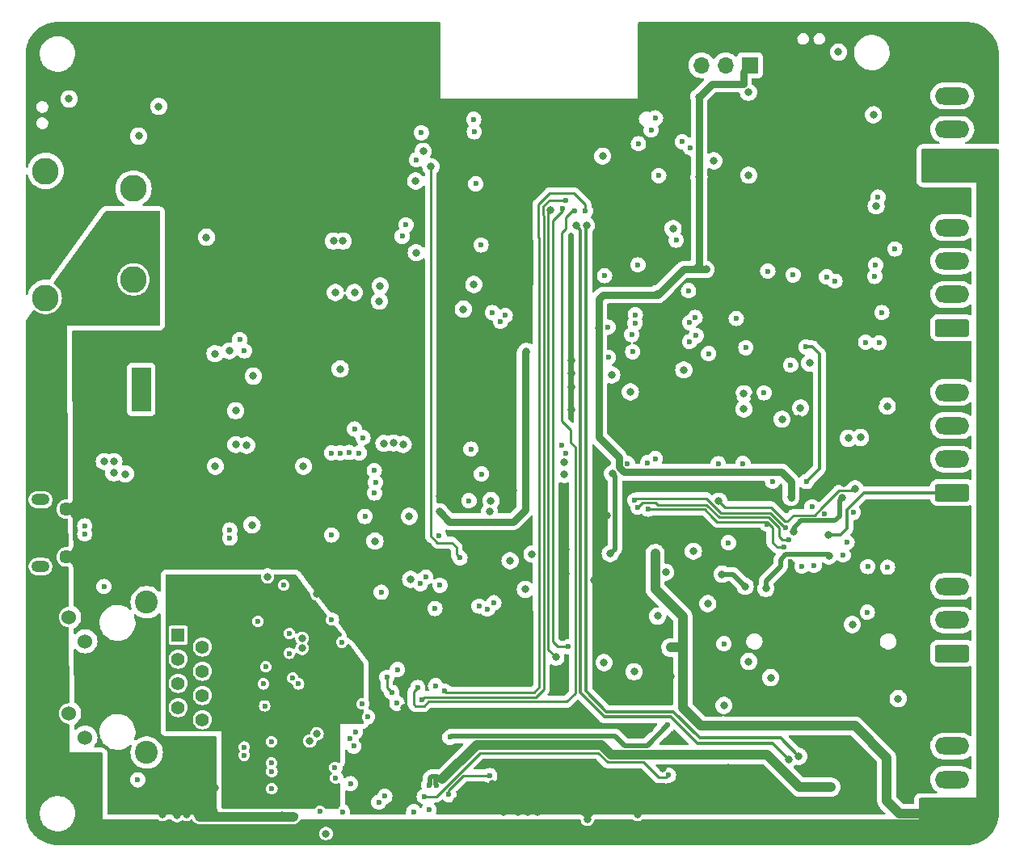
<source format=gbr>
G04 #@! TF.GenerationSoftware,KiCad,Pcbnew,7.0.2*
G04 #@! TF.CreationDate,2023-07-09T13:29:04+03:00*
G04 #@! TF.ProjectId,ELIESTER_V2,454c4945-5354-4455-925f-56322e6b6963,rev?*
G04 #@! TF.SameCoordinates,Original*
G04 #@! TF.FileFunction,Copper,L2,Inr*
G04 #@! TF.FilePolarity,Positive*
%FSLAX46Y46*%
G04 Gerber Fmt 4.6, Leading zero omitted, Abs format (unit mm)*
G04 Created by KiCad (PCBNEW 7.0.2) date 2023-07-09 13:29:04*
%MOMM*%
%LPD*%
G01*
G04 APERTURE LIST*
G04 Aperture macros list*
%AMRoundRect*
0 Rectangle with rounded corners*
0 $1 Rounding radius*
0 $2 $3 $4 $5 $6 $7 $8 $9 X,Y pos of 4 corners*
0 Add a 4 corners polygon primitive as box body*
4,1,4,$2,$3,$4,$5,$6,$7,$8,$9,$2,$3,0*
0 Add four circle primitives for the rounded corners*
1,1,$1+$1,$2,$3*
1,1,$1+$1,$4,$5*
1,1,$1+$1,$6,$7*
1,1,$1+$1,$8,$9*
0 Add four rect primitives between the rounded corners*
20,1,$1+$1,$2,$3,$4,$5,0*
20,1,$1+$1,$4,$5,$6,$7,0*
20,1,$1+$1,$6,$7,$8,$9,0*
20,1,$1+$1,$8,$9,$2,$3,0*%
G04 Aperture macros list end*
G04 #@! TA.AperFunction,ComponentPad*
%ADD10R,2.000000X4.600000*%
G04 #@! TD*
G04 #@! TA.AperFunction,ComponentPad*
%ADD11O,2.000000X4.200000*%
G04 #@! TD*
G04 #@! TA.AperFunction,ComponentPad*
%ADD12O,4.200000X2.000000*%
G04 #@! TD*
G04 #@! TA.AperFunction,ComponentPad*
%ADD13RoundRect,0.250000X1.550000X-0.650000X1.550000X0.650000X-1.550000X0.650000X-1.550000X-0.650000X0*%
G04 #@! TD*
G04 #@! TA.AperFunction,ComponentPad*
%ADD14O,3.600000X1.800000*%
G04 #@! TD*
G04 #@! TA.AperFunction,ComponentPad*
%ADD15O,1.900000X1.200000*%
G04 #@! TD*
G04 #@! TA.AperFunction,ComponentPad*
%ADD16C,1.450000*%
G04 #@! TD*
G04 #@! TA.AperFunction,ComponentPad*
%ADD17R,1.700000X1.700000*%
G04 #@! TD*
G04 #@! TA.AperFunction,ComponentPad*
%ADD18O,1.700000X1.700000*%
G04 #@! TD*
G04 #@! TA.AperFunction,ComponentPad*
%ADD19C,2.800000*%
G04 #@! TD*
G04 #@! TA.AperFunction,ComponentPad*
%ADD20R,1.400000X1.400000*%
G04 #@! TD*
G04 #@! TA.AperFunction,ComponentPad*
%ADD21C,1.400000*%
G04 #@! TD*
G04 #@! TA.AperFunction,ComponentPad*
%ADD22C,1.530000*%
G04 #@! TD*
G04 #@! TA.AperFunction,ComponentPad*
%ADD23C,2.400000*%
G04 #@! TD*
G04 #@! TA.AperFunction,ViaPad*
%ADD24C,0.800000*%
G04 #@! TD*
G04 #@! TA.AperFunction,ViaPad*
%ADD25C,0.600000*%
G04 #@! TD*
G04 #@! TA.AperFunction,Conductor*
%ADD26C,0.750000*%
G04 #@! TD*
G04 #@! TA.AperFunction,Conductor*
%ADD27C,1.000000*%
G04 #@! TD*
G04 #@! TA.AperFunction,Conductor*
%ADD28C,0.500000*%
G04 #@! TD*
G04 #@! TA.AperFunction,Conductor*
%ADD29C,0.350000*%
G04 #@! TD*
G04 #@! TA.AperFunction,Conductor*
%ADD30C,0.254000*%
G04 #@! TD*
G04 #@! TA.AperFunction,Conductor*
%ADD31C,0.250000*%
G04 #@! TD*
G04 APERTURE END LIST*
D10*
X172750000Y-93450000D03*
D11*
X166500000Y-93450000D03*
D12*
X169800000Y-98250000D03*
D13*
X257735000Y-104250000D03*
D14*
X257735000Y-100750000D03*
X257735000Y-97250000D03*
X257735000Y-93750000D03*
D15*
X162212500Y-105000000D03*
D16*
X164912500Y-106000000D03*
X164912500Y-111000000D03*
D15*
X162212500Y-112000000D03*
D17*
X236530000Y-59475000D03*
D18*
X233990000Y-59475000D03*
X231450000Y-59475000D03*
X228910000Y-59475000D03*
D13*
X257735000Y-121100000D03*
D14*
X257735000Y-117600000D03*
X257735000Y-114100000D03*
X257735000Y-110600000D03*
D19*
X171950000Y-81925000D03*
X171950000Y-77200000D03*
X171950000Y-72400000D03*
X162750000Y-70550000D03*
X162750000Y-83850000D03*
D20*
X176630000Y-119170000D03*
D21*
X179170000Y-120440000D03*
X176630000Y-121710000D03*
X179170000Y-122980000D03*
X176630000Y-124250000D03*
X179170000Y-125520000D03*
X176630000Y-126790000D03*
X179170000Y-128060000D03*
D22*
X165200000Y-117290000D03*
X166900000Y-119830000D03*
X165200000Y-127400000D03*
X166900000Y-129940000D03*
D23*
X173330000Y-115740000D03*
X173330000Y-131490000D03*
D13*
X257735000Y-69695000D03*
D14*
X257735000Y-66195000D03*
X257735000Y-62695000D03*
X257735000Y-59195000D03*
D13*
X257735000Y-137825000D03*
D14*
X257735000Y-134325000D03*
X257735000Y-130825000D03*
X257735000Y-127325000D03*
D13*
X257735000Y-87000000D03*
D14*
X257735000Y-83500000D03*
X257735000Y-80000000D03*
X257735000Y-76500000D03*
D24*
X181000000Y-122500000D03*
X182400000Y-122500000D03*
X184400000Y-127000000D03*
X176100000Y-117500000D03*
X177800000Y-117500000D03*
X185500000Y-116500000D03*
X182000000Y-116000000D03*
X176000000Y-114400000D03*
X176200000Y-116000000D03*
X177800000Y-116000000D03*
X180100000Y-114400000D03*
X180000000Y-116000000D03*
X182000000Y-114400000D03*
X177800000Y-114400000D03*
X192126500Y-139992906D03*
X181700000Y-126100000D03*
X183200000Y-127000000D03*
X181700000Y-127100000D03*
X181700000Y-128200000D03*
X183200000Y-128200000D03*
X184400000Y-128200000D03*
X185400000Y-128200000D03*
X186800000Y-128200000D03*
X182300000Y-132600000D03*
X189800000Y-134400000D03*
X189800000Y-133300000D03*
X189800000Y-132000000D03*
X191700000Y-131400000D03*
X191000000Y-132100000D03*
X191000000Y-133100000D03*
X191000000Y-134200000D03*
X182200000Y-135300000D03*
X183100000Y-136000000D03*
X183100000Y-136900000D03*
X180100000Y-138000000D03*
X178800000Y-138100000D03*
X177500000Y-138000000D03*
X176500000Y-138100000D03*
X175000000Y-138000000D03*
X173900000Y-137100000D03*
X175000000Y-137000000D03*
X176400000Y-137000000D03*
X177600000Y-136900000D03*
X178700000Y-136900000D03*
X178300000Y-135200000D03*
X179300000Y-135200000D03*
X180500000Y-135200000D03*
X183800000Y-133300000D03*
X188700000Y-138200000D03*
X182200000Y-138200000D03*
X224600000Y-129450000D03*
X224600000Y-133600000D03*
D25*
X218000000Y-137000000D03*
X218800000Y-137000000D03*
D24*
X219500000Y-138500000D03*
X215250000Y-137500000D03*
X215500000Y-136500000D03*
X210750000Y-134750000D03*
X210750000Y-135750000D03*
X210750000Y-136750000D03*
X212250000Y-137750000D03*
X212250000Y-136750000D03*
X212250000Y-135750000D03*
X212250000Y-134750000D03*
X172600000Y-61900000D03*
X191125000Y-110825000D03*
X225400000Y-55600000D03*
D25*
X243200000Y-72400000D03*
D24*
X220600000Y-66000000D03*
X205775000Y-136575000D03*
X225600000Y-90600000D03*
X213250000Y-133750000D03*
X177200000Y-58800000D03*
X181000000Y-76500000D03*
X211500000Y-124000000D03*
X226600000Y-57200000D03*
D25*
X191400000Y-62000000D03*
D24*
X252200000Y-94400000D03*
X256200000Y-108600000D03*
X226600000Y-58600000D03*
D25*
X220200000Y-134400000D03*
D24*
X255150000Y-132650000D03*
X196100000Y-110600000D03*
X228000000Y-135250000D03*
X174000000Y-105400000D03*
D25*
X191600000Y-73800000D03*
D24*
X208200000Y-94600000D03*
X225400000Y-60400000D03*
X227750000Y-136750000D03*
X240025000Y-126650000D03*
X176800000Y-80200000D03*
X182700000Y-80700000D03*
X217800000Y-90400000D03*
X209300000Y-124150000D03*
X209525000Y-134775000D03*
X249730000Y-94900000D03*
X213800000Y-66000000D03*
X211500000Y-97000000D03*
D25*
X228800000Y-99000000D03*
D24*
X221524191Y-106652056D03*
X166000000Y-72550000D03*
X231500000Y-135850000D03*
X165800000Y-74950000D03*
X230250000Y-136750000D03*
X211500000Y-127750000D03*
X210800000Y-63600000D03*
X187500000Y-138100000D03*
X220600000Y-64800000D03*
X258600000Y-90400000D03*
X233100000Y-123200000D03*
X213800000Y-64800000D03*
X170400000Y-136000000D03*
X203400000Y-57000000D03*
X178200000Y-88600000D03*
X214250000Y-136750000D03*
X203800000Y-117600000D03*
X202000000Y-58000000D03*
X256400000Y-106400000D03*
D25*
X189400000Y-75000000D03*
D24*
X185400000Y-75600000D03*
D25*
X189400000Y-76200000D03*
D24*
X215600000Y-63600000D03*
X213250000Y-136750000D03*
D25*
X245800000Y-83400000D03*
D24*
X227375000Y-135900000D03*
D25*
X220200000Y-133600000D03*
D24*
X226475000Y-123200000D03*
X170400000Y-137400000D03*
X204000000Y-104600000D03*
D25*
X233600000Y-98200000D03*
D24*
X226600000Y-61800000D03*
X214250000Y-134750000D03*
X210750000Y-137750000D03*
X219000000Y-63600000D03*
X176800000Y-84000000D03*
X169200000Y-56400000D03*
D25*
X238100000Y-104800000D03*
D24*
X167250000Y-90250000D03*
X209600000Y-63600000D03*
X172600000Y-121600000D03*
X234250000Y-133050000D03*
X189000000Y-81300000D03*
X198500000Y-79250000D03*
X248500000Y-133600000D03*
X219500000Y-137500000D03*
X202000000Y-60800000D03*
X202000000Y-59200000D03*
X226000000Y-97400000D03*
X226600000Y-55600000D03*
D25*
X240754977Y-111499500D03*
D24*
X199525000Y-104425000D03*
D25*
X218800000Y-135400000D03*
D24*
X253800000Y-108600000D03*
X177700000Y-73625000D03*
X213250000Y-135750000D03*
X177000000Y-105400000D03*
X180000000Y-131250000D03*
X217250000Y-110250000D03*
X220600000Y-63600000D03*
X208200000Y-87200000D03*
X169200000Y-58600000D03*
X248500000Y-103000000D03*
D25*
X184900000Y-86925000D03*
X209473500Y-109573500D03*
D24*
X216000000Y-127750000D03*
X210750000Y-120000000D03*
X229800000Y-66400000D03*
X163125000Y-79300000D03*
X195700000Y-113100000D03*
D25*
X253800000Y-90600000D03*
D24*
X200625000Y-109800000D03*
X219750000Y-128000000D03*
X163200000Y-74850000D03*
X254900000Y-118925000D03*
X176800000Y-103200000D03*
D25*
X205000000Y-90000000D03*
X189200000Y-56000000D03*
D24*
X247200000Y-83600000D03*
X224750000Y-138000000D03*
X177200000Y-56400000D03*
X220500000Y-137500000D03*
X253800000Y-92400000D03*
X231500000Y-137000000D03*
D25*
X184600000Y-97200000D03*
D24*
X232300000Y-121573500D03*
D25*
X219400000Y-135100000D03*
D24*
X225500000Y-124750000D03*
X215600000Y-64800000D03*
D25*
X200050000Y-134450000D03*
D24*
X243900000Y-121775000D03*
X208200000Y-88600000D03*
X200900000Y-119225000D03*
D25*
X218000000Y-136200000D03*
D24*
X223000000Y-90800000D03*
X217400000Y-63600000D03*
D25*
X219500000Y-136200000D03*
X235400000Y-77200000D03*
D24*
X208200000Y-100400000D03*
X184800000Y-138200000D03*
X258600000Y-106400000D03*
X212400000Y-86400000D03*
X226600000Y-60400000D03*
D25*
X227000000Y-90600000D03*
X187000000Y-96200000D03*
D24*
X213800000Y-127600000D03*
X173000000Y-128600000D03*
D25*
X246800000Y-82000000D03*
D24*
X211750000Y-104000000D03*
X202800000Y-109900000D03*
D25*
X194400000Y-73800000D03*
D24*
X217800000Y-91800000D03*
D25*
X191400000Y-58200000D03*
D24*
X163175000Y-76525000D03*
X228000000Y-130250000D03*
X225400000Y-57200000D03*
D25*
X231000000Y-99000000D03*
D24*
X249600000Y-83200000D03*
X210800000Y-121400000D03*
D25*
X243200000Y-65600000D03*
D24*
X210800000Y-64800000D03*
X202000000Y-62200000D03*
D25*
X195500000Y-132473500D03*
D24*
X202000000Y-55600000D03*
X200600000Y-108625000D03*
D25*
X226000000Y-93200000D03*
X190000000Y-72600000D03*
D24*
X241796500Y-84200000D03*
X203400000Y-55600000D03*
X247750000Y-110950000D03*
X235400000Y-90600000D03*
X220200000Y-113400000D03*
X166000000Y-69700000D03*
D25*
X187700000Y-86850000D03*
D24*
X225400000Y-58600000D03*
X209775000Y-122750000D03*
X222361939Y-88928724D03*
D25*
X218800000Y-136200000D03*
D24*
X167300000Y-105800000D03*
D25*
X198000000Y-95600000D03*
X191400000Y-64600000D03*
D24*
X217800000Y-93200000D03*
D25*
X232800000Y-78600000D03*
D24*
X209000000Y-103700000D03*
X203400000Y-62200000D03*
X167300000Y-104800000D03*
X246350000Y-103270000D03*
X246750000Y-95062158D03*
D25*
X187000000Y-76200000D03*
D24*
X213250000Y-134750000D03*
D25*
X186400000Y-97200000D03*
D24*
X216000000Y-125000000D03*
X178200000Y-84000000D03*
X213250000Y-137750000D03*
X177200000Y-61600000D03*
X215600000Y-66000000D03*
D25*
X227000000Y-88500000D03*
X239800000Y-119300000D03*
D24*
X167300000Y-103200000D03*
X214250000Y-137750000D03*
X234800000Y-94200000D03*
D25*
X190000000Y-73800000D03*
D24*
X258600000Y-108600000D03*
X217400000Y-66000000D03*
X234800000Y-97400000D03*
X208200000Y-85200000D03*
X175725000Y-73500000D03*
X217000000Y-124000000D03*
X214250000Y-133750000D03*
D25*
X243000000Y-74000000D03*
D24*
X172400000Y-137400000D03*
X226000000Y-129000000D03*
D25*
X182700000Y-118800000D03*
X245800000Y-84600000D03*
D24*
X240675347Y-98769962D03*
X227300000Y-125500000D03*
X212500000Y-122500000D03*
X200936286Y-67436286D03*
D25*
X239600000Y-82000000D03*
D24*
X226000000Y-95000000D03*
X254875000Y-127600000D03*
X250800000Y-100800000D03*
X217250000Y-112750000D03*
X226000000Y-99400000D03*
D25*
X233600000Y-94000000D03*
D24*
X230250000Y-135500000D03*
X253075000Y-134275000D03*
D25*
X233400000Y-91600000D03*
D24*
X213800000Y-63600000D03*
X233300000Y-125200000D03*
D25*
X205000000Y-94200000D03*
X204800000Y-115900000D03*
X205000000Y-96600000D03*
D24*
X224750000Y-136750000D03*
X244275000Y-118350000D03*
X252200000Y-92400000D03*
X182400000Y-56400000D03*
X212400000Y-64800000D03*
X228250000Y-123500000D03*
D25*
X228800000Y-113100000D03*
D24*
X177200000Y-65000000D03*
X232000000Y-100400000D03*
X237000000Y-94200000D03*
X172600000Y-124800000D03*
D25*
X193400000Y-73800000D03*
D24*
X203400000Y-59200000D03*
X217800000Y-95600000D03*
X182400000Y-58800000D03*
D25*
X253800000Y-74400000D03*
D24*
X226000000Y-136000000D03*
X251150000Y-98350000D03*
X217400000Y-64800000D03*
D25*
X232800000Y-77200000D03*
X184350000Y-124250000D03*
D24*
X165950000Y-76550000D03*
X203400000Y-60800000D03*
X253800000Y-111400000D03*
X203400000Y-58000000D03*
X191150000Y-112725000D03*
X252600000Y-118025000D03*
D25*
X191400000Y-56000000D03*
X219400000Y-133600000D03*
D24*
X234800000Y-100400000D03*
D25*
X200100000Y-133500000D03*
D24*
X254875000Y-124850000D03*
D25*
X187000000Y-99600000D03*
X184400000Y-56000000D03*
X188600000Y-122200000D03*
X220200000Y-136300000D03*
X225175000Y-88175000D03*
D24*
X200275000Y-126850000D03*
X227400000Y-133200000D03*
D25*
X181650000Y-120750000D03*
D24*
X211600000Y-101900000D03*
X210800000Y-66000000D03*
X208200000Y-97400000D03*
X209600000Y-66000000D03*
X187100000Y-70300000D03*
D25*
X191400000Y-60200000D03*
X239600000Y-104800000D03*
X188200000Y-76200000D03*
D24*
X209600000Y-64800000D03*
X219000000Y-66000000D03*
D25*
X186400000Y-56000000D03*
D24*
X247875000Y-119325000D03*
X212400000Y-63600000D03*
X202000000Y-57000000D03*
X177600000Y-98000000D03*
X225400000Y-61800000D03*
X174200000Y-103200000D03*
D25*
X188400000Y-99600000D03*
D24*
X247900000Y-121350000D03*
X178000000Y-80000000D03*
X178200000Y-91200000D03*
X173800000Y-106800000D03*
X253800000Y-94400000D03*
D25*
X205000000Y-87200000D03*
D24*
X201699500Y-112300000D03*
D25*
X219400000Y-134400000D03*
D24*
X214250000Y-135750000D03*
X176000000Y-98000000D03*
X212400000Y-66000000D03*
D25*
X220200000Y-135100000D03*
D24*
X198900000Y-118200000D03*
D25*
X248973500Y-110200000D03*
D24*
X212000000Y-112750000D03*
X176800000Y-88600000D03*
X167250000Y-89000000D03*
X219000000Y-64800000D03*
X237000000Y-100400000D03*
D25*
X235200000Y-78400000D03*
D24*
X182200000Y-73800000D03*
D25*
X218000000Y-135400000D03*
D24*
X173200000Y-56400000D03*
X191150000Y-114875000D03*
X174000000Y-119400000D03*
D25*
X186350000Y-86825000D03*
X243200000Y-63600000D03*
D24*
X241640000Y-96540000D03*
X218000000Y-127750000D03*
X257000000Y-90400000D03*
X226000000Y-137500000D03*
X172400000Y-136000000D03*
X203375000Y-120500000D03*
X220600000Y-114800000D03*
D25*
X191400000Y-65600000D03*
X245800000Y-86200000D03*
X226900000Y-83370500D03*
D24*
X231195000Y-62780000D03*
D25*
X203943003Y-108756997D03*
D24*
X186000000Y-113080500D03*
D25*
X199600000Y-122800000D03*
X207600000Y-65150000D03*
X203526500Y-116400000D03*
D24*
X200832500Y-106750000D03*
X181997500Y-89400000D03*
X240829618Y-104742906D03*
X189750000Y-101500000D03*
X213100000Y-89450000D03*
D25*
X202100000Y-66550000D03*
D24*
X193600000Y-91300000D03*
X220694500Y-87050000D03*
X231195000Y-71200000D03*
X231925000Y-80875000D03*
X204000000Y-106250000D03*
X233800000Y-126550500D03*
D25*
X228800000Y-77800000D03*
X230100000Y-83100000D03*
X208353500Y-78311500D03*
D24*
X207600000Y-82446500D03*
X165200000Y-63000000D03*
D25*
X207650000Y-66450000D03*
D24*
X200978569Y-113351141D03*
X168900000Y-101000000D03*
X169900000Y-102200000D03*
X197800000Y-82600000D03*
X169900000Y-101000000D03*
X171100000Y-102300000D03*
X197700000Y-84200000D03*
D25*
X204300000Y-134300000D03*
X203700000Y-134900000D03*
D24*
X193100000Y-83300000D03*
X239890000Y-96570462D03*
X182650000Y-95675000D03*
D25*
X183575000Y-89400000D03*
D24*
X193900000Y-77900000D03*
D25*
X243800000Y-135150000D03*
D24*
X180525000Y-101500000D03*
D25*
X183075000Y-88225000D03*
D24*
X241824500Y-95400000D03*
X242800000Y-90700000D03*
X192900000Y-77900000D03*
D25*
X202900000Y-134900000D03*
D24*
X195100000Y-83300000D03*
D25*
X245025000Y-135125000D03*
D24*
X182675000Y-99225000D03*
X184370306Y-107636836D03*
X174600000Y-63794500D03*
X179600000Y-77500000D03*
X172500000Y-66900000D03*
D25*
X194672479Y-134755500D03*
X203600000Y-124500000D03*
X193842855Y-137707145D03*
X186400000Y-132600000D03*
X191480000Y-137650000D03*
X186400000Y-130350000D03*
D24*
X183800000Y-99300000D03*
X221100000Y-69000000D03*
D25*
X197170645Y-101946500D03*
X224850000Y-67700000D03*
X187700000Y-113950000D03*
X188300000Y-119000000D03*
X196476500Y-127750500D03*
X193050000Y-133050000D03*
X198276500Y-136076500D03*
X188300000Y-121100000D03*
X221300000Y-81515500D03*
X197200000Y-104300000D03*
D24*
X245800000Y-58100000D03*
X228478000Y-76583068D03*
D25*
X197300000Y-103200000D03*
X224800000Y-80400000D03*
X185000000Y-117750000D03*
X250050000Y-88550000D03*
X250350000Y-85400000D03*
X249750000Y-139250000D03*
X253250000Y-139000000D03*
D24*
X226550000Y-110750000D03*
X228250000Y-120500000D03*
X232750000Y-69500000D03*
X219400000Y-76273500D03*
X241650000Y-131900000D03*
X218300000Y-76273500D03*
X240600000Y-132200000D03*
D25*
X182036733Y-109025000D03*
X166850000Y-107750000D03*
X166850000Y-108600000D03*
X182036733Y-108175000D03*
X188649479Y-123699479D03*
X183550000Y-131775000D03*
D24*
X244800000Y-110900000D03*
X238200000Y-114300000D03*
X244711762Y-108670841D03*
D25*
X183550000Y-130925000D03*
X189250521Y-124300521D03*
D24*
X197240515Y-109336351D03*
D25*
X196200000Y-106750000D03*
X192706997Y-108693003D03*
X185700000Y-126600000D03*
X185800000Y-122500000D03*
X185550000Y-124300000D03*
X251700000Y-78725000D03*
D24*
X217094500Y-101095000D03*
X222050703Y-91925703D03*
D25*
X230784746Y-85900195D03*
X224520500Y-85630077D03*
X221675000Y-86925000D03*
X210900000Y-85700000D03*
X221700000Y-90100000D03*
X224150000Y-87700000D03*
X235100000Y-86000000D03*
D24*
X191171232Y-129528768D03*
X189600000Y-120575000D03*
X189600000Y-119525000D03*
X190428768Y-130271232D03*
X252050000Y-125850000D03*
X247250000Y-118100000D03*
D25*
X248825000Y-116800000D03*
X250950000Y-112075000D03*
X229450000Y-67500000D03*
X230300000Y-68126500D03*
X238400000Y-81050000D03*
X249600000Y-81600000D03*
D24*
X201573500Y-79120000D03*
X199210543Y-99058649D03*
D25*
X206150000Y-111100000D03*
D24*
X203100000Y-70100000D03*
X224000000Y-93700000D03*
X238700000Y-123649500D03*
X230600000Y-110400000D03*
X222131492Y-102252581D03*
X221900000Y-110650000D03*
X236400000Y-121950500D03*
X236025000Y-114075000D03*
X233600688Y-112800688D03*
X226850000Y-117200000D03*
X232115115Y-115897522D03*
X224399500Y-123026500D03*
X213000000Y-114400000D03*
X221240104Y-122069478D03*
X202300000Y-68500000D03*
X200200000Y-99200000D03*
X241073085Y-108342085D03*
X246150000Y-104800000D03*
D25*
X238000000Y-93800000D03*
D24*
X250909502Y-95189502D03*
D25*
X230204773Y-86450500D03*
X224496534Y-86490371D03*
X232200000Y-89700000D03*
X224250000Y-89500000D03*
X249700000Y-80400000D03*
X210394544Y-86319450D03*
X217200000Y-100100000D03*
X208400000Y-102300000D03*
X242400000Y-89000000D03*
X238900000Y-103073500D03*
X225822332Y-101126500D03*
X242430000Y-103100000D03*
X216800000Y-99300000D03*
X226600000Y-100700000D03*
X233200000Y-101230500D03*
X207300000Y-99700000D03*
X243030260Y-105752606D03*
X247348500Y-106335002D03*
X226973500Y-71050000D03*
X209050000Y-116450000D03*
D24*
X209250000Y-106250000D03*
X213699500Y-110700000D03*
D25*
X226635066Y-65003463D03*
X207100000Y-105100000D03*
D24*
X209400000Y-105100000D03*
X211396500Y-111400000D03*
D25*
X208150000Y-116150000D03*
X226176500Y-66250000D03*
X193137500Y-134162500D03*
X168850000Y-114100000D03*
X197650000Y-136703500D03*
X172400000Y-134350000D03*
X186450000Y-135300000D03*
X186450000Y-133473500D03*
X193779977Y-119920023D03*
D24*
X198200000Y-99100000D03*
D25*
X195876500Y-126400000D03*
D24*
X201505500Y-71600000D03*
D25*
X201726927Y-124676927D03*
X218200000Y-74753500D03*
D24*
X184500000Y-92050000D03*
X180500000Y-89700000D03*
D25*
X244550000Y-81650000D03*
X230200000Y-88450000D03*
X241050000Y-81450000D03*
X230900000Y-87800000D03*
X240800000Y-90900000D03*
X236100000Y-89076500D03*
X217500000Y-120400000D03*
X216900000Y-74500000D03*
D24*
X215600000Y-74653500D03*
X216200000Y-121500000D03*
D25*
X219300000Y-74753500D03*
X195014843Y-130826500D03*
X204546500Y-125053500D03*
X217200000Y-73600000D03*
X202156997Y-125956997D03*
X207800000Y-71900000D03*
X192700000Y-100100000D03*
X195200000Y-129350000D03*
X195100000Y-97600000D03*
X198500000Y-123600000D03*
X199006503Y-125179503D03*
X194650000Y-130000000D03*
X199545023Y-126324417D03*
D24*
X236400000Y-71000000D03*
D25*
X248650000Y-88500000D03*
X249950000Y-73300000D03*
D24*
X249744972Y-74218565D03*
D25*
X209550000Y-85400000D03*
D24*
X236373363Y-62320500D03*
X249470000Y-64675000D03*
D25*
X245446500Y-82100000D03*
X223694500Y-101200000D03*
D24*
X247550000Y-103850000D03*
X233275500Y-105163967D03*
X229600000Y-91400000D03*
X217094500Y-102350000D03*
D25*
X209700000Y-115800000D03*
X233800000Y-120100000D03*
D24*
X206500500Y-85035314D03*
D25*
X200500000Y-76200000D03*
X201600000Y-69400000D03*
X205100000Y-129900000D03*
X227900000Y-128600000D03*
D24*
X248110000Y-98480000D03*
X235900000Y-95500000D03*
X227700000Y-112600000D03*
D25*
X235800000Y-101200000D03*
D24*
X235900000Y-93900000D03*
X246830000Y-98560000D03*
D25*
X243250000Y-111875500D03*
X248876500Y-112009022D03*
X224469500Y-105072006D03*
X240292238Y-107895562D03*
X224800000Y-105800000D03*
X240611570Y-109192557D03*
X240100000Y-110000000D03*
X238314274Y-107558226D03*
X225900000Y-106000500D03*
X246700000Y-109473500D03*
X246300000Y-110800000D03*
X244350000Y-106450500D03*
X241980000Y-111970000D03*
X202573500Y-113100000D03*
X192700000Y-117600000D03*
X195600000Y-100100000D03*
X202000000Y-113800000D03*
X197900000Y-114700000D03*
X234284230Y-109504363D03*
X204050353Y-113969473D03*
X202400000Y-136100000D03*
X227993971Y-133875500D03*
X205000000Y-135900000D03*
X209274209Y-133911166D03*
X200100000Y-77400000D03*
X196000000Y-98500000D03*
X194521769Y-100050243D03*
X193586006Y-100100000D03*
X202915353Y-137499551D03*
X201300000Y-137700000D03*
D26*
X182900000Y-136000000D02*
X182200000Y-135300000D01*
X183100000Y-136000000D02*
X182900000Y-136000000D01*
D27*
X178900000Y-138200000D02*
X178800000Y-138100000D01*
X188700000Y-138200000D02*
X178900000Y-138200000D01*
D26*
X240825000Y-103075000D02*
X239855000Y-102105000D01*
X226586006Y-83550000D02*
X226900000Y-83550000D01*
X235825000Y-61450000D02*
X235825000Y-60180000D01*
X226900000Y-83550000D02*
X228050000Y-82400000D01*
X212975000Y-106050000D02*
X212975000Y-101350000D01*
X232525000Y-61450000D02*
X235825000Y-61450000D01*
X221150000Y-83550000D02*
X226586006Y-83550000D01*
X220694500Y-98444500D02*
X220694500Y-87050000D01*
X240825000Y-104800000D02*
X240825000Y-103075000D01*
X231195000Y-80430000D02*
X231195000Y-71200000D01*
X211800000Y-107225000D02*
X212975000Y-106050000D01*
X222819500Y-101562437D02*
X222819500Y-100569500D01*
X220694500Y-84005500D02*
X221150000Y-83550000D01*
X205045000Y-107295000D02*
X211730000Y-107295000D01*
X226586006Y-83550000D02*
X226765506Y-83370500D01*
X231195000Y-71200000D02*
X231195000Y-62780000D01*
X230750000Y-80875000D02*
X231195000Y-80430000D01*
X226765506Y-83370500D02*
X226900000Y-83370500D01*
X230750000Y-80875000D02*
X231925000Y-80875000D01*
X228050000Y-82400000D02*
X229575000Y-80875000D01*
X212975000Y-89575000D02*
X213100000Y-89450000D01*
X231195000Y-62780000D02*
X232525000Y-61450000D01*
X235825000Y-60180000D02*
X236530000Y-59475000D01*
X211730000Y-107295000D02*
X211800000Y-107225000D01*
X204000000Y-106250000D02*
X205045000Y-107295000D01*
X212975000Y-101350000D02*
X212975000Y-89575000D01*
X239855000Y-102105000D02*
X223362063Y-102105000D01*
X223362063Y-102105000D02*
X222819500Y-101562437D01*
X222819500Y-100569500D02*
X220694500Y-98444500D01*
X229575000Y-80875000D02*
X230750000Y-80875000D01*
X220694500Y-87050000D02*
X220694500Y-84005500D01*
D28*
X203600000Y-134800000D02*
X203600000Y-134000000D01*
X203800000Y-134000000D02*
X203600000Y-134000000D01*
D27*
X245025000Y-135125000D02*
X241725000Y-135125000D01*
D28*
X203200000Y-134000000D02*
X203000000Y-134200000D01*
X204100000Y-134300000D02*
X203800000Y-134000000D01*
X203000000Y-134800000D02*
X202900000Y-134900000D01*
X203600000Y-134000000D02*
X203200000Y-134000000D01*
D27*
X222000000Y-131700000D02*
X221000000Y-130700000D01*
D28*
X203000000Y-134200000D02*
X203000000Y-134800000D01*
D27*
X221000000Y-130700000D02*
X207900000Y-130700000D01*
D28*
X204300000Y-134300000D02*
X204100000Y-134300000D01*
D27*
X207900000Y-130700000D02*
X204300000Y-134300000D01*
X241725000Y-135125000D02*
X238300000Y-131700000D01*
D28*
X203700000Y-134900000D02*
X203600000Y-134800000D01*
D27*
X238300000Y-131700000D02*
X222000000Y-131700000D01*
X229500000Y-126800000D02*
X231400000Y-128700000D01*
X229500000Y-117250000D02*
X229500000Y-118700000D01*
X229500000Y-118700000D02*
X229500000Y-121500000D01*
X229500000Y-121500000D02*
X229500000Y-120500000D01*
X226600000Y-110650000D02*
X226600000Y-114350000D01*
X252200000Y-137875000D02*
X257685000Y-137875000D01*
X231400000Y-128700000D02*
X247525000Y-128700000D01*
X257685000Y-137875000D02*
X257735000Y-137825000D01*
X229500000Y-120500000D02*
X228250000Y-120500000D01*
X250850000Y-132025000D02*
X250850000Y-136525000D01*
X226600000Y-114350000D02*
X229500000Y-117250000D01*
X229500000Y-121500000D02*
X229500000Y-126800000D01*
X247525000Y-128700000D02*
X250850000Y-132025000D01*
X250850000Y-136525000D02*
X252200000Y-137875000D01*
D29*
X219330000Y-76343500D02*
X219330000Y-125030000D01*
X228500000Y-127200000D02*
X231280000Y-129980000D01*
X221500000Y-127200000D02*
X228500000Y-127200000D01*
X219400000Y-76273500D02*
X219330000Y-76343500D01*
X239730000Y-129980000D02*
X241650000Y-131900000D01*
X219330000Y-125030000D02*
X221500000Y-127200000D01*
X231280000Y-129980000D02*
X239730000Y-129980000D01*
X218300000Y-76297800D02*
X218760000Y-76757800D01*
X218760000Y-76757800D02*
X218760000Y-125237817D01*
X238950000Y-130550000D02*
X240600000Y-132200000D01*
X221272183Y-127750000D02*
X228272182Y-127750000D01*
X228272182Y-127750000D02*
X231072182Y-130550000D01*
X218760000Y-125237817D02*
X221272183Y-127750000D01*
X231072182Y-130550000D02*
X238950000Y-130550000D01*
X218300000Y-76273500D02*
X218300000Y-76297800D01*
D28*
X239750000Y-111952082D02*
X239750000Y-111300000D01*
D29*
X244711762Y-108670841D02*
X246029159Y-108670841D01*
X246029159Y-108670841D02*
X246673500Y-108026500D01*
X248478907Y-104250000D02*
X257735000Y-104250000D01*
D28*
X244650000Y-110750000D02*
X244800000Y-110900000D01*
D29*
X246673500Y-108026500D02*
X246673500Y-106055407D01*
D28*
X240300000Y-110750000D02*
X244650000Y-110750000D01*
X238200000Y-113502082D02*
X238200000Y-114300000D01*
D29*
X246673500Y-106055407D02*
X248478907Y-104250000D01*
D28*
X239750000Y-111300000D02*
X240300000Y-110750000D01*
X239750000Y-111952082D02*
X238200000Y-113502082D01*
D30*
X205800000Y-110000000D02*
X205300000Y-109500000D01*
X203800000Y-109500000D02*
X203100000Y-108800000D01*
X205800000Y-110750000D02*
X205800000Y-110000000D01*
X206150000Y-111100000D02*
X205800000Y-110750000D01*
X205300000Y-109500000D02*
X203800000Y-109500000D01*
X203100000Y-108800000D02*
X203100000Y-70100000D01*
D28*
X222374191Y-102495280D02*
X222374191Y-110175809D01*
X234750688Y-112800688D02*
X233600688Y-112800688D01*
X222374191Y-110175809D02*
X221900000Y-110650000D01*
X222131492Y-102252581D02*
X222374191Y-102495280D01*
X236025000Y-114075000D02*
X234750688Y-112800688D01*
X245450000Y-107200000D02*
X245900000Y-106750000D01*
X241073085Y-107976915D02*
X241850000Y-107200000D01*
X245900000Y-105050000D02*
X246150000Y-104800000D01*
X241850000Y-107200000D02*
X245450000Y-107200000D01*
X241073085Y-108342085D02*
X241073085Y-107976915D01*
X245900000Y-106750000D02*
X245900000Y-105050000D01*
D29*
X243800000Y-89700000D02*
X243100000Y-89000000D01*
X243800000Y-101730000D02*
X243800000Y-89700000D01*
X242430000Y-103100000D02*
X243800000Y-101730000D01*
X243100000Y-89000000D02*
X242400000Y-89000000D01*
D30*
X217247000Y-76575000D02*
X217247000Y-75453000D01*
X201726927Y-124676927D02*
X201300000Y-125103854D01*
X217946500Y-74753500D02*
X218200000Y-74753500D01*
X217778000Y-99000000D02*
X217778000Y-97678000D01*
X202826000Y-126174000D02*
X217326000Y-126174000D01*
X216822000Y-77000000D02*
X217247000Y-76575000D01*
X218238000Y-99460000D02*
X217778000Y-99000000D01*
X217778000Y-97678000D02*
X216822000Y-96722000D01*
X201300000Y-126400000D02*
X201500000Y-126600000D01*
X218238000Y-125262000D02*
X218238000Y-99460000D01*
X201500000Y-126600000D02*
X202400000Y-126600000D01*
X217247000Y-75453000D02*
X217946500Y-74753500D01*
X217326000Y-126174000D02*
X218238000Y-125262000D01*
X202400000Y-126600000D02*
X202826000Y-126174000D01*
X216822000Y-96722000D02*
X216822000Y-77000000D01*
X201300000Y-125103854D02*
X201300000Y-126400000D01*
X216400000Y-120400000D02*
X215874000Y-119874000D01*
X216900000Y-74700000D02*
X216900000Y-74500000D01*
X215874000Y-119874000D02*
X215874000Y-75726000D01*
X217500000Y-120400000D02*
X216400000Y-120400000D01*
X215874000Y-75726000D02*
X216900000Y-74700000D01*
X215400000Y-120700000D02*
X215400000Y-74853500D01*
X215400000Y-74853500D02*
X215600000Y-74653500D01*
X216200000Y-121500000D02*
X215400000Y-120700000D01*
X214452001Y-124647999D02*
X214452001Y-116600000D01*
X214426000Y-82626001D02*
X214452001Y-82600000D01*
X219300000Y-74100000D02*
X219300000Y-74753500D01*
X205200000Y-125200000D02*
X213900000Y-125200000D01*
X204693000Y-125200000D02*
X204546500Y-125053500D01*
X205200000Y-125200000D02*
X204800000Y-125200000D01*
X214452001Y-77573001D02*
X214379000Y-77500000D01*
X213900000Y-125200000D02*
X214452001Y-124647999D01*
X205200000Y-125200000D02*
X204693000Y-125200000D01*
X214452001Y-82600000D02*
X214452001Y-77573001D01*
X215555663Y-72874000D02*
X218074000Y-72874000D01*
X218074000Y-72874000D02*
X219300000Y-74100000D01*
X214426000Y-116573999D02*
X214426000Y-82626001D01*
X214379000Y-74050663D02*
X215555663Y-72874000D01*
X214452001Y-116600000D02*
X214426000Y-116573999D01*
X214379000Y-77500000D02*
X214379000Y-74050663D01*
X214100000Y-125700000D02*
X214926000Y-124874000D01*
X214853000Y-75153000D02*
X214853000Y-74247000D01*
X214853000Y-74247000D02*
X215500000Y-73600000D01*
X214926000Y-124874000D02*
X214926001Y-75226001D01*
X214926001Y-75226001D02*
X214853000Y-75153000D01*
X202413994Y-125700000D02*
X214100000Y-125700000D01*
X202156997Y-125956997D02*
X202413994Y-125700000D01*
X215500000Y-73600000D02*
X217200000Y-73600000D01*
X198500000Y-124673000D02*
X199006503Y-125179503D01*
X198500000Y-123600000D02*
X198500000Y-124673000D01*
X233900000Y-105800000D02*
X238726158Y-105800000D01*
X246700000Y-104073000D02*
X247327000Y-104073000D01*
X241077000Y-106623000D02*
X243050000Y-106623000D01*
X238726158Y-105800000D02*
X238963079Y-106036921D01*
X243277000Y-106623000D02*
X244050000Y-105850000D01*
X247327000Y-104073000D02*
X247550000Y-103850000D01*
X233275500Y-105163967D02*
X233275500Y-105175500D01*
X240450000Y-107250000D02*
X241077000Y-106623000D01*
X233275500Y-105175500D02*
X233900000Y-105800000D01*
X245827000Y-104073000D02*
X246700000Y-104073000D01*
X244050000Y-105850000D02*
X245827000Y-104073000D01*
X238963079Y-106036921D02*
X240176158Y-107250000D01*
X243050000Y-106623000D02*
X243277000Y-106623000D01*
X240176158Y-107250000D02*
X240450000Y-107250000D01*
D28*
X205250000Y-129750000D02*
X205100000Y-129900000D01*
X221100000Y-129750000D02*
X205250000Y-129750000D01*
X227900000Y-128600000D02*
X225750000Y-130750000D01*
X225750000Y-130750000D02*
X223400000Y-130750000D01*
X222400000Y-129750000D02*
X221100000Y-129750000D01*
X223400000Y-130750000D02*
X222400000Y-129750000D01*
D30*
X233476106Y-106392000D02*
X236400000Y-106392000D01*
X238942053Y-106657947D02*
X240179668Y-107895562D01*
X224469500Y-105072006D02*
X224695506Y-104846000D01*
X236400000Y-106392000D02*
X238676106Y-106392000D01*
X238676106Y-106392000D02*
X238942053Y-106657947D01*
X232942053Y-105857947D02*
X233476106Y-106392000D01*
X240179668Y-107895562D02*
X240292238Y-107895562D01*
X224695506Y-104846000D02*
X231930106Y-104846000D01*
X231930106Y-104846000D02*
X232942053Y-105857947D01*
X236400000Y-106392000D02*
X236900000Y-106392000D01*
X238488053Y-106846000D02*
X233288052Y-106846000D01*
X225300000Y-105300000D02*
X224800000Y-105800000D01*
X239600000Y-108900000D02*
X239600000Y-107957947D01*
X239600000Y-107957947D02*
X238488053Y-106846000D01*
X226600000Y-105300000D02*
X225300000Y-105300000D01*
X240611570Y-109192557D02*
X239892557Y-109192557D01*
X233288052Y-106846000D02*
X231988553Y-105546500D01*
X231988553Y-105546500D02*
X226846500Y-105546500D01*
X226846500Y-105546500D02*
X226600000Y-105300000D01*
X239892557Y-109192557D02*
X239600000Y-108900000D01*
X238900000Y-107900000D02*
X238600000Y-107600000D01*
X233100000Y-107300000D02*
X238100000Y-107300000D01*
X232600000Y-106800000D02*
X233100000Y-107300000D01*
X238300000Y-107300000D02*
X238600000Y-107600000D01*
X238100000Y-107300000D02*
X238300000Y-107300000D01*
X238900000Y-109500000D02*
X238900000Y-107900000D01*
X239400000Y-110000000D02*
X238900000Y-109500000D01*
X238314274Y-107558226D02*
X238558226Y-107558226D01*
X240100000Y-110000000D02*
X239400000Y-110000000D01*
X238558226Y-107558226D02*
X238600000Y-107600000D01*
X231800500Y-106000500D02*
X232600000Y-106800000D01*
X225900000Y-106000500D02*
X231800500Y-106000500D01*
D31*
X220658274Y-131525000D02*
X221658274Y-132525000D01*
X227769471Y-134100000D02*
X227993971Y-133875500D01*
X208241726Y-131525000D02*
X220658274Y-131525000D01*
X202400000Y-136100000D02*
X203666726Y-136100000D01*
X221658274Y-132525000D02*
X225400000Y-132525000D01*
X225400000Y-132525000D02*
X226975000Y-134100000D01*
X226975000Y-134100000D02*
X227769471Y-134100000D01*
X203666726Y-136100000D02*
X208241726Y-131525000D01*
D30*
X206494784Y-133911166D02*
X205000000Y-135405950D01*
X209274209Y-133911166D02*
X206494784Y-133911166D01*
X205000000Y-135405950D02*
X205000000Y-135900000D01*
G04 #@! TA.AperFunction,Conductor*
G36*
X192165031Y-139801567D02*
G01*
X192181294Y-139805575D01*
X192209701Y-139816348D01*
X192224541Y-139824137D01*
X192249536Y-139841390D01*
X192262078Y-139852501D01*
X192282219Y-139875234D01*
X192291739Y-139889025D01*
X192305856Y-139915920D01*
X192311799Y-139931593D01*
X192319069Y-139961089D01*
X192321088Y-139977724D01*
X192321088Y-140008087D01*
X192319069Y-140024721D01*
X192311800Y-140054217D01*
X192305859Y-140069883D01*
X192291739Y-140096785D01*
X192282219Y-140110576D01*
X192262078Y-140133309D01*
X192249536Y-140144420D01*
X192224541Y-140161673D01*
X192209699Y-140169463D01*
X192181303Y-140180234D01*
X192175076Y-140181769D01*
X192165037Y-140184243D01*
X192134881Y-140187906D01*
X192118125Y-140187906D01*
X192087973Y-140184245D01*
X192071699Y-140180234D01*
X192043295Y-140169462D01*
X192028452Y-140161671D01*
X192003462Y-140144420D01*
X191990920Y-140133309D01*
X191970775Y-140110571D01*
X191961256Y-140096780D01*
X191947143Y-140069890D01*
X191941201Y-140054224D01*
X191933930Y-140024728D01*
X191931910Y-140008084D01*
X191931911Y-139977718D01*
X191933931Y-139961081D01*
X191941200Y-139931588D01*
X191947141Y-139915924D01*
X191947142Y-139915919D01*
X191961253Y-139889031D01*
X191970777Y-139875234D01*
X191990908Y-139852511D01*
X192003468Y-139841384D01*
X192028455Y-139824137D01*
X192043300Y-139816346D01*
X192071704Y-139805575D01*
X192080353Y-139803443D01*
X192087972Y-139801566D01*
X192118119Y-139797906D01*
X192134881Y-139797906D01*
X192165031Y-139801567D01*
G37*
G04 #@! TD.AperFunction*
G04 #@! TA.AperFunction,Conductor*
G36*
X204042121Y-54970502D02*
G01*
X204088614Y-55024158D01*
X204100000Y-55076500D01*
X204100000Y-63000000D01*
X224800000Y-63000000D01*
X224800000Y-58100000D01*
X244894540Y-58100000D01*
X244914325Y-58288257D01*
X244972820Y-58468283D01*
X245067465Y-58632214D01*
X245067467Y-58632216D01*
X245194129Y-58772888D01*
X245347270Y-58884151D01*
X245347271Y-58884151D01*
X245347272Y-58884152D01*
X245520192Y-58961142D01*
X245520197Y-58961144D01*
X245705354Y-59000500D01*
X245705356Y-59000500D01*
X245894644Y-59000500D01*
X245894646Y-59000500D01*
X246079803Y-58961144D01*
X246252730Y-58884151D01*
X246405871Y-58772888D01*
X246532533Y-58632216D01*
X246627179Y-58468284D01*
X246681858Y-58300000D01*
X246685674Y-58288257D01*
X246693067Y-58217912D01*
X247441779Y-58217912D01*
X247471469Y-58487744D01*
X247475555Y-58503372D01*
X247540132Y-58750384D01*
X247563947Y-58806425D01*
X247646303Y-59000226D01*
X247787719Y-59231945D01*
X247912551Y-59381945D01*
X247961368Y-59440604D01*
X248163546Y-59621757D01*
X248389947Y-59771542D01*
X248390406Y-59771757D01*
X248635739Y-59886766D01*
X248895700Y-59964976D01*
X249164265Y-60004500D01*
X249164268Y-60004500D01*
X249365481Y-60004500D01*
X249367781Y-60004500D01*
X249570740Y-59989645D01*
X249835709Y-59930621D01*
X250054306Y-59847014D01*
X250089259Y-59833647D01*
X250325993Y-59700785D01*
X250433421Y-59617830D01*
X250540853Y-59534875D01*
X250729269Y-59339447D01*
X250887223Y-59118668D01*
X251011348Y-58877244D01*
X251098998Y-58620320D01*
X251148306Y-58353371D01*
X251158220Y-58082089D01*
X251128530Y-57812253D01*
X251059868Y-57549616D01*
X250967107Y-57331332D01*
X250953696Y-57299773D01*
X250812280Y-57068054D01*
X250638631Y-56859395D01*
X250436694Y-56678458D01*
X250436454Y-56678243D01*
X250210053Y-56528458D01*
X250210049Y-56528456D01*
X249964260Y-56413233D01*
X249704299Y-56335023D01*
X249435735Y-56295500D01*
X249435732Y-56295500D01*
X249232219Y-56295500D01*
X249229948Y-56295666D01*
X249229926Y-56295667D01*
X249029261Y-56310354D01*
X248918521Y-56335023D01*
X248764291Y-56369379D01*
X248764285Y-56369381D01*
X248764286Y-56369381D01*
X248510740Y-56466352D01*
X248274006Y-56599214D01*
X248059148Y-56765123D01*
X247870732Y-56960551D01*
X247712776Y-57181333D01*
X247588650Y-57422759D01*
X247501002Y-57679678D01*
X247451694Y-57946627D01*
X247441779Y-58217912D01*
X246693067Y-58217912D01*
X246693067Y-58217911D01*
X246705460Y-58100000D01*
X246685674Y-57911744D01*
X246685674Y-57911742D01*
X246627179Y-57731716D01*
X246532534Y-57567785D01*
X246405870Y-57427111D01*
X246274042Y-57331333D01*
X246252730Y-57315849D01*
X246252729Y-57315848D01*
X246252727Y-57315847D01*
X246079807Y-57238857D01*
X246079803Y-57238856D01*
X245894646Y-57199500D01*
X245705354Y-57199500D01*
X245568133Y-57228667D01*
X245520192Y-57238857D01*
X245347272Y-57315847D01*
X245194129Y-57427111D01*
X245067465Y-57567785D01*
X244972820Y-57731716D01*
X244914325Y-57911742D01*
X244894540Y-58100000D01*
X224800000Y-58100000D01*
X224800000Y-56661108D01*
X241481837Y-56661108D01*
X241491586Y-56816059D01*
X241491587Y-56816061D01*
X241531089Y-56937636D01*
X241539566Y-56963723D01*
X241605983Y-57068381D01*
X241622756Y-57094810D01*
X241735935Y-57201092D01*
X241871990Y-57275889D01*
X242022371Y-57314500D01*
X242022373Y-57314500D01*
X242134702Y-57314500D01*
X242138661Y-57314500D01*
X242254035Y-57299925D01*
X242398391Y-57242770D01*
X242523998Y-57151512D01*
X242622963Y-57031883D01*
X242689069Y-56891400D01*
X242718162Y-56738891D01*
X242713268Y-56661108D01*
X243181837Y-56661108D01*
X243191586Y-56816059D01*
X243191587Y-56816061D01*
X243231089Y-56937636D01*
X243239566Y-56963723D01*
X243305983Y-57068381D01*
X243322756Y-57094810D01*
X243435935Y-57201092D01*
X243571990Y-57275889D01*
X243722371Y-57314500D01*
X243722373Y-57314500D01*
X243834702Y-57314500D01*
X243838661Y-57314500D01*
X243954035Y-57299925D01*
X244098391Y-57242770D01*
X244223998Y-57151512D01*
X244322963Y-57031883D01*
X244389069Y-56891400D01*
X244418162Y-56738891D01*
X244408413Y-56583939D01*
X244360435Y-56436279D01*
X244277244Y-56305190D01*
X244164065Y-56198908D01*
X244028010Y-56124111D01*
X243877629Y-56085500D01*
X243761339Y-56085500D01*
X243757418Y-56085995D01*
X243757407Y-56085996D01*
X243645967Y-56100074D01*
X243501608Y-56157230D01*
X243376002Y-56248487D01*
X243277037Y-56368117D01*
X243210930Y-56508601D01*
X243181837Y-56661108D01*
X242713268Y-56661108D01*
X242708413Y-56583939D01*
X242660435Y-56436279D01*
X242577244Y-56305190D01*
X242464065Y-56198908D01*
X242328010Y-56124111D01*
X242177629Y-56085500D01*
X242061339Y-56085500D01*
X242057418Y-56085995D01*
X242057407Y-56085996D01*
X241945967Y-56100074D01*
X241801608Y-56157230D01*
X241676002Y-56248487D01*
X241577037Y-56368117D01*
X241510930Y-56508601D01*
X241481837Y-56661108D01*
X224800000Y-56661108D01*
X224800000Y-55076500D01*
X224820002Y-55008379D01*
X224873658Y-54961886D01*
X224926000Y-54950500D01*
X259246707Y-54950500D01*
X259253301Y-54950673D01*
X259383356Y-54957488D01*
X259601746Y-54969753D01*
X259614328Y-54971099D01*
X259776011Y-54996707D01*
X259960641Y-55028077D01*
X259972077Y-55030575D01*
X260136677Y-55074679D01*
X260311080Y-55124924D01*
X260321325Y-55128360D01*
X260339412Y-55135302D01*
X260481687Y-55189917D01*
X260484614Y-55191084D01*
X260648944Y-55259151D01*
X260657889Y-55263275D01*
X260812109Y-55341854D01*
X260815798Y-55343813D01*
X260970278Y-55429191D01*
X260977923Y-55433779D01*
X261123665Y-55528425D01*
X261127904Y-55531304D01*
X261271281Y-55633035D01*
X261277662Y-55637874D01*
X261412974Y-55747447D01*
X261417639Y-55751417D01*
X261548482Y-55868345D01*
X261553618Y-55873201D01*
X261676797Y-55996380D01*
X261681653Y-56001516D01*
X261798581Y-56132359D01*
X261802551Y-56137024D01*
X261912124Y-56272336D01*
X261916963Y-56278717D01*
X262018678Y-56422070D01*
X262021588Y-56426355D01*
X262110478Y-56563233D01*
X262116210Y-56572060D01*
X262120816Y-56579736D01*
X262206170Y-56734172D01*
X262208159Y-56737918D01*
X262286714Y-56892090D01*
X262290856Y-56901075D01*
X262358887Y-57065317D01*
X262360109Y-57068381D01*
X262421636Y-57228667D01*
X262425080Y-57238939D01*
X262475323Y-57413332D01*
X262519416Y-57577893D01*
X262521925Y-57589381D01*
X262553292Y-57773989D01*
X262578895Y-57935642D01*
X262580247Y-57948281D01*
X262592513Y-58166684D01*
X262599326Y-58296700D01*
X262599499Y-58303293D01*
X262599499Y-67618500D01*
X262579497Y-67686621D01*
X262525841Y-67733114D01*
X262473499Y-67744500D01*
X259191848Y-67744500D01*
X259123727Y-67724498D01*
X259077234Y-67670842D01*
X259067130Y-67600568D01*
X259096624Y-67535988D01*
X259139944Y-67503687D01*
X259320486Y-67422077D01*
X259518003Y-67288579D01*
X259690118Y-67123621D01*
X259831879Y-66931947D01*
X259939207Y-66719074D01*
X260009016Y-66491123D01*
X260039298Y-66254654D01*
X260029180Y-66016468D01*
X260000175Y-65881883D01*
X259978955Y-65783421D01*
X259931794Y-65666059D01*
X259890064Y-65562210D01*
X259765069Y-65359205D01*
X259765068Y-65359204D01*
X259765067Y-65359202D01*
X259607565Y-65180246D01*
X259422082Y-65030478D01*
X259213954Y-64914210D01*
X259088049Y-64869725D01*
X258989171Y-64834789D01*
X258754200Y-64794500D01*
X256775503Y-64794500D01*
X256772850Y-64794725D01*
X256772845Y-64794726D01*
X256597457Y-64809653D01*
X256366755Y-64869723D01*
X256149511Y-64967924D01*
X255951997Y-65101420D01*
X255779882Y-65266378D01*
X255638121Y-65458053D01*
X255530791Y-65670929D01*
X255460983Y-65898877D01*
X255430701Y-66135346D01*
X255440819Y-66373529D01*
X255491044Y-66606578D01*
X255533304Y-66711744D01*
X255568576Y-66799521D01*
X255579937Y-66827792D01*
X255704932Y-67030797D01*
X255862434Y-67209753D01*
X255862436Y-67209755D01*
X255950900Y-67281184D01*
X256047917Y-67359521D01*
X256047918Y-67359521D01*
X256047920Y-67359523D01*
X256256046Y-67475790D01*
X256323712Y-67499698D01*
X256381277Y-67541251D01*
X256407239Y-67607330D01*
X256393355Y-67676956D01*
X256344032Y-67728022D01*
X256281735Y-67744500D01*
X254626000Y-67744500D01*
X254622652Y-67744859D01*
X254622651Y-67744860D01*
X254521900Y-67755691D01*
X254521882Y-67755693D01*
X254518551Y-67756052D01*
X254515267Y-67756766D01*
X254515263Y-67756767D01*
X254469505Y-67766720D01*
X254469487Y-67766724D01*
X254466209Y-67767438D01*
X254463013Y-67768501D01*
X254463001Y-67768505D01*
X254363666Y-67801567D01*
X254242628Y-67879352D01*
X254200953Y-67915464D01*
X254193864Y-67920198D01*
X254094748Y-68034585D01*
X254034977Y-68165466D01*
X254020184Y-68215849D01*
X254014976Y-68233585D01*
X253994500Y-68376000D01*
X253994500Y-71624000D01*
X253994860Y-71627348D01*
X254005691Y-71728099D01*
X254005693Y-71728114D01*
X254006052Y-71731449D01*
X254006766Y-71734735D01*
X254006767Y-71734736D01*
X254016720Y-71780494D01*
X254016723Y-71780508D01*
X254017438Y-71783791D01*
X254018503Y-71786991D01*
X254018505Y-71786998D01*
X254051567Y-71886333D01*
X254129352Y-72007371D01*
X254165463Y-72049045D01*
X254170199Y-72056136D01*
X254175847Y-72061030D01*
X254175848Y-72061031D01*
X254284586Y-72155252D01*
X254415464Y-72215022D01*
X254483585Y-72235024D01*
X254626000Y-72255500D01*
X259618500Y-72255500D01*
X259686621Y-72275502D01*
X259733114Y-72329158D01*
X259744500Y-72381500D01*
X259744500Y-75332129D01*
X259724498Y-75400250D01*
X259670842Y-75446743D01*
X259600568Y-75456847D01*
X259539344Y-75430161D01*
X259422082Y-75335478D01*
X259213954Y-75219210D01*
X259088049Y-75174725D01*
X258989171Y-75139789D01*
X258754200Y-75099500D01*
X256775503Y-75099500D01*
X256772850Y-75099725D01*
X256772845Y-75099726D01*
X256597457Y-75114653D01*
X256366755Y-75174723D01*
X256149511Y-75272924D01*
X255951997Y-75406420D01*
X255779882Y-75571378D01*
X255638121Y-75763053D01*
X255530791Y-75975929D01*
X255460983Y-76203877D01*
X255430701Y-76440346D01*
X255440819Y-76678529D01*
X255491044Y-76911578D01*
X255552523Y-77064570D01*
X255579504Y-77131716D01*
X255579937Y-77132792D01*
X255704932Y-77335797D01*
X255858127Y-77509859D01*
X255862436Y-77514755D01*
X255911896Y-77554691D01*
X256047917Y-77664521D01*
X256047918Y-77664521D01*
X256047920Y-77664523D01*
X256256046Y-77780790D01*
X256480829Y-77860211D01*
X256715800Y-77900500D01*
X256715802Y-77900500D01*
X258691832Y-77900500D01*
X258694497Y-77900500D01*
X258856623Y-77886700D01*
X258872542Y-77885346D01*
X258979377Y-77857528D01*
X259103249Y-77825275D01*
X259320486Y-77727077D01*
X259518003Y-77593579D01*
X259531316Y-77580819D01*
X259594335Y-77548125D01*
X259665027Y-77554691D01*
X259720947Y-77598434D01*
X259744341Y-77665466D01*
X259744500Y-77671786D01*
X259744500Y-78832129D01*
X259724498Y-78900250D01*
X259670842Y-78946743D01*
X259600568Y-78956847D01*
X259539344Y-78930161D01*
X259422082Y-78835478D01*
X259213954Y-78719210D01*
X259213953Y-78719209D01*
X258989171Y-78639789D01*
X258754200Y-78599500D01*
X256775503Y-78599500D01*
X256772850Y-78599725D01*
X256772845Y-78599726D01*
X256597457Y-78614653D01*
X256366755Y-78674723D01*
X256149511Y-78772924D01*
X255951997Y-78906420D01*
X255779882Y-79071378D01*
X255638121Y-79263053D01*
X255530791Y-79475929D01*
X255460983Y-79703877D01*
X255430701Y-79940346D01*
X255440819Y-80178529D01*
X255491044Y-80411578D01*
X255579937Y-80632792D01*
X255704932Y-80835797D01*
X255860055Y-81012050D01*
X255862436Y-81014755D01*
X255903764Y-81048125D01*
X256047917Y-81164521D01*
X256047918Y-81164521D01*
X256047920Y-81164523D01*
X256256046Y-81280790D01*
X256480829Y-81360211D01*
X256715800Y-81400500D01*
X256715802Y-81400500D01*
X258691832Y-81400500D01*
X258694497Y-81400500D01*
X258856623Y-81386700D01*
X258872542Y-81385346D01*
X258979377Y-81357528D01*
X259103249Y-81325275D01*
X259320486Y-81227077D01*
X259518003Y-81093579D01*
X259531316Y-81080819D01*
X259594335Y-81048125D01*
X259665027Y-81054691D01*
X259720947Y-81098434D01*
X259744341Y-81165466D01*
X259744500Y-81171786D01*
X259744500Y-82332129D01*
X259724498Y-82400250D01*
X259670842Y-82446743D01*
X259600568Y-82456847D01*
X259539344Y-82430161D01*
X259422082Y-82335478D01*
X259213954Y-82219210D01*
X259213954Y-82219209D01*
X258989171Y-82139789D01*
X258754200Y-82099500D01*
X256775503Y-82099500D01*
X256772850Y-82099725D01*
X256772845Y-82099726D01*
X256597457Y-82114653D01*
X256366755Y-82174723D01*
X256149511Y-82272924D01*
X255951997Y-82406420D01*
X255779882Y-82571378D01*
X255638121Y-82763053D01*
X255530791Y-82975929D01*
X255460983Y-83203877D01*
X255430701Y-83440346D01*
X255440819Y-83678529D01*
X255491044Y-83911578D01*
X255579937Y-84132792D01*
X255704932Y-84335797D01*
X255862434Y-84514753D01*
X256047917Y-84664521D01*
X256047918Y-84664521D01*
X256047920Y-84664523D01*
X256256046Y-84780790D01*
X256480829Y-84860211D01*
X256715800Y-84900500D01*
X256715802Y-84900500D01*
X258691832Y-84900500D01*
X258694497Y-84900500D01*
X258856623Y-84886700D01*
X258872542Y-84885346D01*
X259028611Y-84844709D01*
X259103249Y-84825275D01*
X259320486Y-84727077D01*
X259518003Y-84593579D01*
X259531316Y-84580819D01*
X259594335Y-84548125D01*
X259665027Y-84554691D01*
X259720947Y-84598434D01*
X259744341Y-84665466D01*
X259744500Y-84671786D01*
X259744500Y-85537142D01*
X259724498Y-85605263D01*
X259670842Y-85651756D01*
X259600568Y-85661860D01*
X259578867Y-85656747D01*
X259498379Y-85630076D01*
X259437797Y-85610001D01*
X259391420Y-85605263D01*
X259338193Y-85599825D01*
X259338187Y-85599824D01*
X259335009Y-85599500D01*
X259331803Y-85599500D01*
X256138199Y-85599500D01*
X256138179Y-85599500D01*
X256134992Y-85599501D01*
X256131814Y-85599825D01*
X256131806Y-85599826D01*
X256032199Y-85610001D01*
X255865668Y-85665184D01*
X255769160Y-85724711D01*
X255728937Y-85749521D01*
X255716341Y-85757290D01*
X255592290Y-85881341D01*
X255500184Y-86030668D01*
X255445001Y-86197199D01*
X255434991Y-86295184D01*
X255434500Y-86299991D01*
X255434500Y-86303195D01*
X255434500Y-86303196D01*
X255434500Y-87696800D01*
X255434500Y-87696819D01*
X255434501Y-87700008D01*
X255434825Y-87703186D01*
X255434826Y-87703193D01*
X255445001Y-87802800D01*
X255500184Y-87969331D01*
X255515226Y-87993718D01*
X255592288Y-88118656D01*
X255716344Y-88242712D01*
X255865666Y-88334814D01*
X255865668Y-88334815D01*
X256032199Y-88389998D01*
X256032200Y-88389998D01*
X256032203Y-88389999D01*
X256134991Y-88400500D01*
X259335008Y-88400499D01*
X259437797Y-88389999D01*
X259578866Y-88343253D01*
X259649822Y-88340812D01*
X259710832Y-88377120D01*
X259742527Y-88440649D01*
X259744500Y-88462857D01*
X259744500Y-92582129D01*
X259724498Y-92650250D01*
X259670842Y-92696743D01*
X259600568Y-92706847D01*
X259539344Y-92680161D01*
X259422082Y-92585478D01*
X259213954Y-92469210D01*
X259088049Y-92424725D01*
X258989171Y-92389789D01*
X258754200Y-92349500D01*
X256775503Y-92349500D01*
X256772850Y-92349725D01*
X256772845Y-92349726D01*
X256597457Y-92364653D01*
X256366755Y-92424723D01*
X256149511Y-92522924D01*
X255951997Y-92656420D01*
X255779882Y-92821378D01*
X255638121Y-93013053D01*
X255530791Y-93225929D01*
X255460983Y-93453877D01*
X255430701Y-93690346D01*
X255440819Y-93928529D01*
X255491044Y-94161578D01*
X255579937Y-94382792D01*
X255704932Y-94585797D01*
X255862434Y-94764753D01*
X255862436Y-94764755D01*
X255923248Y-94813857D01*
X256047917Y-94914521D01*
X256047918Y-94914521D01*
X256047920Y-94914523D01*
X256256046Y-95030790D01*
X256480829Y-95110211D01*
X256715800Y-95150500D01*
X256715802Y-95150500D01*
X258691832Y-95150500D01*
X258694497Y-95150500D01*
X258856623Y-95136700D01*
X258872542Y-95135346D01*
X258979377Y-95107528D01*
X259103249Y-95075275D01*
X259320486Y-94977077D01*
X259518003Y-94843579D01*
X259531316Y-94830819D01*
X259594335Y-94798125D01*
X259665027Y-94804691D01*
X259720947Y-94848434D01*
X259744341Y-94915466D01*
X259744500Y-94921786D01*
X259744500Y-96082129D01*
X259724498Y-96150250D01*
X259670842Y-96196743D01*
X259600568Y-96206847D01*
X259539344Y-96180161D01*
X259422082Y-96085478D01*
X259213954Y-95969210D01*
X259213954Y-95969209D01*
X258989171Y-95889789D01*
X258754200Y-95849500D01*
X256775503Y-95849500D01*
X256772850Y-95849725D01*
X256772845Y-95849726D01*
X256597457Y-95864653D01*
X256366755Y-95924723D01*
X256149511Y-96022924D01*
X255951997Y-96156420D01*
X255779882Y-96321378D01*
X255638121Y-96513053D01*
X255530791Y-96725929D01*
X255460983Y-96953877D01*
X255430701Y-97190346D01*
X255440819Y-97428529D01*
X255491044Y-97661578D01*
X255552654Y-97814896D01*
X255574870Y-97870184D01*
X255579937Y-97882792D01*
X255704932Y-98085797D01*
X255839642Y-98238856D01*
X255862436Y-98264755D01*
X255911896Y-98304691D01*
X256047917Y-98414521D01*
X256047918Y-98414521D01*
X256047920Y-98414523D01*
X256256046Y-98530790D01*
X256480829Y-98610211D01*
X256715800Y-98650500D01*
X256715802Y-98650500D01*
X258691832Y-98650500D01*
X258694497Y-98650500D01*
X258856623Y-98636700D01*
X258872542Y-98635346D01*
X258979377Y-98607528D01*
X259103249Y-98575275D01*
X259320486Y-98477077D01*
X259518003Y-98343579D01*
X259531316Y-98330819D01*
X259594335Y-98298125D01*
X259665027Y-98304691D01*
X259720947Y-98348434D01*
X259744341Y-98415466D01*
X259744500Y-98421786D01*
X259744500Y-99582129D01*
X259724498Y-99650250D01*
X259670842Y-99696743D01*
X259600568Y-99706847D01*
X259539344Y-99680161D01*
X259422082Y-99585478D01*
X259213954Y-99469210D01*
X259147261Y-99445646D01*
X258989171Y-99389789D01*
X258754200Y-99349500D01*
X256775503Y-99349500D01*
X256772850Y-99349725D01*
X256772845Y-99349726D01*
X256597457Y-99364653D01*
X256366755Y-99424723D01*
X256149511Y-99522924D01*
X255951997Y-99656420D01*
X255779882Y-99821378D01*
X255638121Y-100013053D01*
X255530791Y-100225929D01*
X255460983Y-100453877D01*
X255430701Y-100690346D01*
X255440819Y-100928529D01*
X255491044Y-101161578D01*
X255548717Y-101305099D01*
X255575494Y-101371737D01*
X255579937Y-101382792D01*
X255704932Y-101585797D01*
X255862434Y-101764753D01*
X255862436Y-101764755D01*
X255886459Y-101784152D01*
X256047917Y-101914521D01*
X256047918Y-101914521D01*
X256047920Y-101914523D01*
X256256046Y-102030790D01*
X256480829Y-102110211D01*
X256715800Y-102150500D01*
X256715802Y-102150500D01*
X258691832Y-102150500D01*
X258694497Y-102150500D01*
X258856623Y-102136700D01*
X258872542Y-102135346D01*
X258979377Y-102107528D01*
X259103249Y-102075275D01*
X259320486Y-101977077D01*
X259518003Y-101843579D01*
X259531316Y-101830819D01*
X259594335Y-101798125D01*
X259665027Y-101804691D01*
X259720947Y-101848434D01*
X259744341Y-101915466D01*
X259744500Y-101921786D01*
X259744500Y-102787142D01*
X259724498Y-102855263D01*
X259670842Y-102901756D01*
X259600568Y-102911860D01*
X259578867Y-102906747D01*
X259476687Y-102872888D01*
X259437797Y-102860001D01*
X259391420Y-102855263D01*
X259338193Y-102849825D01*
X259338187Y-102849824D01*
X259335009Y-102849500D01*
X259331803Y-102849500D01*
X256138199Y-102849500D01*
X256138179Y-102849500D01*
X256134992Y-102849501D01*
X256131814Y-102849825D01*
X256131806Y-102849826D01*
X256032199Y-102860001D01*
X255865668Y-102915184D01*
X255716341Y-103007290D01*
X255592290Y-103131341D01*
X255500184Y-103280668D01*
X255445001Y-103447198D01*
X255444889Y-103448298D01*
X255443560Y-103461307D01*
X255416740Y-103527040D01*
X255358637Y-103567839D01*
X255318213Y-103574500D01*
X248503113Y-103574500D01*
X248495511Y-103574270D01*
X248491170Y-103574007D01*
X248424384Y-103549926D01*
X248381218Y-103493559D01*
X248378958Y-103487194D01*
X248377179Y-103481716D01*
X248374157Y-103476482D01*
X248282534Y-103317785D01*
X248176930Y-103200500D01*
X248155871Y-103177112D01*
X248092876Y-103131344D01*
X248027922Y-103084152D01*
X248002730Y-103065849D01*
X248002729Y-103065848D01*
X248002727Y-103065847D01*
X247829807Y-102988857D01*
X247829803Y-102988856D01*
X247644646Y-102949500D01*
X247455354Y-102949500D01*
X247298891Y-102982757D01*
X247270192Y-102988857D01*
X247097272Y-103065847D01*
X246944129Y-103177111D01*
X246817465Y-103317785D01*
X246780103Y-103382500D01*
X246728721Y-103431493D01*
X246670984Y-103445500D01*
X245910187Y-103445500D01*
X245889574Y-103443224D01*
X245819114Y-103445438D01*
X245815157Y-103445500D01*
X245787524Y-103445500D01*
X245783601Y-103445995D01*
X245783574Y-103445997D01*
X245771791Y-103446924D01*
X245728057Y-103448298D01*
X245708873Y-103453872D01*
X245689521Y-103457880D01*
X245669704Y-103460384D01*
X245629042Y-103476482D01*
X245617818Y-103480325D01*
X245575808Y-103492531D01*
X245558603Y-103502705D01*
X245540862Y-103511395D01*
X245522297Y-103518747D01*
X245522296Y-103518747D01*
X245522295Y-103518748D01*
X245486916Y-103544451D01*
X245477001Y-103550964D01*
X245439345Y-103573235D01*
X245425215Y-103587364D01*
X245410192Y-103600195D01*
X245394033Y-103611936D01*
X245366147Y-103645643D01*
X245358160Y-103654419D01*
X243800251Y-105212328D01*
X243737939Y-105246354D01*
X243667124Y-105241289D01*
X243622061Y-105212328D01*
X243532523Y-105122790D01*
X243379781Y-105026816D01*
X243209517Y-104967238D01*
X243056593Y-104950008D01*
X243030260Y-104947041D01*
X243030259Y-104947041D01*
X242851002Y-104967238D01*
X242680738Y-105026816D01*
X242527996Y-105122790D01*
X242400444Y-105250342D01*
X242304470Y-105403084D01*
X242244892Y-105573348D01*
X242228618Y-105717784D01*
X242224695Y-105752606D01*
X242236276Y-105855395D01*
X242224028Y-105925324D01*
X242175915Y-105977532D01*
X242111069Y-105995500D01*
X241160187Y-105995500D01*
X241139574Y-105993224D01*
X241069113Y-105995438D01*
X241065156Y-105995500D01*
X241037524Y-105995500D01*
X241033608Y-105995994D01*
X241033599Y-105995995D01*
X241021792Y-105996924D01*
X240978056Y-105998298D01*
X240958868Y-106003873D01*
X240939515Y-106007881D01*
X240919709Y-106010383D01*
X240914751Y-106012346D01*
X240879042Y-106026483D01*
X240867824Y-106030324D01*
X240825806Y-106042532D01*
X240808616Y-106052698D01*
X240790868Y-106061393D01*
X240772297Y-106068746D01*
X240736908Y-106094457D01*
X240726992Y-106100971D01*
X240689342Y-106123237D01*
X240675215Y-106137364D01*
X240660192Y-106150195D01*
X240644033Y-106161936D01*
X240616147Y-106195643D01*
X240608160Y-106204419D01*
X240402173Y-106410406D01*
X240339861Y-106444432D01*
X240269046Y-106439367D01*
X240223982Y-106410406D01*
X239843900Y-106030324D01*
X239378875Y-105565298D01*
X239228687Y-105415110D01*
X239215722Y-105398925D01*
X239164326Y-105350662D01*
X239161484Y-105347907D01*
X239144760Y-105331183D01*
X239141954Y-105328377D01*
X239138823Y-105325948D01*
X239138760Y-105325893D01*
X239129811Y-105318251D01*
X239124308Y-105313083D01*
X239097925Y-105288307D01*
X239080420Y-105278683D01*
X239063894Y-105267828D01*
X239061234Y-105265765D01*
X239048120Y-105255592D01*
X239007977Y-105238220D01*
X238997331Y-105233005D01*
X238958992Y-105211928D01*
X238958991Y-105211927D01*
X238958988Y-105211926D01*
X238939643Y-105206959D01*
X238920943Y-105200556D01*
X238902618Y-105192626D01*
X238859413Y-105185783D01*
X238847792Y-105183376D01*
X238805430Y-105172500D01*
X238785460Y-105172500D01*
X238765750Y-105170949D01*
X238746025Y-105167824D01*
X238702484Y-105171941D01*
X238690626Y-105172500D01*
X234295308Y-105172500D01*
X234227187Y-105152498D01*
X234180694Y-105098842D01*
X234169998Y-105059670D01*
X234169646Y-105056324D01*
X234161174Y-104975711D01*
X234161174Y-104975709D01*
X234102679Y-104795683D01*
X234008034Y-104631752D01*
X233881370Y-104491078D01*
X233788939Y-104423923D01*
X233728230Y-104379816D01*
X233728229Y-104379815D01*
X233728227Y-104379814D01*
X233555307Y-104302824D01*
X233555303Y-104302823D01*
X233370146Y-104263467D01*
X233180854Y-104263467D01*
X233035160Y-104294435D01*
X232995692Y-104302824D01*
X232822772Y-104379814D01*
X232669628Y-104491079D01*
X232660384Y-104501346D01*
X232599937Y-104538585D01*
X232528954Y-104537232D01*
X232477654Y-104506129D01*
X232432640Y-104461115D01*
X232419671Y-104444926D01*
X232368274Y-104396662D01*
X232365432Y-104393907D01*
X232348708Y-104377183D01*
X232345902Y-104374377D01*
X232342771Y-104371948D01*
X232342708Y-104371893D01*
X232333759Y-104364251D01*
X232314554Y-104346216D01*
X232301873Y-104334307D01*
X232284368Y-104324683D01*
X232267842Y-104313828D01*
X232252068Y-104301592D01*
X232211928Y-104284222D01*
X232201279Y-104279005D01*
X232162940Y-104257928D01*
X232162939Y-104257927D01*
X232162936Y-104257926D01*
X232143591Y-104252959D01*
X232124891Y-104246556D01*
X232106566Y-104238626D01*
X232063361Y-104231783D01*
X232051740Y-104229376D01*
X232009378Y-104218500D01*
X231989408Y-104218500D01*
X231969698Y-104216949D01*
X231949973Y-104213824D01*
X231906432Y-104217941D01*
X231894574Y-104218500D01*
X224778693Y-104218500D01*
X224758080Y-104216224D01*
X224687620Y-104218438D01*
X224683663Y-104218500D01*
X224656030Y-104218500D01*
X224652114Y-104218994D01*
X224652105Y-104218995D01*
X224640298Y-104219924D01*
X224596563Y-104221298D01*
X224577374Y-104226873D01*
X224558025Y-104230880D01*
X224538214Y-104233383D01*
X224497555Y-104249481D01*
X224486328Y-104253325D01*
X224433599Y-104268645D01*
X224412553Y-104272856D01*
X224290242Y-104286638D01*
X224119978Y-104346216D01*
X223967236Y-104442190D01*
X223839684Y-104569742D01*
X223743710Y-104722484D01*
X223684132Y-104892748D01*
X223663935Y-105072006D01*
X223684132Y-105251263D01*
X223743710Y-105421527D01*
X223839684Y-105574269D01*
X223958716Y-105693301D01*
X223992742Y-105755613D01*
X223994829Y-105796500D01*
X223994435Y-105800000D01*
X224004054Y-105885368D01*
X224014632Y-105979257D01*
X224074210Y-106149521D01*
X224170184Y-106302263D01*
X224297736Y-106429815D01*
X224450478Y-106525789D01*
X224495074Y-106541394D01*
X224620745Y-106585368D01*
X224800000Y-106605565D01*
X224979255Y-106585368D01*
X225149522Y-106525789D01*
X225152683Y-106523802D01*
X225221002Y-106504496D01*
X225288916Y-106525190D01*
X225308815Y-106541394D01*
X225397736Y-106630315D01*
X225550478Y-106726289D01*
X225691666Y-106775693D01*
X225720745Y-106785868D01*
X225900000Y-106806065D01*
X226079255Y-106785868D01*
X226249522Y-106726289D01*
X226359045Y-106657471D01*
X226375212Y-106647313D01*
X226442248Y-106628000D01*
X231488390Y-106628000D01*
X231556511Y-106648002D01*
X231577485Y-106664904D01*
X231850836Y-106938256D01*
X232117958Y-107205378D01*
X232117961Y-107205380D01*
X232597466Y-107684885D01*
X232610438Y-107701075D01*
X232661830Y-107749336D01*
X232664672Y-107752091D01*
X232684204Y-107771623D01*
X232687334Y-107774050D01*
X232687423Y-107774129D01*
X232696353Y-107781755D01*
X232728233Y-107811693D01*
X232745737Y-107821316D01*
X232762261Y-107832169D01*
X232778038Y-107844408D01*
X232810810Y-107858589D01*
X232818176Y-107861777D01*
X232828837Y-107867000D01*
X232861240Y-107884814D01*
X232867166Y-107888072D01*
X232886511Y-107893038D01*
X232905207Y-107899439D01*
X232923542Y-107907374D01*
X232966747Y-107914216D01*
X232978354Y-107916620D01*
X233020728Y-107927500D01*
X233040698Y-107927500D01*
X233060408Y-107929051D01*
X233080132Y-107932175D01*
X233080132Y-107932174D01*
X233080133Y-107932175D01*
X233123673Y-107928059D01*
X233135532Y-107927500D01*
X237531258Y-107927500D01*
X237599379Y-107947502D01*
X237637945Y-107986464D01*
X237684458Y-108060489D01*
X237812010Y-108188041D01*
X237964752Y-108284015D01*
X238130706Y-108342085D01*
X238135019Y-108343594D01*
X238160607Y-108346477D01*
X238226059Y-108373978D01*
X238266253Y-108432501D01*
X238272500Y-108471684D01*
X238272500Y-109416812D01*
X238270224Y-109437428D01*
X238272438Y-109507885D01*
X238272500Y-109511842D01*
X238272500Y-109539476D01*
X238272995Y-109543394D01*
X238273924Y-109555209D01*
X238275298Y-109598942D01*
X238280873Y-109618128D01*
X238284882Y-109637489D01*
X238287383Y-109657292D01*
X238303481Y-109697950D01*
X238307326Y-109709179D01*
X238319532Y-109751193D01*
X238329698Y-109768382D01*
X238338398Y-109786141D01*
X238345747Y-109804703D01*
X238371463Y-109840098D01*
X238377968Y-109850002D01*
X238400237Y-109887656D01*
X238414362Y-109901781D01*
X238427197Y-109916809D01*
X238438937Y-109932967D01*
X238472647Y-109960854D01*
X238481416Y-109968835D01*
X238897466Y-110384885D01*
X238910438Y-110401075D01*
X238912659Y-110403161D01*
X238912660Y-110403162D01*
X238944398Y-110432966D01*
X238961830Y-110449336D01*
X238964672Y-110452091D01*
X238984204Y-110471623D01*
X238987334Y-110474050D01*
X238987423Y-110474129D01*
X238996353Y-110481755D01*
X239028233Y-110511693D01*
X239045737Y-110521316D01*
X239062261Y-110532169D01*
X239078038Y-110544408D01*
X239110810Y-110558589D01*
X239118176Y-110561777D01*
X239128836Y-110567000D01*
X239169954Y-110589605D01*
X239220013Y-110639950D01*
X239234906Y-110709367D01*
X239209905Y-110775816D01*
X239205780Y-110781004D01*
X239199694Y-110788258D01*
X239192274Y-110796357D01*
X239191002Y-110797628D01*
X239190988Y-110797643D01*
X239188409Y-110800223D01*
X239186147Y-110803083D01*
X239186136Y-110803096D01*
X239169201Y-110824514D01*
X239166891Y-110827350D01*
X239117790Y-110885867D01*
X239107486Y-110902041D01*
X239075200Y-110971277D01*
X239073605Y-110974572D01*
X239039321Y-111042840D01*
X239033027Y-111060948D01*
X239017576Y-111135772D01*
X239016784Y-111139346D01*
X238999172Y-111213661D01*
X238997224Y-111232727D01*
X238999446Y-111309096D01*
X238999499Y-111312759D01*
X238999500Y-111589023D01*
X238979498Y-111657143D01*
X238962595Y-111678118D01*
X237714464Y-112926248D01*
X237700616Y-112938216D01*
X237681474Y-112952467D01*
X237681469Y-112952472D01*
X237681470Y-112952472D01*
X237655974Y-112982857D01*
X237649687Y-112990349D01*
X237642274Y-112998439D01*
X237641002Y-112999710D01*
X237640988Y-112999725D01*
X237638409Y-113002305D01*
X237636147Y-113005165D01*
X237636136Y-113005178D01*
X237619201Y-113026596D01*
X237616891Y-113029432D01*
X237567790Y-113087949D01*
X237557486Y-113104123D01*
X237525200Y-113173359D01*
X237523605Y-113176654D01*
X237489321Y-113244922D01*
X237483027Y-113263030D01*
X237467576Y-113337854D01*
X237466784Y-113341428D01*
X237449172Y-113415743D01*
X237447225Y-113434808D01*
X237449447Y-113511177D01*
X237449500Y-113514841D01*
X237449500Y-113765141D01*
X237432619Y-113828141D01*
X237372820Y-113931715D01*
X237314325Y-114111742D01*
X237294540Y-114299999D01*
X237314325Y-114488257D01*
X237372820Y-114668283D01*
X237467465Y-114832214D01*
X237515325Y-114885368D01*
X237594129Y-114972888D01*
X237747270Y-115084151D01*
X237747271Y-115084151D01*
X237747272Y-115084152D01*
X237920192Y-115161142D01*
X237920197Y-115161144D01*
X238105354Y-115200500D01*
X238105356Y-115200500D01*
X238294644Y-115200500D01*
X238294646Y-115200500D01*
X238479803Y-115161144D01*
X238652730Y-115084151D01*
X238805871Y-114972888D01*
X238932533Y-114832216D01*
X239027179Y-114668284D01*
X239085007Y-114490309D01*
X239085674Y-114488257D01*
X239089745Y-114449521D01*
X239105460Y-114300000D01*
X239085674Y-114111744D01*
X239085674Y-114111742D01*
X239027179Y-113931716D01*
X239003982Y-113891537D01*
X238987244Y-113822542D01*
X239010464Y-113755450D01*
X239024000Y-113739448D01*
X240235539Y-112527909D01*
X240249378Y-112515949D01*
X240268530Y-112501692D01*
X240300314Y-112463812D01*
X240307741Y-112455707D01*
X240311591Y-112451859D01*
X240330833Y-112427521D01*
X240333093Y-112424747D01*
X240381302Y-112367296D01*
X240381304Y-112367291D01*
X240382216Y-112366205D01*
X240392507Y-112350054D01*
X240396592Y-112341294D01*
X240424801Y-112280797D01*
X240426396Y-112277504D01*
X240460040Y-112210515D01*
X240460040Y-112210511D01*
X240460682Y-112209235D01*
X240466969Y-112191149D01*
X240467932Y-112186486D01*
X240482432Y-112116256D01*
X240483193Y-112112821D01*
X240500500Y-112039803D01*
X240500500Y-112039799D01*
X240500828Y-112038416D01*
X240502775Y-112019359D01*
X240502482Y-112009305D01*
X240500553Y-111942985D01*
X240500500Y-111939321D01*
X240500500Y-111663056D01*
X240520502Y-111594935D01*
X240537397Y-111573969D01*
X240573965Y-111537401D01*
X240636275Y-111503379D01*
X240663057Y-111500500D01*
X241118613Y-111500500D01*
X241186734Y-111520502D01*
X241233227Y-111574158D01*
X241243331Y-111644432D01*
X241237542Y-111668115D01*
X241194632Y-111790742D01*
X241174435Y-111970000D01*
X241194632Y-112149257D01*
X241254210Y-112319521D01*
X241350184Y-112472263D01*
X241477736Y-112599815D01*
X241602568Y-112678252D01*
X241630478Y-112695789D01*
X241800745Y-112755368D01*
X241980000Y-112775565D01*
X242159255Y-112755368D01*
X242329522Y-112695789D01*
X242482262Y-112599816D01*
X242573156Y-112508921D01*
X242635466Y-112474898D01*
X242706282Y-112479962D01*
X242735216Y-112498558D01*
X242735717Y-112497763D01*
X242862239Y-112577262D01*
X242900478Y-112601289D01*
X243070745Y-112660868D01*
X243250000Y-112681065D01*
X243429255Y-112660868D01*
X243599522Y-112601289D01*
X243752262Y-112505316D01*
X243879816Y-112377762D01*
X243975789Y-112225022D01*
X244035368Y-112054755D01*
X244040521Y-112009022D01*
X248070935Y-112009022D01*
X248091132Y-112188279D01*
X248150710Y-112358543D01*
X248246684Y-112511285D01*
X248374236Y-112638837D01*
X248526978Y-112734811D01*
X248660647Y-112781584D01*
X248697245Y-112794390D01*
X248876500Y-112814587D01*
X249055755Y-112794390D01*
X249226022Y-112734811D01*
X249378762Y-112638838D01*
X249506316Y-112511284D01*
X249602289Y-112358544D01*
X249661868Y-112188277D01*
X249674631Y-112074999D01*
X250144435Y-112074999D01*
X250164632Y-112254257D01*
X250224210Y-112424521D01*
X250320184Y-112577263D01*
X250447736Y-112704815D01*
X250528189Y-112755367D01*
X250600478Y-112800789D01*
X250770745Y-112860368D01*
X250950000Y-112880565D01*
X251129255Y-112860368D01*
X251299522Y-112800789D01*
X251452262Y-112704816D01*
X251579816Y-112577262D01*
X251675789Y-112424522D01*
X251735368Y-112254255D01*
X251755565Y-112075000D01*
X251735368Y-111895745D01*
X251724665Y-111865159D01*
X251675789Y-111725478D01*
X251579815Y-111572736D01*
X251452263Y-111445184D01*
X251299521Y-111349210D01*
X251129257Y-111289632D01*
X250950000Y-111269435D01*
X250770742Y-111289632D01*
X250600478Y-111349210D01*
X250447736Y-111445184D01*
X250320184Y-111572736D01*
X250224210Y-111725478D01*
X250164632Y-111895742D01*
X250144435Y-112074999D01*
X249674631Y-112074999D01*
X249682065Y-112009022D01*
X249661868Y-111829767D01*
X249602289Y-111659500D01*
X249557524Y-111588257D01*
X249506315Y-111506758D01*
X249378763Y-111379206D01*
X249226021Y-111283232D01*
X249055757Y-111223654D01*
X248936251Y-111210189D01*
X248876500Y-111203457D01*
X248876499Y-111203457D01*
X248697242Y-111223654D01*
X248526978Y-111283232D01*
X248374236Y-111379206D01*
X248246684Y-111506758D01*
X248150710Y-111659500D01*
X248091132Y-111829764D01*
X248070935Y-112009022D01*
X244040521Y-112009022D01*
X244055565Y-111875500D01*
X244038081Y-111720329D01*
X244050330Y-111650402D01*
X244098443Y-111598194D01*
X244167144Y-111580285D01*
X244234621Y-111602362D01*
X244237350Y-111604290D01*
X244347271Y-111684152D01*
X244520192Y-111761142D01*
X244520197Y-111761144D01*
X244705354Y-111800500D01*
X244705356Y-111800500D01*
X244894644Y-111800500D01*
X244894646Y-111800500D01*
X245079803Y-111761144D01*
X245252730Y-111684151D01*
X245405871Y-111572888D01*
X245532533Y-111432216D01*
X245548378Y-111404770D01*
X245599761Y-111355776D01*
X245669474Y-111342338D01*
X245735386Y-111368724D01*
X245746594Y-111378673D01*
X245797736Y-111429815D01*
X245950478Y-111525789D01*
X246106218Y-111580285D01*
X246120745Y-111585368D01*
X246300000Y-111605565D01*
X246479255Y-111585368D01*
X246649522Y-111525789D01*
X246802262Y-111429816D01*
X246929816Y-111302262D01*
X247025789Y-111149522D01*
X247085368Y-110979255D01*
X247105565Y-110800000D01*
X247085368Y-110620745D01*
X247083408Y-110615145D01*
X247025789Y-110450478D01*
X246984742Y-110385152D01*
X246965436Y-110316830D01*
X246986132Y-110248917D01*
X247040259Y-110202974D01*
X247049465Y-110199324D01*
X247049519Y-110199290D01*
X247049522Y-110199289D01*
X247202262Y-110103316D01*
X247329816Y-109975762D01*
X247425789Y-109823022D01*
X247485368Y-109652755D01*
X247505565Y-109473500D01*
X247485368Y-109294245D01*
X247425789Y-109123978D01*
X247380054Y-109051191D01*
X247329815Y-108971236D01*
X247202264Y-108843685D01*
X247098640Y-108778574D01*
X247096137Y-108777001D01*
X247049100Y-108723824D01*
X247038280Y-108653657D01*
X247067113Y-108588778D01*
X247074067Y-108581232D01*
X247134043Y-108521256D01*
X247139535Y-108516085D01*
X247182832Y-108477729D01*
X247215681Y-108430136D01*
X247220149Y-108424063D01*
X247255826Y-108378528D01*
X247259600Y-108370141D01*
X247270795Y-108350291D01*
X247276018Y-108342726D01*
X247296526Y-108288648D01*
X247299418Y-108281667D01*
X247323150Y-108228939D01*
X247324805Y-108219906D01*
X247330929Y-108197936D01*
X247334188Y-108189345D01*
X247341161Y-108131915D01*
X247342295Y-108124464D01*
X247352719Y-108067585D01*
X247349229Y-108009901D01*
X247349000Y-108002294D01*
X247349000Y-107253110D01*
X247369002Y-107184989D01*
X247422658Y-107138496D01*
X247460887Y-107127903D01*
X247527755Y-107120370D01*
X247698022Y-107060791D01*
X247850762Y-106964818D01*
X247978316Y-106837264D01*
X248074289Y-106684524D01*
X248133868Y-106514257D01*
X248154065Y-106335002D01*
X248133868Y-106155747D01*
X248114703Y-106100978D01*
X248074289Y-105985480D01*
X247982827Y-105839919D01*
X247963521Y-105771598D01*
X247984216Y-105703684D01*
X248000410Y-105683797D01*
X248721805Y-104962402D01*
X248784115Y-104928379D01*
X248810898Y-104925500D01*
X255318213Y-104925500D01*
X255386334Y-104945502D01*
X255432827Y-104999158D01*
X255443560Y-105038691D01*
X255444475Y-105047653D01*
X255445001Y-105052800D01*
X255500184Y-105219331D01*
X255500186Y-105219334D01*
X255592288Y-105368656D01*
X255716344Y-105492712D01*
X255862477Y-105582847D01*
X255865668Y-105584815D01*
X256032199Y-105639998D01*
X256032200Y-105639998D01*
X256032203Y-105639999D01*
X256134991Y-105650500D01*
X259335008Y-105650499D01*
X259437797Y-105639999D01*
X259578866Y-105593253D01*
X259649822Y-105590812D01*
X259710832Y-105627120D01*
X259742527Y-105690649D01*
X259744500Y-105712857D01*
X259744500Y-112932129D01*
X259724498Y-113000250D01*
X259670842Y-113046743D01*
X259600568Y-113056847D01*
X259539344Y-113030161D01*
X259422082Y-112935478D01*
X259213954Y-112819210D01*
X259200867Y-112814586D01*
X258989171Y-112739789D01*
X258754200Y-112699500D01*
X256775503Y-112699500D01*
X256772850Y-112699725D01*
X256772845Y-112699726D01*
X256597457Y-112714653D01*
X256366755Y-112774723D01*
X256149511Y-112872924D01*
X255951997Y-113006420D01*
X255779882Y-113171378D01*
X255638121Y-113363053D01*
X255530791Y-113575929D01*
X255460983Y-113803877D01*
X255430701Y-114040346D01*
X255440819Y-114278529D01*
X255491044Y-114511578D01*
X255579937Y-114732792D01*
X255704932Y-114935797D01*
X255830875Y-115078895D01*
X255862436Y-115114755D01*
X255943517Y-115180223D01*
X256047917Y-115264521D01*
X256047918Y-115264521D01*
X256047920Y-115264523D01*
X256256046Y-115380790D01*
X256480829Y-115460211D01*
X256715800Y-115500500D01*
X256715802Y-115500500D01*
X258691832Y-115500500D01*
X258694497Y-115500500D01*
X258866702Y-115485843D01*
X258872542Y-115485346D01*
X258979377Y-115457528D01*
X259103249Y-115425275D01*
X259320486Y-115327077D01*
X259518003Y-115193579D01*
X259531316Y-115180819D01*
X259594335Y-115148125D01*
X259665027Y-115154691D01*
X259720947Y-115198434D01*
X259744341Y-115265466D01*
X259744500Y-115271786D01*
X259744500Y-116432129D01*
X259724498Y-116500250D01*
X259670842Y-116546743D01*
X259600568Y-116556847D01*
X259539344Y-116530161D01*
X259422082Y-116435478D01*
X259213954Y-116319210D01*
X259207331Y-116316870D01*
X258989171Y-116239789D01*
X258754200Y-116199500D01*
X256775503Y-116199500D01*
X256772850Y-116199725D01*
X256772845Y-116199726D01*
X256597457Y-116214653D01*
X256366755Y-116274723D01*
X256149511Y-116372924D01*
X255951997Y-116506420D01*
X255779882Y-116671378D01*
X255638121Y-116863053D01*
X255530791Y-117075929D01*
X255460983Y-117303877D01*
X255430701Y-117540346D01*
X255440819Y-117778529D01*
X255491044Y-118011578D01*
X255579937Y-118232792D01*
X255704932Y-118435797D01*
X255862434Y-118614753D01*
X255862436Y-118614755D01*
X255890039Y-118637043D01*
X256047917Y-118764521D01*
X256047918Y-118764521D01*
X256047920Y-118764523D01*
X256256046Y-118880790D01*
X256480829Y-118960211D01*
X256715800Y-119000500D01*
X256715802Y-119000500D01*
X258691832Y-119000500D01*
X258694497Y-119000500D01*
X258856623Y-118986700D01*
X258872542Y-118985346D01*
X258979377Y-118957528D01*
X259103249Y-118925275D01*
X259320486Y-118827077D01*
X259518003Y-118693579D01*
X259531316Y-118680819D01*
X259594335Y-118648125D01*
X259665027Y-118654691D01*
X259720947Y-118698434D01*
X259744341Y-118765466D01*
X259744500Y-118771786D01*
X259744500Y-119637142D01*
X259724498Y-119705263D01*
X259670842Y-119751756D01*
X259600568Y-119761860D01*
X259578867Y-119756747D01*
X259515034Y-119735595D01*
X259437797Y-119710001D01*
X259391420Y-119705263D01*
X259338193Y-119699825D01*
X259338187Y-119699824D01*
X259335009Y-119699500D01*
X259331803Y-119699500D01*
X256138199Y-119699500D01*
X256138179Y-119699500D01*
X256134992Y-119699501D01*
X256131814Y-119699825D01*
X256131806Y-119699826D01*
X256032199Y-119710001D01*
X255865668Y-119765184D01*
X255760587Y-119829999D01*
X255727567Y-119850366D01*
X255716341Y-119857290D01*
X255592290Y-119981341D01*
X255500184Y-120130668D01*
X255445001Y-120297199D01*
X255439840Y-120347717D01*
X255434500Y-120399991D01*
X255434500Y-120403195D01*
X255434500Y-120403196D01*
X255434500Y-121796800D01*
X255434500Y-121796819D01*
X255434501Y-121800008D01*
X255434825Y-121803186D01*
X255434826Y-121803193D01*
X255445001Y-121902800D01*
X255500184Y-122069331D01*
X255503194Y-122074211D01*
X255592288Y-122218656D01*
X255716344Y-122342712D01*
X255865666Y-122434814D01*
X255865668Y-122434815D01*
X256032199Y-122489998D01*
X256032200Y-122489998D01*
X256032203Y-122489999D01*
X256134991Y-122500500D01*
X259335008Y-122500499D01*
X259437797Y-122489999D01*
X259578866Y-122443252D01*
X259649820Y-122440812D01*
X259710831Y-122477120D01*
X259742526Y-122540649D01*
X259744499Y-122562857D01*
X259744500Y-129657129D01*
X259724498Y-129725250D01*
X259670842Y-129771743D01*
X259600568Y-129781847D01*
X259539344Y-129755161D01*
X259422082Y-129660478D01*
X259213954Y-129544210D01*
X259171627Y-129529255D01*
X258989171Y-129464789D01*
X258754200Y-129424500D01*
X256775503Y-129424500D01*
X256772850Y-129424725D01*
X256772845Y-129424726D01*
X256597457Y-129439653D01*
X256366755Y-129499723D01*
X256149511Y-129597924D01*
X255951997Y-129731420D01*
X255779882Y-129896378D01*
X255638121Y-130088053D01*
X255530791Y-130300929D01*
X255460983Y-130528877D01*
X255430701Y-130765346D01*
X255440819Y-131003529D01*
X255491044Y-131236578D01*
X255552487Y-131389481D01*
X255577005Y-131450497D01*
X255579937Y-131457792D01*
X255704932Y-131660797D01*
X255862434Y-131839753D01*
X256047917Y-131989521D01*
X256047918Y-131989521D01*
X256047920Y-131989523D01*
X256256046Y-132105790D01*
X256480829Y-132185211D01*
X256715800Y-132225500D01*
X256715802Y-132225500D01*
X258691832Y-132225500D01*
X258694497Y-132225500D01*
X258856623Y-132211700D01*
X258872542Y-132210346D01*
X259025565Y-132170502D01*
X259103249Y-132150275D01*
X259320486Y-132052077D01*
X259518003Y-131918579D01*
X259531316Y-131905819D01*
X259594335Y-131873125D01*
X259665027Y-131879691D01*
X259720947Y-131923434D01*
X259744341Y-131990466D01*
X259744500Y-131996786D01*
X259744500Y-133157129D01*
X259724498Y-133225250D01*
X259670842Y-133271743D01*
X259600568Y-133281847D01*
X259539344Y-133255161D01*
X259422082Y-133160478D01*
X259213954Y-133044210D01*
X259103607Y-133005222D01*
X258989171Y-132964789D01*
X258754200Y-132924500D01*
X256775503Y-132924500D01*
X256772850Y-132924725D01*
X256772845Y-132924726D01*
X256597457Y-132939653D01*
X256366755Y-132999723D01*
X256149511Y-133097924D01*
X255951997Y-133231420D01*
X255779882Y-133396378D01*
X255638121Y-133588053D01*
X255530791Y-133800929D01*
X255460983Y-134028877D01*
X255430701Y-134265346D01*
X255440819Y-134503529D01*
X255491044Y-134736578D01*
X255498648Y-134755500D01*
X255570680Y-134934757D01*
X255579937Y-134957792D01*
X255704932Y-135160797D01*
X255858792Y-135335615D01*
X255862436Y-135339755D01*
X255876005Y-135350711D01*
X256047921Y-135489524D01*
X256081890Y-135508501D01*
X256131605Y-135559185D01*
X256146026Y-135628702D01*
X256120575Y-135694979D01*
X256063331Y-135736975D01*
X256020440Y-135744500D01*
X254376000Y-135744500D01*
X254372652Y-135744859D01*
X254372651Y-135744860D01*
X254271900Y-135755691D01*
X254271882Y-135755693D01*
X254268551Y-135756052D01*
X254265267Y-135756766D01*
X254265263Y-135756767D01*
X254219505Y-135766720D01*
X254219487Y-135766724D01*
X254216209Y-135767438D01*
X254213013Y-135768501D01*
X254213001Y-135768505D01*
X254113666Y-135801567D01*
X253992628Y-135879352D01*
X253950953Y-135915464D01*
X253943864Y-135920198D01*
X253844748Y-136034585D01*
X253784977Y-136165466D01*
X253774474Y-136201238D01*
X253764976Y-136233585D01*
X253747667Y-136353978D01*
X253744500Y-136376003D01*
X253744500Y-136748500D01*
X253724498Y-136816621D01*
X253670842Y-136863114D01*
X253618500Y-136874500D01*
X252666611Y-136874500D01*
X252598490Y-136854498D01*
X252577516Y-136837595D01*
X251887404Y-136147483D01*
X251853378Y-136085171D01*
X251850499Y-136058397D01*
X251850499Y-132039312D01*
X251850539Y-132036120D01*
X251851720Y-131989521D01*
X251852757Y-131948637D01*
X251845083Y-131905820D01*
X251842363Y-131890645D01*
X251841034Y-131881165D01*
X251835074Y-131822565D01*
X251835074Y-131822562D01*
X251826001Y-131793645D01*
X251822203Y-131778170D01*
X251816858Y-131748347D01*
X251794997Y-131693620D01*
X251791795Y-131684624D01*
X251790373Y-131680091D01*
X251774159Y-131628412D01*
X251759452Y-131601915D01*
X251752615Y-131587520D01*
X251741377Y-131559383D01*
X251708955Y-131510188D01*
X251703997Y-131502004D01*
X251697334Y-131490000D01*
X251675409Y-131450498D01*
X251655671Y-131427507D01*
X251646069Y-131414770D01*
X251629404Y-131389483D01*
X251629402Y-131389481D01*
X251587734Y-131347813D01*
X251581238Y-131340803D01*
X251542867Y-131296105D01*
X251518907Y-131277559D01*
X251506937Y-131267016D01*
X248242603Y-128002683D01*
X248240374Y-128000398D01*
X248180056Y-127936944D01*
X248131708Y-127903293D01*
X248124062Y-127897529D01*
X248078405Y-127860300D01*
X248051555Y-127846275D01*
X248037915Y-127838011D01*
X248013049Y-127820704D01*
X247958915Y-127797473D01*
X247950270Y-127793368D01*
X247920540Y-127777839D01*
X247898049Y-127766091D01*
X247898046Y-127766090D01*
X247868924Y-127757756D01*
X247853906Y-127752409D01*
X247826059Y-127740460D01*
X247768349Y-127728599D01*
X247759054Y-127726318D01*
X247702416Y-127710112D01*
X247672201Y-127707811D01*
X247656412Y-127705596D01*
X247626744Y-127699500D01*
X247626741Y-127699500D01*
X247567832Y-127699500D01*
X247558265Y-127699136D01*
X247499523Y-127694662D01*
X247471099Y-127698283D01*
X247469473Y-127698490D01*
X247453556Y-127699500D01*
X233924355Y-127699500D01*
X233856234Y-127679498D01*
X233809741Y-127625842D01*
X233799637Y-127555568D01*
X233829131Y-127490988D01*
X233888857Y-127452604D01*
X233898145Y-127450256D01*
X234079803Y-127411644D01*
X234252730Y-127334651D01*
X234405871Y-127223388D01*
X234532533Y-127082716D01*
X234627179Y-126918784D01*
X234660313Y-126816810D01*
X234685674Y-126738757D01*
X234691204Y-126686141D01*
X234705460Y-126550500D01*
X234685674Y-126362244D01*
X234685674Y-126362242D01*
X234627179Y-126182216D01*
X234532534Y-126018285D01*
X234405870Y-125877611D01*
X234367866Y-125850000D01*
X251144540Y-125850000D01*
X251164325Y-126038257D01*
X251222820Y-126218283D01*
X251317465Y-126382214D01*
X251435328Y-126513114D01*
X251444129Y-126522888D01*
X251597270Y-126634151D01*
X251597271Y-126634151D01*
X251597272Y-126634152D01*
X251770192Y-126711142D01*
X251770197Y-126711144D01*
X251955354Y-126750500D01*
X251955356Y-126750500D01*
X252144644Y-126750500D01*
X252144646Y-126750500D01*
X252329803Y-126711144D01*
X252502730Y-126634151D01*
X252655871Y-126522888D01*
X252782533Y-126382216D01*
X252877179Y-126218284D01*
X252935674Y-126038256D01*
X252955460Y-125850000D01*
X252935674Y-125661744D01*
X252935674Y-125661742D01*
X252877179Y-125481716D01*
X252782534Y-125317785D01*
X252655870Y-125177111D01*
X252527695Y-125083987D01*
X252502730Y-125065849D01*
X252502729Y-125065848D01*
X252502727Y-125065847D01*
X252329807Y-124988857D01*
X252329803Y-124988856D01*
X252144646Y-124949500D01*
X251955354Y-124949500D01*
X251794016Y-124983793D01*
X251770192Y-124988857D01*
X251597272Y-125065847D01*
X251444129Y-125177111D01*
X251317465Y-125317785D01*
X251222820Y-125481716D01*
X251164325Y-125661742D01*
X251144540Y-125850000D01*
X234367866Y-125850000D01*
X234252727Y-125766347D01*
X234079807Y-125689357D01*
X234079803Y-125689356D01*
X233894646Y-125650000D01*
X233705354Y-125650000D01*
X233553186Y-125682344D01*
X233520192Y-125689357D01*
X233347272Y-125766347D01*
X233194129Y-125877611D01*
X233067465Y-126018285D01*
X232972820Y-126182216D01*
X232914325Y-126362242D01*
X232894540Y-126550500D01*
X232914325Y-126738757D01*
X232972820Y-126918783D01*
X233067465Y-127082714D01*
X233162329Y-127188071D01*
X233194129Y-127223388D01*
X233347270Y-127334651D01*
X233347271Y-127334651D01*
X233347272Y-127334652D01*
X233520192Y-127411642D01*
X233520197Y-127411644D01*
X233701843Y-127450253D01*
X233764315Y-127483981D01*
X233798637Y-127546131D01*
X233793909Y-127616970D01*
X233751633Y-127674008D01*
X233685232Y-127699135D01*
X233675645Y-127699500D01*
X231866610Y-127699500D01*
X231798489Y-127679498D01*
X231777515Y-127662595D01*
X230537405Y-126422485D01*
X230503379Y-126360173D01*
X230500500Y-126333390D01*
X230500500Y-123649500D01*
X237794540Y-123649500D01*
X237814325Y-123837757D01*
X237872820Y-124017783D01*
X237967465Y-124181714D01*
X238045357Y-124268221D01*
X238094129Y-124322388D01*
X238247270Y-124433651D01*
X238247271Y-124433651D01*
X238247272Y-124433652D01*
X238420192Y-124510642D01*
X238420197Y-124510644D01*
X238605354Y-124550000D01*
X238605356Y-124550000D01*
X238794644Y-124550000D01*
X238794646Y-124550000D01*
X238979803Y-124510644D01*
X239152730Y-124433651D01*
X239305871Y-124322388D01*
X239432533Y-124181716D01*
X239527179Y-124017784D01*
X239574755Y-123871362D01*
X239585674Y-123837757D01*
X239591822Y-123779257D01*
X239605460Y-123649500D01*
X239585674Y-123461244D01*
X239585674Y-123461242D01*
X239527179Y-123281216D01*
X239432534Y-123117285D01*
X239308921Y-122979999D01*
X239305871Y-122976612D01*
X239152730Y-122865349D01*
X239152729Y-122865348D01*
X239152727Y-122865347D01*
X238979807Y-122788357D01*
X238979803Y-122788356D01*
X238794646Y-122749000D01*
X238605354Y-122749000D01*
X238444016Y-122783293D01*
X238420192Y-122788357D01*
X238247272Y-122865347D01*
X238094129Y-122976611D01*
X237967465Y-123117285D01*
X237872820Y-123281216D01*
X237814325Y-123461242D01*
X237794540Y-123649500D01*
X230500500Y-123649500D01*
X230500500Y-121950500D01*
X235494540Y-121950500D01*
X235514325Y-122138757D01*
X235572820Y-122318783D01*
X235667465Y-122482714D01*
X235677883Y-122494284D01*
X235794129Y-122623388D01*
X235947270Y-122734651D01*
X235947271Y-122734651D01*
X235947272Y-122734652D01*
X236120192Y-122811642D01*
X236120197Y-122811644D01*
X236305354Y-122851000D01*
X236305356Y-122851000D01*
X236494644Y-122851000D01*
X236494646Y-122851000D01*
X236679803Y-122811644D01*
X236852730Y-122734651D01*
X237005871Y-122623388D01*
X237132533Y-122482716D01*
X237227179Y-122318784D01*
X237274584Y-122172888D01*
X237285674Y-122138757D01*
X237292970Y-122069334D01*
X237305460Y-121950500D01*
X237285674Y-121762244D01*
X237285674Y-121762242D01*
X237227179Y-121582216D01*
X237132534Y-121418285D01*
X237005870Y-121277611D01*
X236889569Y-121193114D01*
X236852730Y-121166349D01*
X236852729Y-121166348D01*
X236852727Y-121166347D01*
X236679807Y-121089357D01*
X236679803Y-121089356D01*
X236494646Y-121050000D01*
X236305354Y-121050000D01*
X236159349Y-121081034D01*
X236120192Y-121089357D01*
X235947272Y-121166347D01*
X235794129Y-121277611D01*
X235667465Y-121418285D01*
X235572820Y-121582216D01*
X235514325Y-121762242D01*
X235494540Y-121950500D01*
X230500500Y-121950500D01*
X230500500Y-120528542D01*
X230500662Y-120522160D01*
X230503552Y-120465167D01*
X230504369Y-120449064D01*
X230501953Y-120433296D01*
X230500499Y-120414212D01*
X230500499Y-120100000D01*
X232994435Y-120100000D01*
X233014632Y-120279257D01*
X233074210Y-120449521D01*
X233170184Y-120602263D01*
X233297736Y-120729815D01*
X233414415Y-120803129D01*
X233450478Y-120825789D01*
X233620745Y-120885368D01*
X233800000Y-120905565D01*
X233979255Y-120885368D01*
X234149522Y-120825789D01*
X234302262Y-120729816D01*
X234429816Y-120602262D01*
X234525789Y-120449522D01*
X234585368Y-120279255D01*
X234605565Y-120100000D01*
X234585368Y-119920745D01*
X234544330Y-119803464D01*
X236141721Y-119803464D01*
X236151784Y-119989058D01*
X236201507Y-120168146D01*
X236288569Y-120332363D01*
X236408893Y-120474020D01*
X236480616Y-120528542D01*
X236556861Y-120586502D01*
X236725548Y-120664545D01*
X236838662Y-120689443D01*
X236907066Y-120704500D01*
X236907067Y-120704500D01*
X237042917Y-120704500D01*
X237046332Y-120704500D01*
X237184775Y-120689443D01*
X237308142Y-120647876D01*
X237360909Y-120630097D01*
X237378156Y-120619720D01*
X237520171Y-120534273D01*
X237655108Y-120406454D01*
X237759413Y-120252615D01*
X237828209Y-120079951D01*
X237858278Y-119896535D01*
X237853232Y-119803464D01*
X250141721Y-119803464D01*
X250151784Y-119989058D01*
X250201507Y-120168146D01*
X250288569Y-120332363D01*
X250408893Y-120474020D01*
X250480616Y-120528542D01*
X250556861Y-120586502D01*
X250725548Y-120664545D01*
X250838662Y-120689443D01*
X250907066Y-120704500D01*
X250907067Y-120704500D01*
X251042917Y-120704500D01*
X251046332Y-120704500D01*
X251184775Y-120689443D01*
X251308142Y-120647876D01*
X251360909Y-120630097D01*
X251378156Y-120619720D01*
X251520171Y-120534273D01*
X251655108Y-120406454D01*
X251759413Y-120252615D01*
X251828209Y-120079951D01*
X251858278Y-119896535D01*
X251848216Y-119710942D01*
X251798492Y-119531852D01*
X251711431Y-119367638D01*
X251711430Y-119367636D01*
X251591106Y-119225979D01*
X251443139Y-119113498D01*
X251425813Y-119105482D01*
X251274452Y-119035455D01*
X251274448Y-119035454D01*
X251092934Y-118995500D01*
X251092933Y-118995500D01*
X250953668Y-118995500D01*
X250950281Y-118995868D01*
X250950269Y-118995869D01*
X250815225Y-119010556D01*
X250639090Y-119069902D01*
X250479830Y-119165726D01*
X250344890Y-119293547D01*
X250240587Y-119447383D01*
X250171790Y-119620050D01*
X250141721Y-119803464D01*
X237853232Y-119803464D01*
X237848216Y-119710942D01*
X237798492Y-119531852D01*
X237711431Y-119367638D01*
X237711430Y-119367636D01*
X237591106Y-119225979D01*
X237443139Y-119113498D01*
X237425813Y-119105482D01*
X237274452Y-119035455D01*
X237274448Y-119035454D01*
X237092934Y-118995500D01*
X237092933Y-118995500D01*
X236953668Y-118995500D01*
X236950281Y-118995868D01*
X236950269Y-118995869D01*
X236815225Y-119010556D01*
X236639090Y-119069902D01*
X236479830Y-119165726D01*
X236344890Y-119293547D01*
X236240587Y-119447383D01*
X236171790Y-119620050D01*
X236141721Y-119803464D01*
X234544330Y-119803464D01*
X234525789Y-119750478D01*
X234454575Y-119637142D01*
X234429815Y-119597736D01*
X234302263Y-119470184D01*
X234149521Y-119374210D01*
X233979257Y-119314632D01*
X233800000Y-119294435D01*
X233620742Y-119314632D01*
X233450478Y-119374210D01*
X233297736Y-119470184D01*
X233170184Y-119597736D01*
X233074210Y-119750478D01*
X233014632Y-119920742D01*
X232994435Y-120100000D01*
X230500499Y-120100000D01*
X230500499Y-119537505D01*
X230500500Y-118649258D01*
X230500499Y-118649258D01*
X230500499Y-118100000D01*
X246344540Y-118100000D01*
X246345183Y-118106114D01*
X246364325Y-118288257D01*
X246422820Y-118468283D01*
X246517465Y-118632214D01*
X246634041Y-118761684D01*
X246644129Y-118772888D01*
X246797270Y-118884151D01*
X246797271Y-118884151D01*
X246797272Y-118884152D01*
X246970192Y-118961142D01*
X246970197Y-118961144D01*
X247155354Y-119000500D01*
X247155356Y-119000500D01*
X247344644Y-119000500D01*
X247344646Y-119000500D01*
X247529803Y-118961144D01*
X247702730Y-118884151D01*
X247855871Y-118772888D01*
X247982533Y-118632216D01*
X248077179Y-118468284D01*
X248135674Y-118288256D01*
X248155460Y-118100000D01*
X248135674Y-117911744D01*
X248135674Y-117911742D01*
X248077179Y-117731716D01*
X247982534Y-117567785D01*
X247855870Y-117427111D01*
X247763439Y-117359956D01*
X247702730Y-117315849D01*
X247702729Y-117315848D01*
X247702727Y-117315847D01*
X247529807Y-117238857D01*
X247529803Y-117238856D01*
X247344646Y-117199500D01*
X247155354Y-117199500D01*
X246994016Y-117233793D01*
X246970192Y-117238857D01*
X246797272Y-117315847D01*
X246644129Y-117427111D01*
X246517465Y-117567785D01*
X246422820Y-117731716D01*
X246364325Y-117911742D01*
X246344540Y-118099999D01*
X246344540Y-118100000D01*
X230500499Y-118100000D01*
X230500499Y-117264207D01*
X230500537Y-117261175D01*
X230502756Y-117173636D01*
X230492363Y-117115658D01*
X230491034Y-117106181D01*
X230490477Y-117100702D01*
X230485074Y-117047562D01*
X230476001Y-117018646D01*
X230472202Y-117003172D01*
X230466858Y-116973347D01*
X230445003Y-116918635D01*
X230441795Y-116909624D01*
X230424159Y-116853412D01*
X230409452Y-116826915D01*
X230402615Y-116812520D01*
X230397614Y-116800000D01*
X248019435Y-116800000D01*
X248039632Y-116979257D01*
X248099210Y-117149521D01*
X248195184Y-117302263D01*
X248322736Y-117429815D01*
X248475478Y-117525789D01*
X248517079Y-117540346D01*
X248645745Y-117585368D01*
X248825000Y-117605565D01*
X249004255Y-117585368D01*
X249174522Y-117525789D01*
X249327262Y-117429816D01*
X249454816Y-117302262D01*
X249550789Y-117149522D01*
X249610368Y-116979255D01*
X249630565Y-116800000D01*
X249610368Y-116620745D01*
X249604652Y-116604411D01*
X249550789Y-116450478D01*
X249454815Y-116297736D01*
X249327263Y-116170184D01*
X249174521Y-116074210D01*
X249004257Y-116014632D01*
X248825000Y-115994435D01*
X248645742Y-116014632D01*
X248475478Y-116074210D01*
X248322736Y-116170184D01*
X248195184Y-116297736D01*
X248099210Y-116450478D01*
X248039632Y-116620742D01*
X248019435Y-116800000D01*
X230397614Y-116800000D01*
X230391377Y-116784383D01*
X230358955Y-116735188D01*
X230353997Y-116727004D01*
X230339348Y-116700612D01*
X230325409Y-116675498D01*
X230305671Y-116652507D01*
X230296069Y-116639770D01*
X230279404Y-116614483D01*
X230261246Y-116596325D01*
X230237734Y-116572813D01*
X230231238Y-116565803D01*
X230192867Y-116521105D01*
X230168907Y-116502559D01*
X230156937Y-116492016D01*
X229562443Y-115897522D01*
X231209655Y-115897522D01*
X231229440Y-116085779D01*
X231287935Y-116265805D01*
X231382580Y-116429736D01*
X231482280Y-116540464D01*
X231509244Y-116570410D01*
X231662385Y-116681673D01*
X231662386Y-116681673D01*
X231662387Y-116681674D01*
X231835307Y-116758664D01*
X231835312Y-116758666D01*
X232020469Y-116798022D01*
X232020471Y-116798022D01*
X232209759Y-116798022D01*
X232209761Y-116798022D01*
X232394918Y-116758666D01*
X232567845Y-116681673D01*
X232720986Y-116570410D01*
X232847648Y-116429738D01*
X232942294Y-116265806D01*
X232980989Y-116146717D01*
X233000789Y-116085779D01*
X233006067Y-116035556D01*
X233020575Y-115897522D01*
X233000789Y-115709266D01*
X233000789Y-115709264D01*
X232942294Y-115529238D01*
X232847649Y-115365307D01*
X232756902Y-115264523D01*
X232720986Y-115224634D01*
X232690193Y-115202262D01*
X232615680Y-115148125D01*
X232567845Y-115113371D01*
X232567844Y-115113370D01*
X232567842Y-115113369D01*
X232394922Y-115036379D01*
X232394918Y-115036378D01*
X232209761Y-114997022D01*
X232020469Y-114997022D01*
X231881714Y-115026515D01*
X231835307Y-115036379D01*
X231662387Y-115113369D01*
X231509244Y-115224633D01*
X231382580Y-115365307D01*
X231287935Y-115529238D01*
X231229440Y-115709264D01*
X231209655Y-115897522D01*
X229562443Y-115897522D01*
X227637405Y-113972484D01*
X227603379Y-113910172D01*
X227600500Y-113883389D01*
X227600500Y-113626500D01*
X227620502Y-113558379D01*
X227674158Y-113511886D01*
X227726500Y-113500500D01*
X227794644Y-113500500D01*
X227794646Y-113500500D01*
X227979803Y-113461144D01*
X228152730Y-113384151D01*
X228305871Y-113272888D01*
X228432533Y-113132216D01*
X228527179Y-112968284D01*
X228562244Y-112860367D01*
X228581635Y-112800688D01*
X232695228Y-112800688D01*
X232715013Y-112988945D01*
X232773508Y-113168971D01*
X232868153Y-113332902D01*
X232868155Y-113332904D01*
X232994817Y-113473576D01*
X233147958Y-113584839D01*
X233147959Y-113584839D01*
X233147960Y-113584840D01*
X233320880Y-113661830D01*
X233320885Y-113661832D01*
X233506042Y-113701188D01*
X233506044Y-113701188D01*
X233695332Y-113701188D01*
X233695334Y-113701188D01*
X233880491Y-113661832D01*
X234053418Y-113584839D01*
X234066613Y-113575251D01*
X234133480Y-113551394D01*
X234140674Y-113551188D01*
X234387629Y-113551188D01*
X234455750Y-113571190D01*
X234476724Y-113588092D01*
X235111888Y-114223255D01*
X235142626Y-114273414D01*
X235197821Y-114443285D01*
X235292465Y-114607214D01*
X235292467Y-114607216D01*
X235419129Y-114747888D01*
X235572270Y-114859151D01*
X235572271Y-114859151D01*
X235572272Y-114859152D01*
X235745192Y-114936142D01*
X235745197Y-114936144D01*
X235930354Y-114975500D01*
X235930356Y-114975500D01*
X236119644Y-114975500D01*
X236119646Y-114975500D01*
X236304803Y-114936144D01*
X236477730Y-114859151D01*
X236630871Y-114747888D01*
X236757533Y-114607216D01*
X236852179Y-114443284D01*
X236886621Y-114337284D01*
X236910674Y-114263257D01*
X236918052Y-114193054D01*
X236930460Y-114075000D01*
X236913136Y-113910172D01*
X236910674Y-113886742D01*
X236852179Y-113706716D01*
X236757534Y-113542785D01*
X236630870Y-113402111D01*
X236510465Y-113314632D01*
X236477730Y-113290849D01*
X236477729Y-113290848D01*
X236477727Y-113290847D01*
X236304803Y-113213855D01*
X236240247Y-113200133D01*
X236177774Y-113166404D01*
X236177350Y-113165982D01*
X235326523Y-112315155D01*
X235314551Y-112301303D01*
X235300298Y-112282158D01*
X235296700Y-112279139D01*
X235262410Y-112250366D01*
X235254318Y-112242950D01*
X235253063Y-112241695D01*
X235250465Y-112239097D01*
X235226146Y-112219868D01*
X235223340Y-112217582D01*
X235165902Y-112169386D01*
X235165901Y-112169385D01*
X235164816Y-112168475D01*
X235148649Y-112158175D01*
X235079410Y-112125888D01*
X235076113Y-112124292D01*
X235038335Y-112105319D01*
X235009121Y-112090648D01*
X235009119Y-112090647D01*
X235007852Y-112090011D01*
X234989751Y-112083718D01*
X234914915Y-112068265D01*
X234911340Y-112067472D01*
X234837024Y-112049859D01*
X234817968Y-112047912D01*
X234741592Y-112050135D01*
X234737928Y-112050188D01*
X234140674Y-112050188D01*
X234072553Y-112030186D01*
X234066613Y-112026124D01*
X234054506Y-112017328D01*
X234053418Y-112016537D01*
X234053417Y-112016536D01*
X234053415Y-112016535D01*
X233880495Y-111939545D01*
X233880491Y-111939544D01*
X233695334Y-111900188D01*
X233506042Y-111900188D01*
X233355370Y-111932214D01*
X233320880Y-111939545D01*
X233147960Y-112016535D01*
X232994817Y-112127799D01*
X232868153Y-112268473D01*
X232773508Y-112432404D01*
X232715013Y-112612430D01*
X232695228Y-112800688D01*
X228581635Y-112800688D01*
X228585674Y-112788257D01*
X228589042Y-112756214D01*
X228605460Y-112600000D01*
X228585674Y-112411744D01*
X228585674Y-112411742D01*
X228527179Y-112231716D01*
X228432534Y-112067785D01*
X228305870Y-111927111D01*
X228213439Y-111859956D01*
X228152730Y-111815849D01*
X228152729Y-111815848D01*
X228152727Y-111815847D01*
X227979807Y-111738857D01*
X227979803Y-111738856D01*
X227794646Y-111699500D01*
X227726500Y-111699500D01*
X227658379Y-111679498D01*
X227611886Y-111625842D01*
X227600500Y-111573500D01*
X227600500Y-110602458D01*
X227600500Y-110602457D01*
X227600500Y-110599258D01*
X227599362Y-110588072D01*
X227597220Y-110567000D01*
X227585074Y-110447562D01*
X227570151Y-110400000D01*
X229694540Y-110400000D01*
X229714325Y-110588257D01*
X229772820Y-110768283D01*
X229867465Y-110932214D01*
X229944962Y-111018283D01*
X229994129Y-111072888D01*
X230147270Y-111184151D01*
X230147271Y-111184151D01*
X230147272Y-111184152D01*
X230320192Y-111261142D01*
X230320197Y-111261144D01*
X230505354Y-111300500D01*
X230505356Y-111300500D01*
X230694644Y-111300500D01*
X230694646Y-111300500D01*
X230879803Y-111261144D01*
X231052730Y-111184151D01*
X231205871Y-111072888D01*
X231332533Y-110932216D01*
X231427179Y-110768284D01*
X231468823Y-110640118D01*
X231485674Y-110588257D01*
X231490282Y-110544408D01*
X231505460Y-110400000D01*
X231487289Y-110227111D01*
X231485674Y-110211742D01*
X231427179Y-110031716D01*
X231332534Y-109867785D01*
X231250713Y-109776914D01*
X231205871Y-109727112D01*
X231200328Y-109723085D01*
X231099720Y-109649989D01*
X231052730Y-109615849D01*
X231052729Y-109615848D01*
X231052727Y-109615847D01*
X230879807Y-109538857D01*
X230879803Y-109538856D01*
X230717525Y-109504363D01*
X233478665Y-109504363D01*
X233498862Y-109683620D01*
X233558440Y-109853884D01*
X233654414Y-110006626D01*
X233781966Y-110134178D01*
X233934708Y-110230152D01*
X234008111Y-110255837D01*
X234104975Y-110289731D01*
X234284230Y-110309928D01*
X234463485Y-110289731D01*
X234633752Y-110230152D01*
X234786492Y-110134179D01*
X234914046Y-110006625D01*
X235010019Y-109853885D01*
X235069598Y-109683618D01*
X235089795Y-109504363D01*
X235069598Y-109325108D01*
X235048435Y-109264629D01*
X235010019Y-109154841D01*
X234914045Y-109002099D01*
X234786493Y-108874547D01*
X234633751Y-108778573D01*
X234463487Y-108718995D01*
X234284230Y-108698798D01*
X234104972Y-108718995D01*
X233934708Y-108778573D01*
X233781966Y-108874547D01*
X233654414Y-109002099D01*
X233558440Y-109154841D01*
X233498862Y-109325105D01*
X233478665Y-109504363D01*
X230717525Y-109504363D01*
X230694646Y-109499500D01*
X230505354Y-109499500D01*
X230356390Y-109531163D01*
X230320192Y-109538857D01*
X230147272Y-109615847D01*
X229994129Y-109727111D01*
X229867465Y-109867785D01*
X229772820Y-110031716D01*
X229714325Y-110211742D01*
X229694540Y-110400000D01*
X227570151Y-110400000D01*
X227524159Y-110253412D01*
X227425409Y-110075498D01*
X227292866Y-109921105D01*
X227286073Y-109915847D01*
X227131959Y-109796552D01*
X227039483Y-109751191D01*
X226949271Y-109706940D01*
X226767630Y-109659910D01*
X226752282Y-109655936D01*
X226549065Y-109645631D01*
X226549064Y-109645631D01*
X226522345Y-109649724D01*
X226347929Y-109676443D01*
X226157110Y-109747114D01*
X225984431Y-109854745D01*
X225836945Y-109994941D01*
X225720705Y-110161948D01*
X225640459Y-110348943D01*
X225599500Y-110548259D01*
X225599500Y-114335672D01*
X225599460Y-114338862D01*
X225597740Y-114406768D01*
X225597243Y-114426364D01*
X225607637Y-114484358D01*
X225608966Y-114493837D01*
X225614925Y-114552438D01*
X225623995Y-114581346D01*
X225627796Y-114596832D01*
X225633141Y-114626654D01*
X225654995Y-114681366D01*
X225658205Y-114690382D01*
X225675840Y-114746588D01*
X225690544Y-114773079D01*
X225697384Y-114787481D01*
X225708623Y-114815617D01*
X225723839Y-114838705D01*
X225741040Y-114864805D01*
X225745999Y-114872991D01*
X225774591Y-114924503D01*
X225794327Y-114947493D01*
X225803929Y-114960228D01*
X225820595Y-114985516D01*
X225820597Y-114985518D01*
X225820598Y-114985519D01*
X225862264Y-115027185D01*
X225868759Y-115034194D01*
X225907134Y-115078895D01*
X225931099Y-115097445D01*
X225943061Y-115107982D01*
X226919484Y-116084405D01*
X226953510Y-116146717D01*
X226948445Y-116217532D01*
X226905898Y-116274368D01*
X226839378Y-116299179D01*
X226830389Y-116299500D01*
X226755354Y-116299500D01*
X226619817Y-116328309D01*
X226570192Y-116338857D01*
X226397272Y-116415847D01*
X226244129Y-116527111D01*
X226117465Y-116667785D01*
X226022820Y-116831716D01*
X225964325Y-117011742D01*
X225944540Y-117199999D01*
X225964325Y-117388257D01*
X226022820Y-117568283D01*
X226117465Y-117732214D01*
X226210705Y-117835767D01*
X226244129Y-117872888D01*
X226397270Y-117984151D01*
X226397271Y-117984151D01*
X226397272Y-117984152D01*
X226570192Y-118061142D01*
X226570197Y-118061144D01*
X226755354Y-118100500D01*
X226755356Y-118100500D01*
X226944644Y-118100500D01*
X226944646Y-118100500D01*
X227129803Y-118061144D01*
X227302730Y-117984151D01*
X227455871Y-117872888D01*
X227582533Y-117732216D01*
X227677179Y-117568284D01*
X227723049Y-117427111D01*
X227735674Y-117388257D01*
X227749620Y-117255564D01*
X227754441Y-117209690D01*
X227781454Y-117144035D01*
X227839675Y-117103405D01*
X227910620Y-117100702D01*
X227968846Y-117133767D01*
X228462595Y-117627516D01*
X228496621Y-117689828D01*
X228499500Y-117716611D01*
X228499500Y-119373500D01*
X228479498Y-119441621D01*
X228425842Y-119488114D01*
X228373500Y-119499500D01*
X228199258Y-119499500D01*
X228196082Y-119499822D01*
X228196061Y-119499824D01*
X228047567Y-119514925D01*
X228047564Y-119514925D01*
X228047562Y-119514926D01*
X227922437Y-119554184D01*
X227853411Y-119575841D01*
X227779171Y-119617048D01*
X227675498Y-119674591D01*
X227675496Y-119674591D01*
X227675495Y-119674593D01*
X227521105Y-119807133D01*
X227396552Y-119968040D01*
X227306940Y-120150729D01*
X227255936Y-120347717D01*
X227246476Y-120534273D01*
X227245631Y-120550936D01*
X227251080Y-120586502D01*
X227276443Y-120752070D01*
X227347114Y-120942889D01*
X227454745Y-121115568D01*
X227594941Y-121263054D01*
X227761948Y-121379294D01*
X227836953Y-121411481D01*
X227948942Y-121459540D01*
X228148259Y-121500500D01*
X228373500Y-121500500D01*
X228441621Y-121520502D01*
X228488114Y-121574158D01*
X228499500Y-121626500D01*
X228499500Y-126398500D01*
X228479498Y-126466621D01*
X228425842Y-126513114D01*
X228373500Y-126524500D01*
X221831992Y-126524500D01*
X221763871Y-126504498D01*
X221742897Y-126487595D01*
X220042404Y-124787102D01*
X220008378Y-124724790D01*
X220005500Y-124698016D01*
X220005500Y-123026499D01*
X223494040Y-123026499D01*
X223513825Y-123214757D01*
X223572320Y-123394783D01*
X223666965Y-123558714D01*
X223789169Y-123694435D01*
X223793629Y-123699388D01*
X223946770Y-123810651D01*
X223946771Y-123810651D01*
X223946772Y-123810652D01*
X224119692Y-123887642D01*
X224119697Y-123887644D01*
X224304854Y-123927000D01*
X224304856Y-123927000D01*
X224494144Y-123927000D01*
X224494146Y-123927000D01*
X224679303Y-123887644D01*
X224852230Y-123810651D01*
X225005371Y-123699388D01*
X225132033Y-123558716D01*
X225226679Y-123394784D01*
X225285174Y-123214756D01*
X225304960Y-123026500D01*
X225285174Y-122838244D01*
X225285174Y-122838242D01*
X225226679Y-122658216D01*
X225132034Y-122494285D01*
X225005370Y-122353611D01*
X224905258Y-122280876D01*
X224852230Y-122242349D01*
X224852229Y-122242348D01*
X224852227Y-122242347D01*
X224679307Y-122165357D01*
X224679303Y-122165356D01*
X224494146Y-122126000D01*
X224304854Y-122126000D01*
X224143516Y-122160293D01*
X224119692Y-122165357D01*
X223946772Y-122242347D01*
X223793629Y-122353611D01*
X223666965Y-122494285D01*
X223572320Y-122658216D01*
X223513825Y-122838242D01*
X223494040Y-123026499D01*
X220005500Y-123026499D01*
X220005500Y-122069478D01*
X220334644Y-122069478D01*
X220336362Y-122085826D01*
X220354429Y-122257735D01*
X220412924Y-122437761D01*
X220507569Y-122601692D01*
X220627286Y-122734651D01*
X220634233Y-122742366D01*
X220787374Y-122853629D01*
X220787375Y-122853629D01*
X220787376Y-122853630D01*
X220960296Y-122930620D01*
X220960301Y-122930622D01*
X221145458Y-122969978D01*
X221145460Y-122969978D01*
X221334748Y-122969978D01*
X221334750Y-122969978D01*
X221519907Y-122930622D01*
X221692834Y-122853629D01*
X221845975Y-122742366D01*
X221972637Y-122601694D01*
X222067283Y-122437762D01*
X222098168Y-122342709D01*
X222125778Y-122257735D01*
X222129617Y-122221209D01*
X222145564Y-122069478D01*
X222125778Y-121881222D01*
X222125778Y-121881220D01*
X222067283Y-121701194D01*
X221972638Y-121537263D01*
X221845974Y-121396589D01*
X221729194Y-121311744D01*
X221692834Y-121285327D01*
X221692833Y-121285326D01*
X221692831Y-121285325D01*
X221519911Y-121208335D01*
X221519907Y-121208334D01*
X221334750Y-121168978D01*
X221145458Y-121168978D01*
X220984120Y-121203271D01*
X220960296Y-121208335D01*
X220787376Y-121285325D01*
X220634233Y-121396589D01*
X220507569Y-121537263D01*
X220412924Y-121701194D01*
X220354429Y-121881220D01*
X220338560Y-122032216D01*
X220334644Y-122069478D01*
X220005500Y-122069478D01*
X220005500Y-99297832D01*
X220025502Y-99229712D01*
X220079158Y-99183219D01*
X220149432Y-99173115D01*
X220214012Y-99202609D01*
X220220580Y-99208724D01*
X221072998Y-100061142D01*
X221907095Y-100895239D01*
X221941121Y-100957551D01*
X221944000Y-100984334D01*
X221944000Y-101269782D01*
X221923998Y-101337903D01*
X221870342Y-101384396D01*
X221859341Y-101388029D01*
X221678764Y-101468428D01*
X221525621Y-101579692D01*
X221398957Y-101720366D01*
X221304312Y-101884297D01*
X221245817Y-102064323D01*
X221226032Y-102252581D01*
X221245817Y-102440838D01*
X221304312Y-102620864D01*
X221398957Y-102784795D01*
X221421901Y-102810277D01*
X221525621Y-102925469D01*
X221571752Y-102958985D01*
X221615106Y-103015205D01*
X221623691Y-103060920D01*
X221623691Y-109705475D01*
X221603689Y-109773596D01*
X221550033Y-109820089D01*
X221548941Y-109820581D01*
X221447270Y-109865848D01*
X221294129Y-109977111D01*
X221167465Y-110117785D01*
X221072820Y-110281716D01*
X221014325Y-110461742D01*
X220994540Y-110649999D01*
X221014325Y-110838257D01*
X221072820Y-111018283D01*
X221167465Y-111182214D01*
X221254843Y-111279257D01*
X221294129Y-111322888D01*
X221447270Y-111434151D01*
X221447271Y-111434151D01*
X221447272Y-111434152D01*
X221620192Y-111511142D01*
X221620197Y-111511144D01*
X221805354Y-111550500D01*
X221805356Y-111550500D01*
X221994644Y-111550500D01*
X221994646Y-111550500D01*
X222179803Y-111511144D01*
X222352730Y-111434151D01*
X222505871Y-111322888D01*
X222632533Y-111182216D01*
X222727179Y-111018284D01*
X222782374Y-110848410D01*
X222813109Y-110798256D01*
X222859727Y-110751638D01*
X222873573Y-110739673D01*
X222892721Y-110725419D01*
X222924528Y-110687511D01*
X222931922Y-110679444D01*
X222935781Y-110675586D01*
X222954989Y-110651292D01*
X222957290Y-110648466D01*
X223005493Y-110591023D01*
X223005493Y-110591021D01*
X223006407Y-110589933D01*
X223016697Y-110573781D01*
X223017299Y-110572489D01*
X223017302Y-110572486D01*
X223048987Y-110504535D01*
X223050563Y-110501277D01*
X223084231Y-110434242D01*
X223084231Y-110434238D01*
X223084871Y-110432966D01*
X223091157Y-110414882D01*
X223091445Y-110413485D01*
X223091447Y-110413482D01*
X223106615Y-110340016D01*
X223107376Y-110336581D01*
X223124691Y-110263530D01*
X223124690Y-110263526D01*
X223125018Y-110262147D01*
X223126965Y-110243090D01*
X223126500Y-110227112D01*
X223124744Y-110166732D01*
X223124691Y-110163068D01*
X223124691Y-106646674D01*
X223124691Y-103105956D01*
X223144692Y-103037839D01*
X223198348Y-102991346D01*
X223253143Y-102983467D01*
X223253143Y-102980500D01*
X223266847Y-102980500D01*
X223348509Y-102980500D01*
X223351921Y-102980546D01*
X223433536Y-102982757D01*
X223433543Y-102982755D01*
X223457277Y-102980500D01*
X237971356Y-102980500D01*
X238039477Y-103000502D01*
X238085970Y-103054158D01*
X238096563Y-103092391D01*
X238101269Y-103134151D01*
X238114632Y-103252757D01*
X238174210Y-103423021D01*
X238270184Y-103575763D01*
X238397736Y-103703315D01*
X238439349Y-103729462D01*
X238550478Y-103799289D01*
X238720745Y-103858868D01*
X238900000Y-103879065D01*
X239079255Y-103858868D01*
X239249522Y-103799289D01*
X239402262Y-103703316D01*
X239529816Y-103575762D01*
X239625789Y-103423022D01*
X239639679Y-103383323D01*
X239681055Y-103325636D01*
X239747055Y-103299473D01*
X239816723Y-103313145D01*
X239847702Y-103335846D01*
X239912595Y-103400738D01*
X239946620Y-103463050D01*
X239949500Y-103489834D01*
X239949500Y-104517593D01*
X239944560Y-104548778D01*
X239925334Y-104731716D01*
X239924158Y-104742906D01*
X239924373Y-104744951D01*
X239943943Y-104931161D01*
X240002439Y-105111190D01*
X240004694Y-105115096D01*
X240014976Y-105137858D01*
X240023774Y-105163967D01*
X240025733Y-105169780D01*
X240123911Y-105332954D01*
X240201739Y-105415116D01*
X240254872Y-105471208D01*
X240412488Y-105578074D01*
X240412489Y-105578074D01*
X240412490Y-105578075D01*
X240589398Y-105648562D01*
X240683360Y-105663966D01*
X240777321Y-105679370D01*
X240777321Y-105679369D01*
X240777322Y-105679370D01*
X240967475Y-105669061D01*
X241150967Y-105618114D01*
X241319216Y-105528914D01*
X241464357Y-105405631D01*
X241579602Y-105254029D01*
X241598492Y-105213196D01*
X241603702Y-105203151D01*
X241656797Y-105111190D01*
X241710133Y-104947041D01*
X241715292Y-104931163D01*
X241719329Y-104892748D01*
X241735078Y-104742906D01*
X241715292Y-104554650D01*
X241706667Y-104528105D01*
X241700500Y-104489168D01*
X241700500Y-103806769D01*
X241720502Y-103738648D01*
X241774158Y-103692155D01*
X241844432Y-103682051D01*
X241909012Y-103711545D01*
X241915595Y-103717674D01*
X241927736Y-103729815D01*
X242040256Y-103800516D01*
X242080478Y-103825789D01*
X242250745Y-103885368D01*
X242430000Y-103905565D01*
X242609255Y-103885368D01*
X242779522Y-103825789D01*
X242932262Y-103729816D01*
X243059816Y-103602262D01*
X243155789Y-103449522D01*
X243201886Y-103317784D01*
X243210889Y-103292056D01*
X243240721Y-103244578D01*
X244260543Y-102224756D01*
X244266035Y-102219585D01*
X244309332Y-102181229D01*
X244342181Y-102133636D01*
X244346649Y-102127563D01*
X244382326Y-102082028D01*
X244386100Y-102073641D01*
X244397295Y-102053791D01*
X244402518Y-102046226D01*
X244423026Y-101992148D01*
X244425918Y-101985167D01*
X244449650Y-101932439D01*
X244451305Y-101923406D01*
X244457429Y-101901436D01*
X244460688Y-101892845D01*
X244467661Y-101835415D01*
X244468795Y-101827964D01*
X244479219Y-101771085D01*
X244479019Y-101767785D01*
X244475730Y-101713402D01*
X244475500Y-101705794D01*
X244475500Y-98560000D01*
X245924540Y-98560000D01*
X245944325Y-98748257D01*
X246002820Y-98928283D01*
X246097465Y-99092214D01*
X246202384Y-99208738D01*
X246224129Y-99232888D01*
X246377270Y-99344151D01*
X246377271Y-99344151D01*
X246377272Y-99344152D01*
X246550192Y-99421142D01*
X246550197Y-99421144D01*
X246735354Y-99460500D01*
X246735356Y-99460500D01*
X246924644Y-99460500D01*
X246924646Y-99460500D01*
X247109803Y-99421144D01*
X247282730Y-99344151D01*
X247435871Y-99232888D01*
X247435870Y-99232888D01*
X247446585Y-99225104D01*
X247448513Y-99227758D01*
X247490923Y-99201621D01*
X247561907Y-99202961D01*
X247598194Y-99221230D01*
X247657270Y-99264151D01*
X247657271Y-99264151D01*
X247657272Y-99264152D01*
X247830192Y-99341142D01*
X247830197Y-99341144D01*
X248015354Y-99380500D01*
X248015356Y-99380500D01*
X248204644Y-99380500D01*
X248204646Y-99380500D01*
X248389803Y-99341144D01*
X248562730Y-99264151D01*
X248715871Y-99152888D01*
X248842533Y-99012216D01*
X248937179Y-98848284D01*
X248969680Y-98748256D01*
X248995674Y-98668257D01*
X248999998Y-98627111D01*
X249015460Y-98480000D01*
X248998722Y-98320742D01*
X248995674Y-98291742D01*
X248937179Y-98111716D01*
X248842534Y-97947785D01*
X248715870Y-97807111D01*
X248562727Y-97695847D01*
X248389807Y-97618857D01*
X248389803Y-97618856D01*
X248204646Y-97579500D01*
X248015354Y-97579500D01*
X247871410Y-97610096D01*
X247830192Y-97618857D01*
X247657272Y-97695847D01*
X247493415Y-97814896D01*
X247491487Y-97812243D01*
X247449043Y-97838387D01*
X247378060Y-97837027D01*
X247341806Y-97818770D01*
X247282727Y-97775847D01*
X247109807Y-97698857D01*
X247109803Y-97698856D01*
X246924646Y-97659500D01*
X246735354Y-97659500D01*
X246574016Y-97693793D01*
X246550192Y-97698857D01*
X246377272Y-97775847D01*
X246224129Y-97887111D01*
X246097465Y-98027785D01*
X246002820Y-98191716D01*
X245944325Y-98371742D01*
X245924540Y-98560000D01*
X244475500Y-98560000D01*
X244475500Y-95189501D01*
X250004042Y-95189501D01*
X250023827Y-95377759D01*
X250082322Y-95557785D01*
X250176967Y-95721716D01*
X250292025Y-95849500D01*
X250303631Y-95862390D01*
X250456772Y-95973653D01*
X250456773Y-95973653D01*
X250456774Y-95973654D01*
X250629694Y-96050644D01*
X250629699Y-96050646D01*
X250814856Y-96090002D01*
X250814858Y-96090002D01*
X251004146Y-96090002D01*
X251004148Y-96090002D01*
X251189305Y-96050646D01*
X251362232Y-95973653D01*
X251515373Y-95862390D01*
X251642035Y-95721718D01*
X251736681Y-95557786D01*
X251795176Y-95377758D01*
X251814962Y-95189502D01*
X251795176Y-95001246D01*
X251795176Y-95001244D01*
X251736681Y-94821218D01*
X251642036Y-94657287D01*
X251515372Y-94516613D01*
X251362229Y-94405349D01*
X251189309Y-94328359D01*
X251189305Y-94328358D01*
X251004148Y-94289002D01*
X250814856Y-94289002D01*
X250653518Y-94323295D01*
X250629694Y-94328359D01*
X250456774Y-94405349D01*
X250303631Y-94516613D01*
X250176967Y-94657287D01*
X250082322Y-94821218D01*
X250023827Y-95001244D01*
X250004042Y-95189501D01*
X244475500Y-95189501D01*
X244475500Y-89724200D01*
X244475730Y-89716592D01*
X244479219Y-89658917D01*
X244476939Y-89646476D01*
X244468794Y-89602030D01*
X244467661Y-89594587D01*
X244460688Y-89537155D01*
X244457429Y-89528563D01*
X244451306Y-89506594D01*
X244449651Y-89497563D01*
X244441641Y-89479766D01*
X244425924Y-89444844D01*
X244423019Y-89437830D01*
X244402518Y-89383774D01*
X244397299Y-89376213D01*
X244386095Y-89356348D01*
X244382325Y-89347971D01*
X244346664Y-89302454D01*
X244342177Y-89296357D01*
X244314153Y-89255755D01*
X244309331Y-89248769D01*
X244266079Y-89210452D01*
X244260537Y-89205235D01*
X243594762Y-88539461D01*
X243589561Y-88533936D01*
X243559496Y-88500000D01*
X247844435Y-88500000D01*
X247864632Y-88679257D01*
X247924210Y-88849521D01*
X248020184Y-89002263D01*
X248147736Y-89129815D01*
X248272052Y-89207928D01*
X248300478Y-89225789D01*
X248470745Y-89285368D01*
X248650000Y-89305565D01*
X248829255Y-89285368D01*
X248999522Y-89225789D01*
X249152262Y-89129816D01*
X249235907Y-89046170D01*
X249298214Y-89012148D01*
X249369030Y-89017212D01*
X249414094Y-89046173D01*
X249547736Y-89179815D01*
X249700478Y-89275789D01*
X249738601Y-89289129D01*
X249870745Y-89335368D01*
X250050000Y-89355565D01*
X250229255Y-89335368D01*
X250399522Y-89275789D01*
X250552262Y-89179816D01*
X250679816Y-89052262D01*
X250775789Y-88899522D01*
X250835368Y-88729255D01*
X250855565Y-88550000D01*
X250835368Y-88370745D01*
X250828231Y-88350350D01*
X250775789Y-88200478D01*
X250679815Y-88047736D01*
X250552263Y-87920184D01*
X250399521Y-87824210D01*
X250229257Y-87764632D01*
X250050000Y-87744435D01*
X249870742Y-87764632D01*
X249700478Y-87824210D01*
X249547738Y-87920183D01*
X249464095Y-88003826D01*
X249401783Y-88037851D01*
X249330967Y-88032785D01*
X249285905Y-88003826D01*
X249152261Y-87870183D01*
X248999521Y-87774210D01*
X248829257Y-87714632D01*
X248650000Y-87694435D01*
X248470742Y-87714632D01*
X248300478Y-87774210D01*
X248147736Y-87870184D01*
X248020184Y-87997736D01*
X247924210Y-88150478D01*
X247864632Y-88320742D01*
X247844435Y-88500000D01*
X243559496Y-88500000D01*
X243551229Y-88490668D01*
X243551228Y-88490667D01*
X243551226Y-88490665D01*
X243503655Y-88457830D01*
X243497539Y-88453330D01*
X243467525Y-88429815D01*
X243452028Y-88417673D01*
X243443640Y-88413898D01*
X243423786Y-88402700D01*
X243416225Y-88397481D01*
X243362178Y-88376983D01*
X243355151Y-88374072D01*
X243302438Y-88350349D01*
X243293397Y-88348692D01*
X243271439Y-88342571D01*
X243262844Y-88339311D01*
X243205450Y-88332342D01*
X243197928Y-88331197D01*
X243141085Y-88320780D01*
X243083402Y-88324270D01*
X243075794Y-88324500D01*
X242865856Y-88324500D01*
X242798820Y-88305187D01*
X242749521Y-88274210D01*
X242579257Y-88214632D01*
X242400000Y-88194435D01*
X242220742Y-88214632D01*
X242050478Y-88274210D01*
X241897736Y-88370184D01*
X241770184Y-88497736D01*
X241674210Y-88650478D01*
X241614632Y-88820742D01*
X241594435Y-89000000D01*
X241614632Y-89179257D01*
X241674210Y-89349521D01*
X241770184Y-89502263D01*
X241897736Y-89629815D01*
X242050478Y-89725789D01*
X242200277Y-89778206D01*
X242257969Y-89819584D01*
X242284131Y-89885585D01*
X242270458Y-89955252D01*
X242232724Y-89999071D01*
X242194128Y-90027113D01*
X242067465Y-90167785D01*
X241972820Y-90331716D01*
X241914325Y-90511742D01*
X241894540Y-90699999D01*
X241914325Y-90888257D01*
X241972820Y-91068283D01*
X242067465Y-91232214D01*
X242097750Y-91265849D01*
X242194129Y-91372888D01*
X242347270Y-91484151D01*
X242347271Y-91484151D01*
X242347272Y-91484152D01*
X242520192Y-91561142D01*
X242520197Y-91561144D01*
X242705354Y-91600500D01*
X242705356Y-91600500D01*
X242894644Y-91600500D01*
X242894646Y-91600500D01*
X242972305Y-91583993D01*
X243043094Y-91589395D01*
X243099726Y-91632212D01*
X243124220Y-91698850D01*
X243124500Y-91707240D01*
X243124500Y-101398007D01*
X243104498Y-101466128D01*
X243087595Y-101487103D01*
X242285417Y-102289280D01*
X242237938Y-102319113D01*
X242080477Y-102374211D01*
X241927736Y-102470184D01*
X241800184Y-102597736D01*
X241786404Y-102619668D01*
X241733225Y-102666706D01*
X241663058Y-102677526D01*
X241598180Y-102648693D01*
X241573549Y-102620488D01*
X241569973Y-102614893D01*
X241568177Y-102611996D01*
X241526089Y-102542045D01*
X241526088Y-102542044D01*
X241511401Y-102523257D01*
X241510778Y-102522634D01*
X241453641Y-102465497D01*
X241451298Y-102463090D01*
X241448510Y-102460147D01*
X241395129Y-102403793D01*
X241395125Y-102403790D01*
X241395124Y-102403789D01*
X241376742Y-102388598D01*
X240502859Y-101514715D01*
X240495921Y-101507190D01*
X240460631Y-101465643D01*
X240395624Y-101416226D01*
X240392936Y-101414124D01*
X240346420Y-101376734D01*
X240329297Y-101362970D01*
X240329295Y-101362969D01*
X240329294Y-101362968D01*
X240309029Y-101350398D01*
X240309028Y-101350397D01*
X240234905Y-101316104D01*
X240231831Y-101314631D01*
X240210508Y-101304056D01*
X240158693Y-101278359D01*
X240158691Y-101278358D01*
X240158690Y-101278358D01*
X240158689Y-101278358D01*
X240136208Y-101270442D01*
X240136200Y-101270438D01*
X240056445Y-101252882D01*
X240053126Y-101252104D01*
X239973883Y-101232398D01*
X239973872Y-101232398D01*
X239950226Y-101229502D01*
X239950217Y-101229500D01*
X239950216Y-101229500D01*
X239868554Y-101229500D01*
X239865142Y-101229454D01*
X239865033Y-101229451D01*
X239783527Y-101227243D01*
X239783526Y-101227243D01*
X239783523Y-101227243D01*
X239759786Y-101229500D01*
X236721489Y-101229500D01*
X236653368Y-101209498D01*
X236606875Y-101155842D01*
X236596282Y-101117610D01*
X236585368Y-101020745D01*
X236566836Y-100967785D01*
X236525789Y-100850478D01*
X236429815Y-100697736D01*
X236302263Y-100570184D01*
X236149521Y-100474210D01*
X235979257Y-100414632D01*
X235859751Y-100401167D01*
X235800000Y-100394435D01*
X235799999Y-100394435D01*
X235620742Y-100414632D01*
X235450478Y-100474210D01*
X235297736Y-100570184D01*
X235170184Y-100697736D01*
X235074210Y-100850478D01*
X235014632Y-101020742D01*
X235010800Y-101054748D01*
X235003718Y-101117609D01*
X234976216Y-101183060D01*
X234917692Y-101223253D01*
X234878511Y-101229500D01*
X234118053Y-101229500D01*
X234049932Y-101209498D01*
X234003439Y-101155842D01*
X233992845Y-101117608D01*
X233989235Y-101085568D01*
X233985368Y-101051245D01*
X233925789Y-100880978D01*
X233891112Y-100825790D01*
X233829815Y-100728236D01*
X233702263Y-100600684D01*
X233549521Y-100504710D01*
X233379257Y-100445132D01*
X233200000Y-100424935D01*
X233020742Y-100445132D01*
X232850478Y-100504710D01*
X232697736Y-100600684D01*
X232570184Y-100728236D01*
X232474210Y-100880978D01*
X232414632Y-101051242D01*
X232407155Y-101117608D01*
X232379651Y-101183061D01*
X232321127Y-101223254D01*
X232281947Y-101229500D01*
X227440392Y-101229500D01*
X227372271Y-101209498D01*
X227325778Y-101155842D01*
X227315674Y-101085568D01*
X227321463Y-101061885D01*
X227325789Y-101049522D01*
X227385368Y-100879255D01*
X227405565Y-100700000D01*
X227385368Y-100520745D01*
X227379757Y-100504711D01*
X227325789Y-100350478D01*
X227229815Y-100197736D01*
X227102263Y-100070184D01*
X226949521Y-99974210D01*
X226779257Y-99914632D01*
X226634214Y-99898290D01*
X226600000Y-99894435D01*
X226599999Y-99894435D01*
X226420742Y-99914632D01*
X226250478Y-99974210D01*
X226097736Y-100070184D01*
X225970186Y-100197734D01*
X225930237Y-100261312D01*
X225877057Y-100308349D01*
X225835962Y-100315119D01*
X225836439Y-100319346D01*
X225822333Y-100320935D01*
X225822332Y-100320935D01*
X225724734Y-100331931D01*
X225643074Y-100341132D01*
X225472810Y-100400710D01*
X225320068Y-100496684D01*
X225192516Y-100624236D01*
X225096542Y-100776978D01*
X225036964Y-100947242D01*
X225017769Y-101117608D01*
X224990265Y-101183061D01*
X224931741Y-101223253D01*
X224892561Y-101229500D01*
X224615989Y-101229500D01*
X224547868Y-101209498D01*
X224501375Y-101155842D01*
X224490782Y-101117610D01*
X224479868Y-101020745D01*
X224461336Y-100967785D01*
X224420289Y-100850478D01*
X224324315Y-100697736D01*
X224196763Y-100570184D01*
X224044021Y-100474210D01*
X223873757Y-100414632D01*
X223764939Y-100402371D01*
X223699487Y-100374867D01*
X223660778Y-100320617D01*
X223656271Y-100308349D01*
X223645955Y-100280271D01*
X223644852Y-100277139D01*
X223618767Y-100199720D01*
X223618766Y-100199718D01*
X223618764Y-100199712D01*
X223608462Y-100178217D01*
X223608461Y-100178212D01*
X223564475Y-100109396D01*
X223562677Y-100106496D01*
X223520589Y-100036545D01*
X223520588Y-100036544D01*
X223505901Y-100017757D01*
X223485340Y-99997196D01*
X223448141Y-99959997D01*
X223445798Y-99957590D01*
X223445207Y-99956967D01*
X223389629Y-99898293D01*
X223389625Y-99898290D01*
X223389624Y-99898289D01*
X223371242Y-99883098D01*
X221606905Y-98118760D01*
X221572879Y-98056448D01*
X221570000Y-98029665D01*
X221570000Y-96570462D01*
X238984540Y-96570462D01*
X239004325Y-96758719D01*
X239062820Y-96938745D01*
X239157465Y-97102676D01*
X239157467Y-97102678D01*
X239284129Y-97243350D01*
X239437270Y-97354613D01*
X239437271Y-97354613D01*
X239437272Y-97354614D01*
X239610192Y-97431604D01*
X239610197Y-97431606D01*
X239795354Y-97470962D01*
X239795356Y-97470962D01*
X239984644Y-97470962D01*
X239984646Y-97470962D01*
X240169803Y-97431606D01*
X240342730Y-97354613D01*
X240495871Y-97243350D01*
X240622533Y-97102678D01*
X240717179Y-96938746D01*
X240775674Y-96758718D01*
X240795460Y-96570462D01*
X240775674Y-96382206D01*
X240775674Y-96382204D01*
X240717179Y-96202178D01*
X240622534Y-96038247D01*
X240495870Y-95897573D01*
X240342727Y-95786309D01*
X240169807Y-95709319D01*
X240169803Y-95709318D01*
X239984646Y-95669962D01*
X239795354Y-95669962D01*
X239634016Y-95704255D01*
X239610192Y-95709319D01*
X239437272Y-95786309D01*
X239284129Y-95897573D01*
X239157465Y-96038247D01*
X239062820Y-96202178D01*
X239004325Y-96382204D01*
X238984540Y-96570462D01*
X221570000Y-96570462D01*
X221570000Y-95499999D01*
X234994540Y-95499999D01*
X235014325Y-95688257D01*
X235072820Y-95868283D01*
X235167465Y-96032214D01*
X235215424Y-96085478D01*
X235294129Y-96172888D01*
X235447270Y-96284151D01*
X235447271Y-96284151D01*
X235447272Y-96284152D01*
X235620192Y-96361142D01*
X235620197Y-96361144D01*
X235805354Y-96400500D01*
X235805356Y-96400500D01*
X235994644Y-96400500D01*
X235994646Y-96400500D01*
X236179803Y-96361144D01*
X236352730Y-96284151D01*
X236505871Y-96172888D01*
X236632533Y-96032216D01*
X236727179Y-95868284D01*
X236759671Y-95768284D01*
X236785674Y-95688257D01*
X236796184Y-95588256D01*
X236805460Y-95500000D01*
X236794950Y-95400000D01*
X240919040Y-95400000D01*
X240938825Y-95588257D01*
X240997320Y-95768283D01*
X241091965Y-95932214D01*
X241129277Y-95973653D01*
X241218629Y-96072888D01*
X241371770Y-96184151D01*
X241371771Y-96184151D01*
X241371772Y-96184152D01*
X241544692Y-96261142D01*
X241544697Y-96261144D01*
X241729854Y-96300500D01*
X241729856Y-96300500D01*
X241919144Y-96300500D01*
X241919146Y-96300500D01*
X242104303Y-96261144D01*
X242277230Y-96184151D01*
X242430371Y-96072888D01*
X242557033Y-95932216D01*
X242651679Y-95768284D01*
X242710174Y-95588256D01*
X242729960Y-95400000D01*
X242710174Y-95211744D01*
X242710174Y-95211742D01*
X242651679Y-95031716D01*
X242557034Y-94867785D01*
X242430370Y-94727111D01*
X242277227Y-94615847D01*
X242104307Y-94538857D01*
X242104303Y-94538856D01*
X241919146Y-94499500D01*
X241729854Y-94499500D01*
X241606173Y-94525789D01*
X241544692Y-94538857D01*
X241371772Y-94615847D01*
X241218629Y-94727111D01*
X241091965Y-94867785D01*
X240997320Y-95031716D01*
X240938825Y-95211742D01*
X240919040Y-95400000D01*
X236794950Y-95400000D01*
X236785674Y-95311744D01*
X236785674Y-95311742D01*
X236727179Y-95131716D01*
X236632534Y-94967785D01*
X236591116Y-94921786D01*
X236505871Y-94827112D01*
X236505870Y-94827111D01*
X236505868Y-94827109D01*
X236471220Y-94801936D01*
X236427865Y-94745714D01*
X236421789Y-94674978D01*
X236454921Y-94612186D01*
X236471220Y-94598064D01*
X236505868Y-94572890D01*
X236505867Y-94572890D01*
X236505871Y-94572888D01*
X236632533Y-94432216D01*
X236727179Y-94268284D01*
X236785674Y-94088256D01*
X236805460Y-93900000D01*
X236794950Y-93800000D01*
X237194435Y-93800000D01*
X237214632Y-93979257D01*
X237274210Y-94149521D01*
X237370184Y-94302263D01*
X237497736Y-94429815D01*
X237584213Y-94484152D01*
X237650478Y-94525789D01*
X237820745Y-94585368D01*
X238000000Y-94605565D01*
X238179255Y-94585368D01*
X238349522Y-94525789D01*
X238502262Y-94429816D01*
X238629816Y-94302262D01*
X238725789Y-94149522D01*
X238785368Y-93979255D01*
X238805565Y-93800000D01*
X238785368Y-93620745D01*
X238725789Y-93450478D01*
X238725788Y-93450478D01*
X238629815Y-93297736D01*
X238502263Y-93170184D01*
X238349521Y-93074210D01*
X238179257Y-93014632D01*
X238000000Y-92994435D01*
X237820742Y-93014632D01*
X237650478Y-93074210D01*
X237497736Y-93170184D01*
X237370184Y-93297736D01*
X237274210Y-93450478D01*
X237214632Y-93620742D01*
X237194435Y-93800000D01*
X236794950Y-93800000D01*
X236785674Y-93711744D01*
X236785674Y-93711742D01*
X236727179Y-93531716D01*
X236632534Y-93367785D01*
X236505870Y-93227111D01*
X236352727Y-93115847D01*
X236179807Y-93038857D01*
X236179803Y-93038856D01*
X235994646Y-92999500D01*
X235805354Y-92999500D01*
X235675449Y-93027112D01*
X235620192Y-93038857D01*
X235447272Y-93115847D01*
X235294129Y-93227111D01*
X235167465Y-93367785D01*
X235072820Y-93531716D01*
X235014325Y-93711742D01*
X234994540Y-93900000D01*
X235014325Y-94088257D01*
X235072820Y-94268283D01*
X235167465Y-94432214D01*
X235167467Y-94432216D01*
X235294129Y-94572888D01*
X235328781Y-94598064D01*
X235372134Y-94654287D01*
X235378209Y-94725023D01*
X235345077Y-94787815D01*
X235328781Y-94801935D01*
X235294134Y-94827109D01*
X235294128Y-94827113D01*
X235167465Y-94967785D01*
X235072820Y-95131716D01*
X235014325Y-95311742D01*
X234994540Y-95499999D01*
X221570000Y-95499999D01*
X221570000Y-93700000D01*
X223094540Y-93700000D01*
X223114325Y-93888257D01*
X223172820Y-94068283D01*
X223267465Y-94232214D01*
X223267467Y-94232216D01*
X223394129Y-94372888D01*
X223547270Y-94484151D01*
X223547271Y-94484151D01*
X223547272Y-94484152D01*
X223720192Y-94561142D01*
X223720197Y-94561144D01*
X223905354Y-94600500D01*
X223905356Y-94600500D01*
X224094644Y-94600500D01*
X224094646Y-94600500D01*
X224279803Y-94561144D01*
X224452730Y-94484151D01*
X224605871Y-94372888D01*
X224732533Y-94232216D01*
X224827179Y-94068284D01*
X224856426Y-93978269D01*
X224885674Y-93888257D01*
X224887555Y-93870352D01*
X224905460Y-93700000D01*
X224885674Y-93511744D01*
X224885674Y-93511742D01*
X224827179Y-93331716D01*
X224732534Y-93167785D01*
X224605870Y-93027111D01*
X224452727Y-92915847D01*
X224279807Y-92838857D01*
X224279803Y-92838856D01*
X224094646Y-92799500D01*
X223905354Y-92799500D01*
X223744016Y-92833793D01*
X223720192Y-92838857D01*
X223547272Y-92915847D01*
X223394129Y-93027111D01*
X223267465Y-93167785D01*
X223172820Y-93331716D01*
X223114325Y-93511742D01*
X223094540Y-93700000D01*
X221570000Y-93700000D01*
X221570000Y-92891423D01*
X221590002Y-92823302D01*
X221643658Y-92776809D01*
X221713932Y-92766705D01*
X221747248Y-92776316D01*
X221770900Y-92786847D01*
X221956057Y-92826203D01*
X221956059Y-92826203D01*
X222145347Y-92826203D01*
X222145349Y-92826203D01*
X222330506Y-92786847D01*
X222503433Y-92709854D01*
X222656574Y-92598591D01*
X222783236Y-92457919D01*
X222877882Y-92293987D01*
X222936377Y-92113959D01*
X222956163Y-91925703D01*
X222936377Y-91737447D01*
X222936377Y-91737445D01*
X222877882Y-91557419D01*
X222786996Y-91399999D01*
X228694540Y-91399999D01*
X228714325Y-91588257D01*
X228772820Y-91768283D01*
X228867465Y-91932214D01*
X228867467Y-91932216D01*
X228994129Y-92072888D01*
X229147270Y-92184151D01*
X229147271Y-92184151D01*
X229147272Y-92184152D01*
X229320192Y-92261142D01*
X229320197Y-92261144D01*
X229505354Y-92300500D01*
X229505356Y-92300500D01*
X229694644Y-92300500D01*
X229694646Y-92300500D01*
X229879803Y-92261144D01*
X230052730Y-92184151D01*
X230205871Y-92072888D01*
X230332533Y-91932216D01*
X230427179Y-91768284D01*
X230459671Y-91668284D01*
X230485674Y-91588257D01*
X230487392Y-91571907D01*
X230505460Y-91400000D01*
X230487826Y-91232216D01*
X230485674Y-91211742D01*
X230427179Y-91031716D01*
X230351133Y-90900000D01*
X239994435Y-90900000D01*
X240014632Y-91079257D01*
X240074210Y-91249521D01*
X240170184Y-91402263D01*
X240297736Y-91529815D01*
X240390746Y-91588257D01*
X240450478Y-91625789D01*
X240620745Y-91685368D01*
X240800000Y-91705565D01*
X240979255Y-91685368D01*
X241149522Y-91625789D01*
X241302262Y-91529816D01*
X241429816Y-91402262D01*
X241525789Y-91249522D01*
X241585368Y-91079255D01*
X241605565Y-90900000D01*
X241585368Y-90720745D01*
X241525789Y-90550478D01*
X241462354Y-90449522D01*
X241429815Y-90397736D01*
X241302263Y-90270184D01*
X241149521Y-90174210D01*
X240979257Y-90114632D01*
X240800000Y-90094435D01*
X240620742Y-90114632D01*
X240450478Y-90174210D01*
X240297736Y-90270184D01*
X240170184Y-90397736D01*
X240074210Y-90550478D01*
X240014632Y-90720742D01*
X239994435Y-90900000D01*
X230351133Y-90900000D01*
X230332534Y-90867785D01*
X230205870Y-90727111D01*
X230052727Y-90615847D01*
X229879807Y-90538857D01*
X229879803Y-90538856D01*
X229694646Y-90499500D01*
X229505354Y-90499500D01*
X229344016Y-90533793D01*
X229320192Y-90538857D01*
X229147272Y-90615847D01*
X228994129Y-90727111D01*
X228867465Y-90867785D01*
X228772820Y-91031716D01*
X228714325Y-91211742D01*
X228694540Y-91399999D01*
X222786996Y-91399999D01*
X222783237Y-91393488D01*
X222656573Y-91252814D01*
X222531405Y-91161875D01*
X222503433Y-91141552D01*
X222503432Y-91141551D01*
X222503430Y-91141550D01*
X222330510Y-91064560D01*
X222330506Y-91064559D01*
X222145349Y-91025203D01*
X222145348Y-91025203D01*
X222140554Y-91024184D01*
X222078081Y-90990456D01*
X222043759Y-90928306D01*
X222048487Y-90857467D01*
X222090763Y-90800429D01*
X222099700Y-90794260D01*
X222202262Y-90729816D01*
X222329816Y-90602262D01*
X222425789Y-90449522D01*
X222485368Y-90279255D01*
X222505565Y-90100000D01*
X222485368Y-89920745D01*
X222425789Y-89750478D01*
X222381037Y-89679255D01*
X222329815Y-89597736D01*
X222202263Y-89470184D01*
X222049521Y-89374210D01*
X221879257Y-89314632D01*
X221798782Y-89305565D01*
X221700000Y-89294435D01*
X221699998Y-89294435D01*
X221685893Y-89292846D01*
X221686311Y-89289129D01*
X221640156Y-89281037D01*
X221587956Y-89232915D01*
X221570000Y-89168088D01*
X221570000Y-87854995D01*
X221590002Y-87786874D01*
X221643658Y-87740381D01*
X221681884Y-87729789D01*
X221854255Y-87710368D01*
X221883885Y-87700000D01*
X223344435Y-87700000D01*
X223364632Y-87879257D01*
X223424210Y-88049521D01*
X223520184Y-88202263D01*
X223647736Y-88329815D01*
X223800478Y-88425789D01*
X223879148Y-88453317D01*
X223970745Y-88485368D01*
X223993430Y-88487924D01*
X224058881Y-88515426D01*
X224099075Y-88573949D01*
X224101248Y-88644912D01*
X224064710Y-88705785D01*
X224020938Y-88732060D01*
X223900477Y-88774211D01*
X223747736Y-88870184D01*
X223620184Y-88997736D01*
X223524210Y-89150478D01*
X223464632Y-89320742D01*
X223444435Y-89499999D01*
X223444435Y-89500000D01*
X223448621Y-89537152D01*
X223464632Y-89679257D01*
X223524210Y-89849521D01*
X223620184Y-90002263D01*
X223747736Y-90129815D01*
X223834213Y-90184152D01*
X223900478Y-90225789D01*
X224070745Y-90285368D01*
X224250000Y-90305565D01*
X224429255Y-90285368D01*
X224599522Y-90225789D01*
X224752262Y-90129816D01*
X224879816Y-90002262D01*
X224975789Y-89849522D01*
X225028109Y-89700000D01*
X231394435Y-89700000D01*
X231414632Y-89879257D01*
X231474210Y-90049521D01*
X231570184Y-90202263D01*
X231697736Y-90329815D01*
X231805832Y-90397736D01*
X231850478Y-90425789D01*
X232020745Y-90485368D01*
X232200000Y-90505565D01*
X232379255Y-90485368D01*
X232549522Y-90425789D01*
X232702262Y-90329816D01*
X232829816Y-90202262D01*
X232925789Y-90049522D01*
X232985368Y-89879255D01*
X233005565Y-89700000D01*
X232985368Y-89520745D01*
X232943117Y-89400000D01*
X232925789Y-89350478D01*
X232829815Y-89197736D01*
X232708579Y-89076500D01*
X235294435Y-89076500D01*
X235314632Y-89255757D01*
X235374210Y-89426021D01*
X235470184Y-89578763D01*
X235597736Y-89706315D01*
X235597738Y-89706316D01*
X235750478Y-89802289D01*
X235920745Y-89861868D01*
X236100000Y-89882065D01*
X236279255Y-89861868D01*
X236449522Y-89802289D01*
X236602262Y-89706316D01*
X236729816Y-89578762D01*
X236825789Y-89426022D01*
X236885368Y-89255755D01*
X236905565Y-89076500D01*
X236885368Y-88897245D01*
X236858599Y-88820745D01*
X236825789Y-88726978D01*
X236729815Y-88574236D01*
X236602263Y-88446684D01*
X236449521Y-88350710D01*
X236279257Y-88291132D01*
X236159751Y-88277667D01*
X236100000Y-88270935D01*
X236099999Y-88270935D01*
X235920742Y-88291132D01*
X235750478Y-88350710D01*
X235597736Y-88446684D01*
X235470184Y-88574236D01*
X235374210Y-88726978D01*
X235314632Y-88897242D01*
X235294435Y-89076500D01*
X232708579Y-89076500D01*
X232702263Y-89070184D01*
X232549521Y-88974210D01*
X232379257Y-88914632D01*
X232200000Y-88894435D01*
X232020742Y-88914632D01*
X231850478Y-88974210D01*
X231697736Y-89070184D01*
X231570184Y-89197736D01*
X231474210Y-89350478D01*
X231414632Y-89520742D01*
X231394435Y-89700000D01*
X225028109Y-89700000D01*
X225035368Y-89679255D01*
X225055565Y-89500000D01*
X225035368Y-89320745D01*
X225000376Y-89220745D01*
X224975789Y-89150478D01*
X224879815Y-88997736D01*
X224752263Y-88870184D01*
X224599521Y-88774210D01*
X224429257Y-88714632D01*
X224416864Y-88713235D01*
X224406567Y-88712075D01*
X224341115Y-88684571D01*
X224300923Y-88626047D01*
X224298752Y-88555084D01*
X224335291Y-88494212D01*
X224379058Y-88467940D01*
X224430332Y-88449999D01*
X229394435Y-88449999D01*
X229414632Y-88629257D01*
X229474210Y-88799521D01*
X229570184Y-88952263D01*
X229697736Y-89079815D01*
X229850478Y-89175789D01*
X229861986Y-89179816D01*
X230020745Y-89235368D01*
X230200000Y-89255565D01*
X230379255Y-89235368D01*
X230549522Y-89175789D01*
X230702262Y-89079816D01*
X230829816Y-88952262D01*
X230925789Y-88799522D01*
X230971353Y-88669306D01*
X231012731Y-88611615D01*
X231076177Y-88585714D01*
X231079255Y-88585368D01*
X231249522Y-88525789D01*
X231402262Y-88429816D01*
X231529816Y-88302262D01*
X231625789Y-88149522D01*
X231685368Y-87979255D01*
X231705565Y-87800000D01*
X231685368Y-87620745D01*
X231650376Y-87520745D01*
X231625789Y-87450478D01*
X231529815Y-87297736D01*
X231402263Y-87170184D01*
X231249521Y-87074210D01*
X231079257Y-87014632D01*
X231049826Y-87011316D01*
X231013725Y-87007248D01*
X230948273Y-86979745D01*
X230908080Y-86921221D01*
X230905908Y-86850258D01*
X230921146Y-86815006D01*
X230930562Y-86800022D01*
X230951494Y-86740199D01*
X230992872Y-86682508D01*
X231028805Y-86662886D01*
X231134268Y-86625984D01*
X231287008Y-86530011D01*
X231414562Y-86402457D01*
X231510535Y-86249717D01*
X231570114Y-86079450D01*
X231579066Y-86000000D01*
X234294435Y-86000000D01*
X234314632Y-86179257D01*
X234374210Y-86349521D01*
X234470184Y-86502263D01*
X234597736Y-86629815D01*
X234597738Y-86629816D01*
X234750478Y-86725789D01*
X234920745Y-86785368D01*
X235100000Y-86805565D01*
X235279255Y-86785368D01*
X235449522Y-86725789D01*
X235602262Y-86629816D01*
X235729816Y-86502262D01*
X235825789Y-86349522D01*
X235885368Y-86179255D01*
X235905565Y-86000000D01*
X235885368Y-85820745D01*
X235884920Y-85819466D01*
X235825789Y-85650478D01*
X235729815Y-85497736D01*
X235632079Y-85400000D01*
X249544435Y-85400000D01*
X249564632Y-85579257D01*
X249624210Y-85749521D01*
X249720184Y-85902263D01*
X249847736Y-86029815D01*
X250000478Y-86125789D01*
X250016127Y-86131265D01*
X250170745Y-86185368D01*
X250350000Y-86205565D01*
X250529255Y-86185368D01*
X250699522Y-86125789D01*
X250852262Y-86029816D01*
X250979816Y-85902262D01*
X251075789Y-85749522D01*
X251135368Y-85579255D01*
X251155565Y-85400000D01*
X251135368Y-85220745D01*
X251110055Y-85148406D01*
X251075789Y-85050478D01*
X250979815Y-84897736D01*
X250852263Y-84770184D01*
X250699521Y-84674210D01*
X250529257Y-84614632D01*
X250350000Y-84594435D01*
X250170742Y-84614632D01*
X250000478Y-84674210D01*
X249847736Y-84770184D01*
X249720184Y-84897736D01*
X249624210Y-85050478D01*
X249564632Y-85220742D01*
X249544435Y-85400000D01*
X235632079Y-85400000D01*
X235602263Y-85370184D01*
X235449521Y-85274210D01*
X235279257Y-85214632D01*
X235129297Y-85197736D01*
X235100000Y-85194435D01*
X235099999Y-85194435D01*
X234920742Y-85214632D01*
X234750478Y-85274210D01*
X234597736Y-85370184D01*
X234470184Y-85497736D01*
X234374210Y-85650478D01*
X234314632Y-85820742D01*
X234294435Y-86000000D01*
X231579066Y-86000000D01*
X231590311Y-85900195D01*
X231570114Y-85720940D01*
X231545905Y-85651756D01*
X231510535Y-85550673D01*
X231414561Y-85397931D01*
X231287009Y-85270379D01*
X231134267Y-85174405D01*
X230964003Y-85114827D01*
X230784746Y-85094630D01*
X230605488Y-85114827D01*
X230435224Y-85174405D01*
X230282482Y-85270379D01*
X230154930Y-85397931D01*
X230058957Y-85550671D01*
X230038023Y-85610496D01*
X229996643Y-85668187D01*
X229960711Y-85687808D01*
X229892292Y-85711749D01*
X229855251Y-85724711D01*
X229855249Y-85724711D01*
X229855249Y-85724712D01*
X229702509Y-85820684D01*
X229574957Y-85948236D01*
X229478983Y-86100978D01*
X229419405Y-86271242D01*
X229399208Y-86450499D01*
X229419405Y-86629757D01*
X229478983Y-86800021D01*
X229574957Y-86952763D01*
X229702509Y-87080315D01*
X229765959Y-87120183D01*
X229855251Y-87176289D01*
X230025518Y-87235868D01*
X230091047Y-87243251D01*
X230156498Y-87270753D01*
X230196691Y-87329276D01*
X230198864Y-87400240D01*
X230183628Y-87435490D01*
X230174211Y-87450477D01*
X230128646Y-87580693D01*
X230087267Y-87638385D01*
X230023827Y-87664284D01*
X230020745Y-87664631D01*
X229850478Y-87724210D01*
X229697736Y-87820184D01*
X229570184Y-87947736D01*
X229474210Y-88100478D01*
X229414632Y-88270742D01*
X229394435Y-88449999D01*
X224430332Y-88449999D01*
X224499522Y-88425789D01*
X224652262Y-88329816D01*
X224779816Y-88202262D01*
X224875789Y-88049522D01*
X224935368Y-87879255D01*
X224955565Y-87700000D01*
X224935368Y-87520745D01*
X224875789Y-87350478D01*
X224873899Y-87347470D01*
X224854595Y-87279148D01*
X224875292Y-87211235D01*
X224913547Y-87173751D01*
X224998796Y-87120187D01*
X225126350Y-86992633D01*
X225222323Y-86839893D01*
X225281902Y-86669626D01*
X225302099Y-86490371D01*
X225281902Y-86311116D01*
X225267951Y-86271245D01*
X225217634Y-86127448D01*
X225220180Y-86126557D01*
X225206461Y-86078013D01*
X225225767Y-86012258D01*
X225246289Y-85979599D01*
X225305868Y-85809332D01*
X225326065Y-85630077D01*
X225305868Y-85450822D01*
X225246289Y-85280555D01*
X225179591Y-85174406D01*
X225150315Y-85127813D01*
X225022763Y-85000261D01*
X224870021Y-84904287D01*
X224699757Y-84844709D01*
X224520500Y-84824512D01*
X224341242Y-84844709D01*
X224170978Y-84904287D01*
X224018236Y-85000261D01*
X223890684Y-85127813D01*
X223794710Y-85280555D01*
X223735132Y-85450819D01*
X223714935Y-85630076D01*
X223735132Y-85809334D01*
X223799400Y-85992999D01*
X223796855Y-85993889D01*
X223810572Y-86042448D01*
X223791267Y-86108187D01*
X223770745Y-86140847D01*
X223711166Y-86311113D01*
X223690969Y-86490370D01*
X223711166Y-86669628D01*
X223770743Y-86839889D01*
X223770744Y-86839891D01*
X223770745Y-86839893D01*
X223772633Y-86842899D01*
X223791939Y-86911217D01*
X223771244Y-86979131D01*
X223732983Y-87016620D01*
X223647734Y-87070186D01*
X223520184Y-87197736D01*
X223424210Y-87350478D01*
X223364632Y-87520742D01*
X223344435Y-87700000D01*
X221883885Y-87700000D01*
X222024522Y-87650789D01*
X222177262Y-87554816D01*
X222304816Y-87427262D01*
X222400789Y-87274522D01*
X222460368Y-87104255D01*
X222480565Y-86925000D01*
X222460368Y-86745745D01*
X222400789Y-86575478D01*
X222322260Y-86450500D01*
X222304815Y-86422736D01*
X222177263Y-86295184D01*
X222024521Y-86199210D01*
X221854257Y-86139632D01*
X221779995Y-86131265D01*
X221681891Y-86120211D01*
X221616440Y-86092708D01*
X221576247Y-86034185D01*
X221570000Y-85995004D01*
X221570000Y-84551500D01*
X221590002Y-84483379D01*
X221643658Y-84436886D01*
X221696000Y-84425500D01*
X226490790Y-84425500D01*
X226545309Y-84425500D01*
X226555534Y-84425915D01*
X226609854Y-84430339D01*
X226632284Y-84427282D01*
X226636910Y-84426653D01*
X226653917Y-84425500D01*
X226859302Y-84425500D01*
X226869529Y-84425916D01*
X226923847Y-84430339D01*
X226923847Y-84430338D01*
X226923848Y-84430339D01*
X227004774Y-84419312D01*
X227008073Y-84418907D01*
X227089316Y-84410073D01*
X227089317Y-84410072D01*
X227089321Y-84410072D01*
X227112522Y-84404633D01*
X227112537Y-84404631D01*
X227189268Y-84376440D01*
X227192340Y-84375358D01*
X227269780Y-84349267D01*
X227269784Y-84349264D01*
X227291286Y-84338962D01*
X227334234Y-84311510D01*
X227360102Y-84294975D01*
X227362982Y-84293189D01*
X227377046Y-84284727D01*
X227432954Y-84251089D01*
X227432957Y-84251085D01*
X227451738Y-84236403D01*
X227451744Y-84236400D01*
X227509535Y-84178607D01*
X227511907Y-84176299D01*
X227571207Y-84120129D01*
X227571211Y-84120122D01*
X227586393Y-84101749D01*
X228588144Y-83100000D01*
X229294435Y-83100000D01*
X229314632Y-83279257D01*
X229374210Y-83449521D01*
X229470184Y-83602263D01*
X229597736Y-83729815D01*
X229597738Y-83729816D01*
X229750478Y-83825789D01*
X229920745Y-83885368D01*
X230100000Y-83905565D01*
X230279255Y-83885368D01*
X230449522Y-83825789D01*
X230602262Y-83729816D01*
X230729816Y-83602262D01*
X230825789Y-83449522D01*
X230885368Y-83279255D01*
X230905565Y-83100000D01*
X230885368Y-82920745D01*
X230825789Y-82750478D01*
X230812806Y-82729815D01*
X230729815Y-82597736D01*
X230602263Y-82470184D01*
X230449521Y-82374210D01*
X230279257Y-82314632D01*
X230157086Y-82300867D01*
X230100000Y-82294435D01*
X230099999Y-82294435D01*
X229920742Y-82314632D01*
X229750478Y-82374210D01*
X229597736Y-82470184D01*
X229470184Y-82597736D01*
X229374210Y-82750478D01*
X229314632Y-82920742D01*
X229294435Y-83100000D01*
X228588144Y-83100000D01*
X228702635Y-82985509D01*
X228702635Y-82985508D01*
X229900741Y-81787402D01*
X229963051Y-81753379D01*
X229989834Y-81750500D01*
X230654784Y-81750500D01*
X230709303Y-81750500D01*
X230719528Y-81750915D01*
X230773848Y-81755339D01*
X230796278Y-81752282D01*
X230800904Y-81751653D01*
X230817911Y-81750500D01*
X231699492Y-81750500D01*
X231725688Y-81753253D01*
X231777600Y-81764287D01*
X231830354Y-81775500D01*
X231830355Y-81775500D01*
X232019644Y-81775500D01*
X232019646Y-81775500D01*
X232204803Y-81736144D01*
X232377730Y-81659151D01*
X232530871Y-81547888D01*
X232657533Y-81407216D01*
X232752179Y-81243284D01*
X232800821Y-81093580D01*
X232810674Y-81063257D01*
X232812067Y-81050000D01*
X237594435Y-81050000D01*
X237614632Y-81229257D01*
X237674210Y-81399521D01*
X237770184Y-81552263D01*
X237897736Y-81679815D01*
X237991701Y-81738857D01*
X238050478Y-81775789D01*
X238220745Y-81835368D01*
X238400000Y-81855565D01*
X238579255Y-81835368D01*
X238749522Y-81775789D01*
X238902262Y-81679816D01*
X239029816Y-81552262D01*
X239094072Y-81449999D01*
X240244435Y-81449999D01*
X240264632Y-81629257D01*
X240324210Y-81799521D01*
X240420184Y-81952263D01*
X240547736Y-82079815D01*
X240663035Y-82152262D01*
X240700478Y-82175789D01*
X240870745Y-82235368D01*
X241050000Y-82255565D01*
X241229255Y-82235368D01*
X241399522Y-82175789D01*
X241552262Y-82079816D01*
X241679816Y-81952262D01*
X241775789Y-81799522D01*
X241828109Y-81650000D01*
X243744435Y-81650000D01*
X243764632Y-81829257D01*
X243824210Y-81999521D01*
X243920184Y-82152263D01*
X244047736Y-82279815D01*
X244200478Y-82375789D01*
X244366332Y-82433824D01*
X244370745Y-82435368D01*
X244550000Y-82455565D01*
X244634300Y-82446066D01*
X244704228Y-82458315D01*
X244755091Y-82504238D01*
X244816684Y-82602263D01*
X244944236Y-82729815D01*
X245066784Y-82806817D01*
X245096978Y-82825789D01*
X245267245Y-82885368D01*
X245446500Y-82905565D01*
X245625755Y-82885368D01*
X245796022Y-82825789D01*
X245948762Y-82729816D01*
X246076316Y-82602262D01*
X246172289Y-82449522D01*
X246231868Y-82279255D01*
X246252065Y-82100000D01*
X246231868Y-81920745D01*
X246231153Y-81918703D01*
X246172289Y-81750478D01*
X246077738Y-81600000D01*
X248794435Y-81600000D01*
X248814632Y-81779257D01*
X248874210Y-81949521D01*
X248970184Y-82102263D01*
X249097736Y-82229815D01*
X249176423Y-82279257D01*
X249250478Y-82325789D01*
X249420745Y-82385368D01*
X249600000Y-82405565D01*
X249779255Y-82385368D01*
X249949522Y-82325789D01*
X250102262Y-82229816D01*
X250229816Y-82102262D01*
X250325789Y-81949522D01*
X250385368Y-81779255D01*
X250405565Y-81600000D01*
X250385368Y-81420745D01*
X250325789Y-81250478D01*
X250246432Y-81124183D01*
X250227127Y-81055863D01*
X250247822Y-80987950D01*
X250264020Y-80968057D01*
X250329816Y-80902262D01*
X250425789Y-80749522D01*
X250485368Y-80579255D01*
X250505565Y-80400000D01*
X250485368Y-80220745D01*
X250425789Y-80050478D01*
X250357390Y-79941621D01*
X250329815Y-79897736D01*
X250202263Y-79770184D01*
X250049521Y-79674210D01*
X249879257Y-79614632D01*
X249759751Y-79601167D01*
X249700000Y-79594435D01*
X249699999Y-79594435D01*
X249520742Y-79614632D01*
X249350478Y-79674210D01*
X249197736Y-79770184D01*
X249070184Y-79897736D01*
X248974210Y-80050478D01*
X248914632Y-80220742D01*
X248894435Y-80400000D01*
X248914632Y-80579257D01*
X248974210Y-80749521D01*
X249053566Y-80875815D01*
X249072872Y-80944136D01*
X249052176Y-81012050D01*
X249035975Y-81031946D01*
X248970183Y-81097738D01*
X248874210Y-81250478D01*
X248814632Y-81420742D01*
X248794435Y-81600000D01*
X246077738Y-81600000D01*
X246076315Y-81597736D01*
X245948763Y-81470184D01*
X245796021Y-81374210D01*
X245625757Y-81314632D01*
X245554053Y-81306553D01*
X245446500Y-81294435D01*
X245446498Y-81294435D01*
X245446497Y-81294435D01*
X245362199Y-81303932D01*
X245292268Y-81291682D01*
X245241409Y-81245762D01*
X245179816Y-81147738D01*
X245179813Y-81147735D01*
X245179812Y-81147733D01*
X245052263Y-81020184D01*
X244899521Y-80924210D01*
X244729257Y-80864632D01*
X244550000Y-80844435D01*
X244370742Y-80864632D01*
X244200478Y-80924210D01*
X244047736Y-81020184D01*
X243920184Y-81147736D01*
X243824210Y-81300478D01*
X243764632Y-81470742D01*
X243744435Y-81650000D01*
X241828109Y-81650000D01*
X241835368Y-81629255D01*
X241855565Y-81450000D01*
X241835368Y-81270745D01*
X241775789Y-81100478D01*
X241763437Y-81080820D01*
X241679815Y-80947736D01*
X241552263Y-80820184D01*
X241399521Y-80724210D01*
X241229257Y-80664632D01*
X241050000Y-80644435D01*
X240870742Y-80664632D01*
X240700478Y-80724210D01*
X240547736Y-80820184D01*
X240420184Y-80947736D01*
X240324210Y-81100478D01*
X240264632Y-81270742D01*
X240244435Y-81449999D01*
X239094072Y-81449999D01*
X239125789Y-81399522D01*
X239185368Y-81229255D01*
X239205565Y-81050000D01*
X239185368Y-80870745D01*
X239173138Y-80835795D01*
X239125789Y-80700478D01*
X239029815Y-80547736D01*
X238902263Y-80420184D01*
X238749521Y-80324210D01*
X238579257Y-80264632D01*
X238400000Y-80244435D01*
X238220742Y-80264632D01*
X238050478Y-80324210D01*
X237897736Y-80420184D01*
X237770184Y-80547736D01*
X237674210Y-80700478D01*
X237614632Y-80870742D01*
X237594435Y-81050000D01*
X232812067Y-81050000D01*
X232815201Y-81020184D01*
X232830460Y-80875000D01*
X232813111Y-80709935D01*
X232810674Y-80686742D01*
X232752179Y-80506716D01*
X232657534Y-80342785D01*
X232530870Y-80202111D01*
X232377727Y-80090847D01*
X232204803Y-80013855D01*
X232170302Y-80006522D01*
X232107829Y-79972794D01*
X232073508Y-79910644D01*
X232070500Y-79883276D01*
X232070500Y-78725000D01*
X250894435Y-78725000D01*
X250914632Y-78904257D01*
X250974210Y-79074521D01*
X251070184Y-79227263D01*
X251197736Y-79354815D01*
X251350478Y-79450789D01*
X251457632Y-79488284D01*
X251520745Y-79510368D01*
X251700000Y-79530565D01*
X251879255Y-79510368D01*
X252049522Y-79450789D01*
X252202262Y-79354816D01*
X252329816Y-79227262D01*
X252425789Y-79074522D01*
X252485368Y-78904255D01*
X252505565Y-78725000D01*
X252485368Y-78545745D01*
X252445642Y-78432216D01*
X252425789Y-78375478D01*
X252329815Y-78222736D01*
X252202263Y-78095184D01*
X252049521Y-77999210D01*
X251879257Y-77939632D01*
X251700000Y-77919435D01*
X251520742Y-77939632D01*
X251350478Y-77999210D01*
X251197736Y-78095184D01*
X251070184Y-78222736D01*
X250974210Y-78375478D01*
X250914632Y-78545742D01*
X250894435Y-78725000D01*
X232070500Y-78725000D01*
X232070500Y-74218565D01*
X248839512Y-74218565D01*
X248859297Y-74406822D01*
X248917792Y-74586848D01*
X249012437Y-74750779D01*
X249012439Y-74750781D01*
X249139101Y-74891453D01*
X249292242Y-75002716D01*
X249292243Y-75002716D01*
X249292244Y-75002717D01*
X249465164Y-75079707D01*
X249465169Y-75079709D01*
X249650326Y-75119065D01*
X249650328Y-75119065D01*
X249839616Y-75119065D01*
X249839618Y-75119065D01*
X250024775Y-75079709D01*
X250197702Y-75002716D01*
X250350843Y-74891453D01*
X250477505Y-74750781D01*
X250572151Y-74586849D01*
X250620200Y-74438971D01*
X250630646Y-74406822D01*
X250635642Y-74359284D01*
X250650432Y-74218565D01*
X250630646Y-74030309D01*
X250582693Y-73882728D01*
X250580666Y-73811763D01*
X250595835Y-73776766D01*
X250675789Y-73649522D01*
X250735368Y-73479255D01*
X250755565Y-73300000D01*
X250735368Y-73120745D01*
X250675789Y-72950478D01*
X250579816Y-72797738D01*
X250579815Y-72797736D01*
X250452263Y-72670184D01*
X250299521Y-72574210D01*
X250129257Y-72514632D01*
X249950000Y-72494435D01*
X249770742Y-72514632D01*
X249600478Y-72574210D01*
X249447736Y-72670184D01*
X249320184Y-72797736D01*
X249224210Y-72950478D01*
X249164632Y-73120742D01*
X249164632Y-73120745D01*
X249144435Y-73300000D01*
X249159095Y-73430115D01*
X249162100Y-73456780D01*
X249149850Y-73526712D01*
X249130528Y-73555198D01*
X249012437Y-73686350D01*
X248917792Y-73850281D01*
X248859297Y-74030307D01*
X248839512Y-74218565D01*
X232070500Y-74218565D01*
X232070500Y-71439525D01*
X232076667Y-71400587D01*
X232077013Y-71399522D01*
X232080674Y-71388256D01*
X232100460Y-71200000D01*
X232080674Y-71011744D01*
X232076858Y-71000000D01*
X235494540Y-71000000D01*
X235514325Y-71188257D01*
X235572820Y-71368283D01*
X235667465Y-71532214D01*
X235728500Y-71600000D01*
X235794129Y-71672888D01*
X235947270Y-71784151D01*
X235947271Y-71784151D01*
X235947272Y-71784152D01*
X236120192Y-71861142D01*
X236120197Y-71861144D01*
X236305354Y-71900500D01*
X236305356Y-71900500D01*
X236494644Y-71900500D01*
X236494646Y-71900500D01*
X236679803Y-71861144D01*
X236852730Y-71784151D01*
X237005871Y-71672888D01*
X237132533Y-71532216D01*
X237227179Y-71368284D01*
X237281858Y-71200000D01*
X237285674Y-71188257D01*
X237293412Y-71114632D01*
X237305460Y-71000000D01*
X237286663Y-70821156D01*
X237285674Y-70811742D01*
X237227179Y-70631716D01*
X237132534Y-70467785D01*
X237005870Y-70327111D01*
X236852727Y-70215847D01*
X236679807Y-70138857D01*
X236679803Y-70138856D01*
X236494646Y-70099500D01*
X236305354Y-70099500D01*
X236181673Y-70125789D01*
X236120192Y-70138857D01*
X235947272Y-70215847D01*
X235794129Y-70327111D01*
X235667465Y-70467785D01*
X235572820Y-70631716D01*
X235514325Y-70811742D01*
X235494540Y-71000000D01*
X232076858Y-71000000D01*
X232076665Y-70999407D01*
X232070499Y-70960474D01*
X232070499Y-70547736D01*
X232070499Y-70366678D01*
X232090501Y-70298560D01*
X232144157Y-70252067D01*
X232214431Y-70241963D01*
X232270559Y-70264744D01*
X232297270Y-70284151D01*
X232297271Y-70284151D01*
X232297272Y-70284152D01*
X232470192Y-70361142D01*
X232470197Y-70361144D01*
X232655354Y-70400500D01*
X232655356Y-70400500D01*
X232844644Y-70400500D01*
X232844646Y-70400500D01*
X233029803Y-70361144D01*
X233202730Y-70284151D01*
X233355871Y-70172888D01*
X233482533Y-70032216D01*
X233577179Y-69868284D01*
X233635674Y-69688256D01*
X233655460Y-69500000D01*
X233639110Y-69344440D01*
X233635674Y-69311742D01*
X233577179Y-69131716D01*
X233482534Y-68967785D01*
X233392942Y-68868283D01*
X233355871Y-68827112D01*
X233341716Y-68816828D01*
X233202727Y-68715847D01*
X233029807Y-68638857D01*
X233029803Y-68638856D01*
X232844646Y-68599500D01*
X232655354Y-68599500D01*
X232503788Y-68631716D01*
X232470192Y-68638857D01*
X232297272Y-68715847D01*
X232270560Y-68735255D01*
X232203692Y-68759113D01*
X232134541Y-68743032D01*
X232085061Y-68692117D01*
X232070500Y-68633318D01*
X232070500Y-64674999D01*
X248564540Y-64674999D01*
X248584325Y-64863257D01*
X248642820Y-65043283D01*
X248737465Y-65207214D01*
X248864129Y-65347887D01*
X248864129Y-65347888D01*
X249017270Y-65459151D01*
X249017271Y-65459151D01*
X249017272Y-65459152D01*
X249190192Y-65536142D01*
X249190197Y-65536144D01*
X249375354Y-65575500D01*
X249375356Y-65575500D01*
X249564644Y-65575500D01*
X249564646Y-65575500D01*
X249749803Y-65536144D01*
X249922730Y-65459151D01*
X250075871Y-65347888D01*
X250202533Y-65207216D01*
X250297179Y-65043284D01*
X250355674Y-64863256D01*
X250375460Y-64675000D01*
X250359189Y-64520184D01*
X250355674Y-64486742D01*
X250297179Y-64306716D01*
X250202534Y-64142785D01*
X250075870Y-64002111D01*
X249965709Y-63922075D01*
X249922730Y-63890849D01*
X249922729Y-63890848D01*
X249922727Y-63890847D01*
X249749807Y-63813857D01*
X249749803Y-63813856D01*
X249564646Y-63774500D01*
X249375354Y-63774500D01*
X249281261Y-63794500D01*
X249190192Y-63813857D01*
X249017272Y-63890847D01*
X248864129Y-64002111D01*
X248737465Y-64142785D01*
X248642820Y-64306716D01*
X248584325Y-64486742D01*
X248564540Y-64674999D01*
X232070500Y-64674999D01*
X232070500Y-63194834D01*
X232090502Y-63126713D01*
X232107405Y-63105739D01*
X232850739Y-62362405D01*
X232913051Y-62328379D01*
X232939834Y-62325500D01*
X235354977Y-62325500D01*
X235423098Y-62345502D01*
X235469591Y-62399158D01*
X235480287Y-62438330D01*
X235487688Y-62508757D01*
X235546183Y-62688783D01*
X235640828Y-62852714D01*
X235640830Y-62852716D01*
X235767492Y-62993388D01*
X235920633Y-63104651D01*
X235920634Y-63104651D01*
X235920635Y-63104652D01*
X236093555Y-63181642D01*
X236093560Y-63181644D01*
X236278717Y-63221000D01*
X236278719Y-63221000D01*
X236468007Y-63221000D01*
X236468009Y-63221000D01*
X236653166Y-63181644D01*
X236826093Y-63104651D01*
X236979234Y-62993388D01*
X237105896Y-62852716D01*
X237200542Y-62688784D01*
X237217905Y-62635346D01*
X255430701Y-62635346D01*
X255440819Y-62873529D01*
X255491044Y-63106578D01*
X255579937Y-63327792D01*
X255704932Y-63530797D01*
X255829989Y-63672888D01*
X255862436Y-63709755D01*
X255892389Y-63733940D01*
X256047917Y-63859521D01*
X256047918Y-63859521D01*
X256047920Y-63859523D01*
X256256046Y-63975790D01*
X256480829Y-64055211D01*
X256715800Y-64095500D01*
X256715802Y-64095500D01*
X258691832Y-64095500D01*
X258694497Y-64095500D01*
X258856623Y-64081700D01*
X258872542Y-64080346D01*
X258979377Y-64052528D01*
X259103249Y-64020275D01*
X259320486Y-63922077D01*
X259518003Y-63788579D01*
X259690118Y-63623621D01*
X259831879Y-63431947D01*
X259939207Y-63219074D01*
X260009016Y-62991123D01*
X260039298Y-62754654D01*
X260029180Y-62516468D01*
X259988371Y-62327112D01*
X259978955Y-62283421D01*
X259933750Y-62170926D01*
X259890064Y-62062210D01*
X259765069Y-61859205D01*
X259765068Y-61859204D01*
X259765067Y-61859202D01*
X259607565Y-61680246D01*
X259422082Y-61530478D01*
X259213954Y-61414210D01*
X259173175Y-61399802D01*
X258989171Y-61334789D01*
X258754200Y-61294500D01*
X256775503Y-61294500D01*
X256772850Y-61294725D01*
X256772845Y-61294726D01*
X256597457Y-61309653D01*
X256366755Y-61369723D01*
X256149511Y-61467924D01*
X255951997Y-61601420D01*
X255779882Y-61766378D01*
X255638121Y-61958053D01*
X255530791Y-62170929D01*
X255460983Y-62398877D01*
X255430701Y-62635346D01*
X237217905Y-62635346D01*
X237256531Y-62516470D01*
X237259037Y-62508757D01*
X237269236Y-62411716D01*
X237278823Y-62320500D01*
X237259037Y-62132244D01*
X237259037Y-62132242D01*
X237200542Y-61952216D01*
X237105897Y-61788285D01*
X236979233Y-61647611D01*
X236826093Y-61536349D01*
X236775249Y-61513711D01*
X236721154Y-61467730D01*
X236700506Y-61399802D01*
X236700500Y-61398605D01*
X236700500Y-60951499D01*
X236720502Y-60883378D01*
X236774158Y-60836885D01*
X236826500Y-60825499D01*
X237424503Y-60825499D01*
X237427872Y-60825499D01*
X237487483Y-60819091D01*
X237622331Y-60768796D01*
X237737546Y-60682546D01*
X237823796Y-60567331D01*
X237874091Y-60432483D01*
X237880500Y-60372873D01*
X237880499Y-58577128D01*
X237874091Y-58517517D01*
X237823796Y-58382669D01*
X237801864Y-58353371D01*
X237737546Y-58267453D01*
X237622331Y-58181204D01*
X237511688Y-58139937D01*
X237487483Y-58130909D01*
X237480402Y-58130147D01*
X237431219Y-58124859D01*
X237431205Y-58124858D01*
X237427873Y-58124500D01*
X237424505Y-58124500D01*
X235635496Y-58124500D01*
X235635477Y-58124500D01*
X235632128Y-58124501D01*
X235628785Y-58124860D01*
X235628773Y-58124861D01*
X235572518Y-58130908D01*
X235437668Y-58181204D01*
X235322453Y-58267453D01*
X235236204Y-58382667D01*
X235188277Y-58511167D01*
X235145730Y-58568002D01*
X235079210Y-58592813D01*
X235009836Y-58577722D01*
X234981126Y-58556229D01*
X234861404Y-58436507D01*
X234667830Y-58300965D01*
X234453663Y-58201096D01*
X234225409Y-58139937D01*
X233990000Y-58119341D01*
X233754590Y-58139937D01*
X233526337Y-58201096D01*
X233312170Y-58300965D01*
X233118595Y-58436507D01*
X232951507Y-58603595D01*
X232823213Y-58786819D01*
X232767756Y-58831147D01*
X232697137Y-58838456D01*
X232633776Y-58806425D01*
X232616787Y-58786819D01*
X232488492Y-58603595D01*
X232321404Y-58436507D01*
X232127830Y-58300965D01*
X231913663Y-58201096D01*
X231685409Y-58139937D01*
X231513092Y-58124861D01*
X231450000Y-58119341D01*
X231449999Y-58119341D01*
X231214590Y-58139937D01*
X230986337Y-58201096D01*
X230772170Y-58300965D01*
X230578595Y-58436507D01*
X230411507Y-58603595D01*
X230275965Y-58797170D01*
X230176096Y-59011337D01*
X230114937Y-59239590D01*
X230094341Y-59474999D01*
X230114937Y-59710409D01*
X230176096Y-59938663D01*
X230275965Y-60152830D01*
X230411507Y-60346404D01*
X230578595Y-60513492D01*
X230578598Y-60513494D01*
X230578599Y-60513495D01*
X230772170Y-60649035D01*
X230886467Y-60702333D01*
X230986336Y-60748903D01*
X231069881Y-60771288D01*
X231214592Y-60810063D01*
X231450000Y-60830659D01*
X231605072Y-60817091D01*
X231674675Y-60831080D01*
X231725667Y-60880479D01*
X231741858Y-60949605D01*
X231718106Y-61016511D01*
X231705147Y-61031707D01*
X230744665Y-61992189D01*
X230729631Y-62005030D01*
X230589129Y-62107111D01*
X230462465Y-62247785D01*
X230367820Y-62411716D01*
X230309325Y-62591742D01*
X230289540Y-62780000D01*
X230309325Y-62968253D01*
X230313333Y-62980587D01*
X230319500Y-63019525D01*
X230319500Y-66941837D01*
X230299498Y-67009958D01*
X230245842Y-67056451D01*
X230175568Y-67066555D01*
X230110988Y-67037061D01*
X230086813Y-67008873D01*
X230079815Y-66997736D01*
X229952263Y-66870184D01*
X229799521Y-66774210D01*
X229629257Y-66714632D01*
X229450000Y-66694435D01*
X229270742Y-66714632D01*
X229100478Y-66774210D01*
X228947736Y-66870184D01*
X228820184Y-66997736D01*
X228724210Y-67150478D01*
X228664632Y-67320742D01*
X228644435Y-67500000D01*
X228664632Y-67679257D01*
X228724210Y-67849521D01*
X228820184Y-68002263D01*
X228947736Y-68129815D01*
X229100478Y-68225788D01*
X229100478Y-68225789D01*
X229270745Y-68285368D01*
X229438543Y-68304274D01*
X229503994Y-68331776D01*
X229543363Y-68387865D01*
X229574211Y-68476022D01*
X229670184Y-68628763D01*
X229797736Y-68756315D01*
X229885948Y-68811742D01*
X229950478Y-68852289D01*
X230120745Y-68911868D01*
X230207609Y-68921655D01*
X230273060Y-68949157D01*
X230313253Y-69007681D01*
X230319500Y-69046862D01*
X230319500Y-70960475D01*
X230313333Y-70999413D01*
X230309325Y-71011746D01*
X230289540Y-71199999D01*
X230309325Y-71388253D01*
X230309326Y-71388256D01*
X230312986Y-71399521D01*
X230313333Y-71400587D01*
X230319500Y-71439525D01*
X230319500Y-79873500D01*
X230299498Y-79941621D01*
X230245842Y-79988114D01*
X230193500Y-79999500D01*
X229615707Y-79999500D01*
X229605481Y-79999084D01*
X229600043Y-79998641D01*
X229551152Y-79994659D01*
X229470196Y-80005689D01*
X229466811Y-80006103D01*
X229385681Y-80014927D01*
X229385670Y-80014931D01*
X229362476Y-80020367D01*
X229362463Y-80020368D01*
X229285817Y-80048527D01*
X229282600Y-80049660D01*
X229205216Y-80075734D01*
X229205207Y-80075740D01*
X229183723Y-80086034D01*
X229183713Y-80086037D01*
X229114899Y-80130021D01*
X229112004Y-80131817D01*
X229042043Y-80173912D01*
X229042037Y-80173919D01*
X229023268Y-80188591D01*
X229023258Y-80188598D01*
X229023254Y-80188601D01*
X228965513Y-80246341D01*
X228963071Y-80248718D01*
X228903792Y-80304872D01*
X228903786Y-80304881D01*
X228888600Y-80323254D01*
X226748564Y-82463290D01*
X226686252Y-82497315D01*
X226676479Y-82499041D01*
X226660750Y-82501184D01*
X226657364Y-82501598D01*
X226576187Y-82510427D01*
X226576176Y-82510431D01*
X226552982Y-82515867D01*
X226552969Y-82515868D01*
X226476323Y-82544027D01*
X226473106Y-82545160D01*
X226395722Y-82571234D01*
X226395713Y-82571240D01*
X226374229Y-82581534D01*
X226374218Y-82581537D01*
X226305407Y-82625520D01*
X226302511Y-82627317D01*
X226254070Y-82656463D01*
X226189110Y-82674500D01*
X221190695Y-82674500D01*
X221180467Y-82674084D01*
X221126152Y-82669660D01*
X221045217Y-82680687D01*
X221041832Y-82681101D01*
X220960681Y-82689927D01*
X220960670Y-82689931D01*
X220937476Y-82695367D01*
X220937463Y-82695368D01*
X220860817Y-82723527D01*
X220857600Y-82724660D01*
X220780216Y-82750734D01*
X220780207Y-82750740D01*
X220758723Y-82761034D01*
X220758713Y-82761037D01*
X220689899Y-82805021D01*
X220687004Y-82806817D01*
X220617043Y-82848912D01*
X220617037Y-82848919D01*
X220598268Y-82863591D01*
X220598258Y-82863598D01*
X220598254Y-82863601D01*
X220540513Y-82921341D01*
X220538071Y-82923718D01*
X220478792Y-82979872D01*
X220478786Y-82979881D01*
X220463601Y-82998253D01*
X220220593Y-83241261D01*
X220158283Y-83275285D01*
X220087468Y-83270221D01*
X220030632Y-83227674D01*
X220005821Y-83161154D01*
X220005500Y-83152165D01*
X220005500Y-81515500D01*
X220494435Y-81515500D01*
X220514632Y-81694757D01*
X220574210Y-81865021D01*
X220670184Y-82017763D01*
X220797736Y-82145315D01*
X220950478Y-82241289D01*
X221102360Y-82294435D01*
X221120745Y-82300868D01*
X221300000Y-82321065D01*
X221479255Y-82300868D01*
X221649522Y-82241289D01*
X221802262Y-82145316D01*
X221929816Y-82017762D01*
X222025789Y-81865022D01*
X222085368Y-81694755D01*
X222105565Y-81515500D01*
X222085368Y-81336245D01*
X222025789Y-81165978D01*
X221961245Y-81063257D01*
X221929815Y-81013236D01*
X221802263Y-80885684D01*
X221649521Y-80789710D01*
X221479257Y-80730132D01*
X221300000Y-80709935D01*
X221120742Y-80730132D01*
X220950478Y-80789710D01*
X220797736Y-80885684D01*
X220670184Y-81013236D01*
X220574210Y-81165978D01*
X220514632Y-81336242D01*
X220494435Y-81515500D01*
X220005500Y-81515500D01*
X220005500Y-80400000D01*
X223994435Y-80400000D01*
X224014632Y-80579257D01*
X224074210Y-80749521D01*
X224170184Y-80902263D01*
X224297736Y-81029815D01*
X224450478Y-81125789D01*
X224565331Y-81165978D01*
X224620745Y-81185368D01*
X224800000Y-81205565D01*
X224979255Y-81185368D01*
X225149522Y-81125789D01*
X225302262Y-81029816D01*
X225429816Y-80902262D01*
X225525789Y-80749522D01*
X225585368Y-80579255D01*
X225605565Y-80400000D01*
X225585368Y-80220745D01*
X225525789Y-80050478D01*
X225457390Y-79941621D01*
X225429815Y-79897736D01*
X225302263Y-79770184D01*
X225149521Y-79674210D01*
X224979257Y-79614632D01*
X224800000Y-79594435D01*
X224620742Y-79614632D01*
X224450478Y-79674210D01*
X224297736Y-79770184D01*
X224170184Y-79897736D01*
X224074210Y-80050478D01*
X224014632Y-80220742D01*
X223994435Y-80400000D01*
X220005500Y-80400000D01*
X220005500Y-76995167D01*
X220025502Y-76927046D01*
X220037864Y-76910856D01*
X220041312Y-76907027D01*
X220132533Y-76805716D01*
X220227179Y-76641784D01*
X220246257Y-76583068D01*
X227572540Y-76583068D01*
X227592325Y-76771325D01*
X227650820Y-76951351D01*
X227745465Y-77115282D01*
X227761231Y-77132792D01*
X227872129Y-77255956D01*
X228011697Y-77357357D01*
X228055050Y-77413577D01*
X228061126Y-77484314D01*
X228056565Y-77500906D01*
X228014632Y-77620744D01*
X227994435Y-77800000D01*
X228014632Y-77979257D01*
X228074210Y-78149521D01*
X228170184Y-78302263D01*
X228297736Y-78429815D01*
X228450478Y-78525788D01*
X228450478Y-78525789D01*
X228620745Y-78585368D01*
X228800000Y-78605565D01*
X228979255Y-78585368D01*
X229149522Y-78525789D01*
X229302262Y-78429816D01*
X229429816Y-78302262D01*
X229525789Y-78149522D01*
X229585368Y-77979255D01*
X229605565Y-77800000D01*
X229585368Y-77620745D01*
X229552261Y-77526132D01*
X229525789Y-77450478D01*
X229429815Y-77297736D01*
X229292378Y-77160299D01*
X229258352Y-77097987D01*
X229263417Y-77027172D01*
X229272348Y-77008215D01*
X229305179Y-76951352D01*
X229314450Y-76922821D01*
X229363674Y-76771325D01*
X229365555Y-76753420D01*
X229383460Y-76583068D01*
X229363674Y-76394812D01*
X229363674Y-76394810D01*
X229305179Y-76214784D01*
X229210534Y-76050853D01*
X229083870Y-75910179D01*
X228930727Y-75798915D01*
X228757807Y-75721925D01*
X228757803Y-75721924D01*
X228572646Y-75682568D01*
X228383354Y-75682568D01*
X228222016Y-75716861D01*
X228198192Y-75721925D01*
X228025272Y-75798915D01*
X227872129Y-75910179D01*
X227745465Y-76050853D01*
X227650820Y-76214784D01*
X227592325Y-76394810D01*
X227572540Y-76583068D01*
X220246257Y-76583068D01*
X220285674Y-76461756D01*
X220305460Y-76273500D01*
X220285674Y-76085244D01*
X220285674Y-76085242D01*
X220227179Y-75905216D01*
X220132534Y-75741285D01*
X220005870Y-75600611D01*
X219881437Y-75510206D01*
X219838083Y-75453984D01*
X219832008Y-75383248D01*
X219865139Y-75320456D01*
X219866332Y-75319245D01*
X219929816Y-75255762D01*
X220025789Y-75103022D01*
X220085368Y-74932755D01*
X220105565Y-74753500D01*
X220085368Y-74574245D01*
X220025789Y-74403978D01*
X219953025Y-74288175D01*
X219946813Y-74278288D01*
X219927500Y-74211252D01*
X219927500Y-74183186D01*
X219929776Y-74162576D01*
X219927562Y-74092113D01*
X219927500Y-74088156D01*
X219927500Y-74064480D01*
X219927500Y-74060524D01*
X219927003Y-74056598D01*
X219927001Y-74056552D01*
X219926074Y-74044777D01*
X219925635Y-74030795D01*
X219924701Y-74001057D01*
X219919126Y-73981872D01*
X219915117Y-73962510D01*
X219912616Y-73942707D01*
X219896515Y-73902041D01*
X219892674Y-73890824D01*
X219880468Y-73848809D01*
X219870299Y-73831616D01*
X219861603Y-73813864D01*
X219854253Y-73795297D01*
X219835032Y-73768842D01*
X219828543Y-73759910D01*
X219822027Y-73749989D01*
X219799763Y-73712343D01*
X219785642Y-73698222D01*
X219772801Y-73683189D01*
X219769682Y-73678896D01*
X219761063Y-73667033D01*
X219727362Y-73639153D01*
X219718582Y-73631163D01*
X218576534Y-72489115D01*
X218563565Y-72472926D01*
X218512168Y-72424662D01*
X218509326Y-72421907D01*
X218492602Y-72405183D01*
X218489796Y-72402377D01*
X218486665Y-72399948D01*
X218486602Y-72399893D01*
X218477653Y-72392251D01*
X218473514Y-72388364D01*
X218445767Y-72362307D01*
X218428262Y-72352683D01*
X218411736Y-72341828D01*
X218395962Y-72329592D01*
X218394959Y-72329158D01*
X218355819Y-72312220D01*
X218345173Y-72307005D01*
X218306834Y-72285928D01*
X218306833Y-72285927D01*
X218306830Y-72285926D01*
X218287485Y-72280959D01*
X218268785Y-72274556D01*
X218250460Y-72266626D01*
X218207255Y-72259783D01*
X218195634Y-72257376D01*
X218153272Y-72246500D01*
X218133302Y-72246500D01*
X218113592Y-72244949D01*
X218093867Y-72241824D01*
X218050326Y-72245941D01*
X218038468Y-72246500D01*
X215638850Y-72246500D01*
X215618237Y-72244224D01*
X215547777Y-72246438D01*
X215543820Y-72246500D01*
X215516187Y-72246500D01*
X215512271Y-72246994D01*
X215512262Y-72246995D01*
X215500455Y-72247924D01*
X215456720Y-72249298D01*
X215437531Y-72254873D01*
X215418182Y-72258880D01*
X215398368Y-72261384D01*
X215357713Y-72277480D01*
X215346487Y-72281324D01*
X215304469Y-72293532D01*
X215287279Y-72303698D01*
X215269531Y-72312393D01*
X215250960Y-72319746D01*
X215215571Y-72345457D01*
X215205655Y-72351971D01*
X215168005Y-72374237D01*
X215153878Y-72388364D01*
X215138855Y-72401195D01*
X215122696Y-72412936D01*
X215094810Y-72446643D01*
X215086823Y-72455419D01*
X213994110Y-73548132D01*
X213977921Y-73561104D01*
X213929676Y-73612478D01*
X213926928Y-73615314D01*
X213910176Y-73632067D01*
X213910169Y-73632074D01*
X213907377Y-73634867D01*
X213904953Y-73637990D01*
X213904929Y-73638019D01*
X213897253Y-73647006D01*
X213867306Y-73678896D01*
X213857681Y-73696404D01*
X213846829Y-73712924D01*
X213834591Y-73728701D01*
X213817219Y-73768842D01*
X213812001Y-73779494D01*
X213790926Y-73817831D01*
X213785958Y-73837178D01*
X213779558Y-73855871D01*
X213771625Y-73874204D01*
X213764781Y-73917411D01*
X213762375Y-73929030D01*
X213751500Y-73971389D01*
X213751500Y-73991361D01*
X213749948Y-74011071D01*
X213746825Y-74030796D01*
X213748708Y-74050719D01*
X213750941Y-74074334D01*
X213751500Y-74086193D01*
X213751500Y-77416812D01*
X213749224Y-77437428D01*
X213751438Y-77507885D01*
X213751500Y-77511842D01*
X213751500Y-77539476D01*
X213751995Y-77543394D01*
X213752924Y-77555209D01*
X213754298Y-77598942D01*
X213759873Y-77618128D01*
X213763882Y-77637489D01*
X213766383Y-77657292D01*
X213782481Y-77697950D01*
X213786326Y-77709179D01*
X213798532Y-77751193D01*
X213806953Y-77765431D01*
X213824501Y-77829572D01*
X213824501Y-82409872D01*
X213819591Y-82433582D01*
X213821115Y-82433824D01*
X213811781Y-82492749D01*
X213809375Y-82504367D01*
X213798500Y-82546727D01*
X213798499Y-82566703D01*
X213796949Y-82586400D01*
X213793824Y-82606132D01*
X213797941Y-82649672D01*
X213798500Y-82661531D01*
X213798500Y-88597122D01*
X213778498Y-88665243D01*
X213724842Y-88711736D01*
X213654568Y-88721840D01*
X213598440Y-88699059D01*
X213564239Y-88674211D01*
X213552730Y-88665849D01*
X213552729Y-88665848D01*
X213552727Y-88665847D01*
X213379807Y-88588857D01*
X213379803Y-88588856D01*
X213194646Y-88549500D01*
X213005354Y-88549500D01*
X212888970Y-88574238D01*
X212820192Y-88588857D01*
X212647272Y-88665847D01*
X212494129Y-88777111D01*
X212367467Y-88917783D01*
X212348112Y-88951306D01*
X212339302Y-88964555D01*
X212286231Y-89034369D01*
X212284130Y-89037056D01*
X212232969Y-89100703D01*
X212232967Y-89100709D01*
X212220407Y-89120958D01*
X212220399Y-89120968D01*
X212186110Y-89195079D01*
X212184639Y-89198150D01*
X212148358Y-89271309D01*
X212148357Y-89271314D01*
X212140443Y-89293791D01*
X212140438Y-89293800D01*
X212122883Y-89373553D01*
X212122105Y-89376873D01*
X212102398Y-89456118D01*
X212102398Y-89456126D01*
X212099503Y-89479766D01*
X212099500Y-89479779D01*
X212099500Y-89561445D01*
X212099454Y-89564857D01*
X212097242Y-89646476D01*
X212099500Y-89670214D01*
X212099500Y-101254784D01*
X212099499Y-105635164D01*
X212079497Y-105703285D01*
X212062595Y-105724259D01*
X211404261Y-106382595D01*
X211341948Y-106416620D01*
X211315165Y-106419500D01*
X210277582Y-106419500D01*
X210209461Y-106399498D01*
X210162968Y-106345842D01*
X210152272Y-106280330D01*
X210153227Y-106271245D01*
X210155460Y-106250000D01*
X210135674Y-106061744D01*
X210135674Y-106061742D01*
X210077180Y-105881717D01*
X210070086Y-105869431D01*
X210056807Y-105846431D01*
X210040069Y-105777439D01*
X210063288Y-105710347D01*
X210072284Y-105699128D01*
X210132533Y-105632216D01*
X210227179Y-105468284D01*
X210265758Y-105349550D01*
X210285674Y-105288257D01*
X210289562Y-105251261D01*
X210305460Y-105100000D01*
X210285674Y-104911744D01*
X210285674Y-104911742D01*
X210227179Y-104731716D01*
X210132534Y-104567785D01*
X210044653Y-104470184D01*
X210005871Y-104427112D01*
X209852730Y-104315849D01*
X209852729Y-104315848D01*
X209852727Y-104315847D01*
X209679807Y-104238857D01*
X209679803Y-104238856D01*
X209494646Y-104199500D01*
X209305354Y-104199500D01*
X209153473Y-104231783D01*
X209120192Y-104238857D01*
X208947272Y-104315847D01*
X208794129Y-104427111D01*
X208667465Y-104567785D01*
X208572820Y-104731716D01*
X208514325Y-104911742D01*
X208494540Y-105100000D01*
X208514325Y-105288257D01*
X208572820Y-105468284D01*
X208593191Y-105503567D01*
X208609929Y-105572563D01*
X208586708Y-105639655D01*
X208577709Y-105650877D01*
X208517465Y-105717785D01*
X208422820Y-105881716D01*
X208364325Y-106061742D01*
X208344540Y-106249999D01*
X208347728Y-106280330D01*
X208334956Y-106350168D01*
X208286454Y-106402015D01*
X208222418Y-106419500D01*
X205459834Y-106419500D01*
X205391713Y-106399498D01*
X205370739Y-106382595D01*
X204780607Y-105792463D01*
X204760582Y-105766367D01*
X204752637Y-105752605D01*
X204732533Y-105717784D01*
X204605871Y-105577112D01*
X204600694Y-105573351D01*
X204489700Y-105492709D01*
X204452730Y-105465849D01*
X204452729Y-105465848D01*
X204452727Y-105465847D01*
X204279807Y-105388857D01*
X204279803Y-105388856D01*
X204094646Y-105349500D01*
X203905354Y-105349500D01*
X203905352Y-105349500D01*
X203879694Y-105354953D01*
X203808903Y-105349550D01*
X203752272Y-105306731D01*
X203727779Y-105240093D01*
X203727500Y-105231706D01*
X203727500Y-105100000D01*
X206294435Y-105100000D01*
X206314632Y-105279257D01*
X206374210Y-105449521D01*
X206470184Y-105602263D01*
X206597736Y-105729815D01*
X206750478Y-105825789D01*
X206835078Y-105855392D01*
X206920745Y-105885368D01*
X207100000Y-105905565D01*
X207279255Y-105885368D01*
X207449522Y-105825789D01*
X207602262Y-105729816D01*
X207729816Y-105602262D01*
X207825789Y-105449522D01*
X207885368Y-105279255D01*
X207905565Y-105100000D01*
X207885368Y-104920745D01*
X207875572Y-104892751D01*
X207825789Y-104750478D01*
X207729815Y-104597736D01*
X207602263Y-104470184D01*
X207449521Y-104374210D01*
X207279257Y-104314632D01*
X207100000Y-104294435D01*
X206920742Y-104314632D01*
X206750478Y-104374210D01*
X206597736Y-104470184D01*
X206470184Y-104597736D01*
X206374210Y-104750478D01*
X206314632Y-104920742D01*
X206294435Y-105100000D01*
X203727500Y-105100000D01*
X203727500Y-102300000D01*
X207594435Y-102300000D01*
X207614632Y-102479257D01*
X207674210Y-102649521D01*
X207770184Y-102802263D01*
X207897736Y-102929815D01*
X207991701Y-102988857D01*
X208050478Y-103025789D01*
X208220745Y-103085368D01*
X208400000Y-103105565D01*
X208579255Y-103085368D01*
X208749522Y-103025789D01*
X208902262Y-102929816D01*
X209029816Y-102802262D01*
X209125789Y-102649522D01*
X209185368Y-102479255D01*
X209205565Y-102300000D01*
X209185368Y-102120745D01*
X209125789Y-101950478D01*
X209106954Y-101920502D01*
X209029815Y-101797736D01*
X208902263Y-101670184D01*
X208749521Y-101574210D01*
X208579257Y-101514632D01*
X208449382Y-101499999D01*
X208400000Y-101494435D01*
X208399999Y-101494435D01*
X208220742Y-101514632D01*
X208050478Y-101574210D01*
X207897736Y-101670184D01*
X207770184Y-101797736D01*
X207674210Y-101950478D01*
X207614632Y-102120742D01*
X207594435Y-102300000D01*
X203727500Y-102300000D01*
X203727500Y-99700000D01*
X206494435Y-99700000D01*
X206498065Y-99732214D01*
X206514632Y-99879257D01*
X206574210Y-100049521D01*
X206670184Y-100202263D01*
X206797736Y-100329815D01*
X206932722Y-100414632D01*
X206950478Y-100425789D01*
X207120745Y-100485368D01*
X207300000Y-100505565D01*
X207479255Y-100485368D01*
X207649522Y-100425789D01*
X207802262Y-100329816D01*
X207929816Y-100202262D01*
X208025789Y-100049522D01*
X208085368Y-99879255D01*
X208105565Y-99700000D01*
X208085368Y-99520745D01*
X208025789Y-99350478D01*
X208009436Y-99324453D01*
X207929815Y-99197736D01*
X207802263Y-99070184D01*
X207649521Y-98974210D01*
X207479257Y-98914632D01*
X207300000Y-98894435D01*
X207120742Y-98914632D01*
X206950478Y-98974210D01*
X206797736Y-99070184D01*
X206670184Y-99197736D01*
X206574210Y-99350478D01*
X206514632Y-99520742D01*
X206496670Y-99680161D01*
X206494435Y-99700000D01*
X203727500Y-99700000D01*
X203727500Y-85035313D01*
X205595040Y-85035313D01*
X205614825Y-85223571D01*
X205673320Y-85403597D01*
X205767965Y-85567528D01*
X205801942Y-85605263D01*
X205894629Y-85708202D01*
X206047770Y-85819465D01*
X206047771Y-85819465D01*
X206047772Y-85819466D01*
X206220692Y-85896456D01*
X206220697Y-85896458D01*
X206405854Y-85935814D01*
X206405856Y-85935814D01*
X206595144Y-85935814D01*
X206595146Y-85935814D01*
X206780303Y-85896458D01*
X206953230Y-85819465D01*
X207106371Y-85708202D01*
X207233033Y-85567530D01*
X207327679Y-85403598D01*
X207328848Y-85400000D01*
X208744435Y-85400000D01*
X208764632Y-85579257D01*
X208824210Y-85749521D01*
X208920184Y-85902263D01*
X209047736Y-86029815D01*
X209200478Y-86125789D01*
X209216127Y-86131265D01*
X209370745Y-86185368D01*
X209476634Y-86197298D01*
X209542086Y-86224801D01*
X209582279Y-86283325D01*
X209587734Y-86308398D01*
X209609176Y-86498707D01*
X209668754Y-86668971D01*
X209764728Y-86821713D01*
X209892280Y-86949265D01*
X209964168Y-86994435D01*
X210045022Y-87045239D01*
X210215289Y-87104818D01*
X210394544Y-87125015D01*
X210573799Y-87104818D01*
X210744066Y-87045239D01*
X210896806Y-86949266D01*
X211024360Y-86821712D01*
X211120333Y-86668972D01*
X211179233Y-86500644D01*
X211220611Y-86442953D01*
X211237682Y-86433632D01*
X211237501Y-86433343D01*
X211370900Y-86349522D01*
X211402262Y-86329816D01*
X211529816Y-86202262D01*
X211625789Y-86049522D01*
X211685368Y-85879255D01*
X211705565Y-85700000D01*
X211685368Y-85520745D01*
X211644376Y-85403598D01*
X211625789Y-85350478D01*
X211529815Y-85197736D01*
X211402263Y-85070184D01*
X211249521Y-84974210D01*
X211079257Y-84914632D01*
X210900000Y-84894435D01*
X210720742Y-84914632D01*
X210550479Y-84974210D01*
X210425871Y-85052506D01*
X210357550Y-85071811D01*
X210289637Y-85051115D01*
X210252149Y-85012854D01*
X210179815Y-84897736D01*
X210052263Y-84770184D01*
X209899521Y-84674210D01*
X209729257Y-84614632D01*
X209550000Y-84594435D01*
X209370742Y-84614632D01*
X209200478Y-84674210D01*
X209047736Y-84770184D01*
X208920184Y-84897736D01*
X208824210Y-85050478D01*
X208764632Y-85220742D01*
X208744435Y-85400000D01*
X207328848Y-85400000D01*
X207386174Y-85223570D01*
X207405960Y-85035314D01*
X207389937Y-84882864D01*
X207386174Y-84847056D01*
X207327679Y-84667030D01*
X207233034Y-84503099D01*
X207129629Y-84388257D01*
X207106371Y-84362426D01*
X207096275Y-84355091D01*
X206953227Y-84251161D01*
X206780307Y-84174171D01*
X206780303Y-84174170D01*
X206595146Y-84134814D01*
X206405854Y-84134814D01*
X206281980Y-84161144D01*
X206220692Y-84174171D01*
X206047772Y-84251161D01*
X205894629Y-84362425D01*
X205767965Y-84503099D01*
X205673320Y-84667030D01*
X205614825Y-84847056D01*
X205595040Y-85035313D01*
X203727500Y-85035313D01*
X203727500Y-82446500D01*
X206694540Y-82446500D01*
X206695782Y-82458315D01*
X206714325Y-82634757D01*
X206772820Y-82814783D01*
X206867465Y-82978714D01*
X206939293Y-83058487D01*
X206994129Y-83119388D01*
X207147270Y-83230651D01*
X207147271Y-83230651D01*
X207147272Y-83230652D01*
X207320192Y-83307642D01*
X207320197Y-83307644D01*
X207505354Y-83347000D01*
X207505356Y-83347000D01*
X207694644Y-83347000D01*
X207694646Y-83347000D01*
X207879803Y-83307644D01*
X208052730Y-83230651D01*
X208205871Y-83119388D01*
X208332533Y-82978716D01*
X208427179Y-82814784D01*
X208466505Y-82693751D01*
X208485674Y-82634757D01*
X208489089Y-82602262D01*
X208505460Y-82446500D01*
X208487941Y-82279815D01*
X208485674Y-82258242D01*
X208427179Y-82078216D01*
X208332534Y-81914285D01*
X208269201Y-81843947D01*
X208205871Y-81773612D01*
X208180720Y-81755339D01*
X208052727Y-81662347D01*
X207879807Y-81585357D01*
X207879803Y-81585356D01*
X207694646Y-81546000D01*
X207505354Y-81546000D01*
X207344016Y-81580293D01*
X207320192Y-81585357D01*
X207147272Y-81662347D01*
X206994129Y-81773611D01*
X206867465Y-81914285D01*
X206772820Y-82078216D01*
X206714325Y-82258242D01*
X206698373Y-82410029D01*
X206694540Y-82446500D01*
X203727500Y-82446500D01*
X203727500Y-78311500D01*
X207547935Y-78311500D01*
X207554667Y-78371251D01*
X207568132Y-78490757D01*
X207627710Y-78661021D01*
X207723684Y-78813763D01*
X207851236Y-78941315D01*
X208003978Y-79037289D01*
X208174245Y-79096868D01*
X208353500Y-79117065D01*
X208532755Y-79096868D01*
X208703022Y-79037289D01*
X208855762Y-78941316D01*
X208983316Y-78813762D01*
X209079289Y-78661022D01*
X209138868Y-78490755D01*
X209159065Y-78311500D01*
X209138868Y-78132245D01*
X209079289Y-77961978D01*
X209065248Y-77939632D01*
X208983315Y-77809236D01*
X208855763Y-77681684D01*
X208703021Y-77585710D01*
X208532757Y-77526132D01*
X208413251Y-77512667D01*
X208353500Y-77505935D01*
X208353499Y-77505935D01*
X208174242Y-77526132D01*
X208003978Y-77585710D01*
X207851236Y-77681684D01*
X207723684Y-77809236D01*
X207627710Y-77961978D01*
X207568132Y-78132242D01*
X207559871Y-78205564D01*
X207547935Y-78311500D01*
X203727500Y-78311500D01*
X203727500Y-71900000D01*
X206994435Y-71900000D01*
X207014632Y-72079257D01*
X207074210Y-72249521D01*
X207170184Y-72402263D01*
X207297736Y-72529815D01*
X207368392Y-72574211D01*
X207450478Y-72625789D01*
X207620745Y-72685368D01*
X207800000Y-72705565D01*
X207979255Y-72685368D01*
X208149522Y-72625789D01*
X208302262Y-72529816D01*
X208429816Y-72402262D01*
X208525789Y-72249522D01*
X208585368Y-72079255D01*
X208605565Y-71900000D01*
X208585368Y-71720745D01*
X208543117Y-71600000D01*
X208525789Y-71550478D01*
X208429815Y-71397736D01*
X208302263Y-71270184D01*
X208149521Y-71174210D01*
X207979257Y-71114632D01*
X207800000Y-71094435D01*
X207620742Y-71114632D01*
X207450478Y-71174210D01*
X207297736Y-71270184D01*
X207170184Y-71397736D01*
X207074210Y-71550478D01*
X207014632Y-71720742D01*
X206994435Y-71900000D01*
X203727500Y-71900000D01*
X203727500Y-71050000D01*
X226167935Y-71050000D01*
X226188132Y-71229257D01*
X226247710Y-71399521D01*
X226343684Y-71552263D01*
X226471236Y-71679815D01*
X226623978Y-71775788D01*
X226623978Y-71775789D01*
X226794245Y-71835368D01*
X226973500Y-71855565D01*
X227152755Y-71835368D01*
X227323022Y-71775789D01*
X227475762Y-71679816D01*
X227603316Y-71552262D01*
X227699289Y-71399522D01*
X227758868Y-71229255D01*
X227779065Y-71050000D01*
X227758868Y-70870745D01*
X227699289Y-70700478D01*
X227618451Y-70571825D01*
X227603315Y-70547736D01*
X227475763Y-70420184D01*
X227323021Y-70324210D01*
X227152757Y-70264632D01*
X227033251Y-70251167D01*
X226973500Y-70244435D01*
X226973499Y-70244435D01*
X226794242Y-70264632D01*
X226623978Y-70324210D01*
X226471236Y-70420184D01*
X226343684Y-70547736D01*
X226247710Y-70700478D01*
X226188132Y-70870742D01*
X226167935Y-71050000D01*
X203727500Y-71050000D01*
X203727500Y-70797233D01*
X203747502Y-70729112D01*
X203759864Y-70712922D01*
X203771069Y-70700478D01*
X203832533Y-70632216D01*
X203927179Y-70468284D01*
X203973049Y-70327111D01*
X203985674Y-70288257D01*
X203988157Y-70264632D01*
X204005460Y-70100000D01*
X203985674Y-69911744D01*
X203985674Y-69911742D01*
X203927179Y-69731716D01*
X203832534Y-69567785D01*
X203705870Y-69427111D01*
X203552727Y-69315847D01*
X203379807Y-69238857D01*
X203379803Y-69238856D01*
X203194646Y-69199500D01*
X203154190Y-69199500D01*
X203086069Y-69179498D01*
X203039576Y-69125842D01*
X203029472Y-69055568D01*
X203045071Y-69010500D01*
X203051134Y-68999999D01*
X220194540Y-68999999D01*
X220214325Y-69188257D01*
X220272820Y-69368283D01*
X220367465Y-69532214D01*
X220409821Y-69579255D01*
X220494129Y-69672888D01*
X220647270Y-69784151D01*
X220647271Y-69784151D01*
X220647272Y-69784152D01*
X220820192Y-69861142D01*
X220820197Y-69861144D01*
X221005354Y-69900500D01*
X221005356Y-69900500D01*
X221194644Y-69900500D01*
X221194646Y-69900500D01*
X221379803Y-69861144D01*
X221552730Y-69784151D01*
X221705871Y-69672888D01*
X221832533Y-69532216D01*
X221927179Y-69368284D01*
X221985674Y-69188256D01*
X221986595Y-69179498D01*
X221992234Y-69125842D01*
X222005460Y-69000000D01*
X221987289Y-68827111D01*
X221985674Y-68811742D01*
X221927179Y-68631716D01*
X221832534Y-68467785D01*
X221705870Y-68327111D01*
X221613439Y-68259956D01*
X221552730Y-68215849D01*
X221552729Y-68215848D01*
X221552727Y-68215847D01*
X221379807Y-68138857D01*
X221379803Y-68138856D01*
X221194646Y-68099500D01*
X221005354Y-68099500D01*
X220862732Y-68129815D01*
X220820192Y-68138857D01*
X220647272Y-68215847D01*
X220494129Y-68327111D01*
X220367465Y-68467785D01*
X220272820Y-68631716D01*
X220214325Y-68811742D01*
X220194540Y-68999999D01*
X203051134Y-68999999D01*
X203080487Y-68949157D01*
X203127179Y-68868284D01*
X203174767Y-68721825D01*
X203185674Y-68688257D01*
X203188219Y-68664038D01*
X203205460Y-68500000D01*
X203185674Y-68311744D01*
X203185674Y-68311742D01*
X203127179Y-68131716D01*
X203032534Y-67967785D01*
X202926048Y-67849521D01*
X202905871Y-67827112D01*
X202752730Y-67715849D01*
X202752729Y-67715848D01*
X202752727Y-67715847D01*
X202717135Y-67700000D01*
X224044435Y-67700000D01*
X224064632Y-67879257D01*
X224124210Y-68049521D01*
X224220184Y-68202263D01*
X224347736Y-68329815D01*
X224347738Y-68329816D01*
X224500478Y-68425789D01*
X224670745Y-68485368D01*
X224850000Y-68505565D01*
X225029255Y-68485368D01*
X225199522Y-68425789D01*
X225352262Y-68329816D01*
X225479816Y-68202262D01*
X225575789Y-68049522D01*
X225635368Y-67879255D01*
X225655565Y-67700000D01*
X225635368Y-67520745D01*
X225575789Y-67350478D01*
X225557226Y-67320935D01*
X225479815Y-67197736D01*
X225352263Y-67070184D01*
X225199521Y-66974210D01*
X225029257Y-66914632D01*
X224850000Y-66894435D01*
X224670742Y-66914632D01*
X224500478Y-66974210D01*
X224347736Y-67070184D01*
X224220184Y-67197736D01*
X224124210Y-67350478D01*
X224064632Y-67520742D01*
X224044435Y-67700000D01*
X202717135Y-67700000D01*
X202579807Y-67638857D01*
X202579803Y-67638856D01*
X202394646Y-67599500D01*
X202205354Y-67599500D01*
X202044016Y-67633793D01*
X202020192Y-67638857D01*
X201847272Y-67715847D01*
X201694129Y-67827111D01*
X201567465Y-67967785D01*
X201472820Y-68131716D01*
X201414325Y-68311742D01*
X201394540Y-68500000D01*
X201396667Y-68520247D01*
X201383893Y-68590085D01*
X201335390Y-68641930D01*
X201312973Y-68652343D01*
X201250477Y-68674211D01*
X201097736Y-68770184D01*
X200970184Y-68897736D01*
X200874210Y-69050478D01*
X200814632Y-69220742D01*
X200794435Y-69400000D01*
X200814632Y-69579257D01*
X200874210Y-69749521D01*
X200970184Y-69902263D01*
X201097736Y-70029815D01*
X201250478Y-70125789D01*
X201407887Y-70180869D01*
X201420745Y-70185368D01*
X201600000Y-70205565D01*
X201779255Y-70185368D01*
X201949522Y-70125789D01*
X202010694Y-70087351D01*
X202079014Y-70068046D01*
X202146927Y-70088741D01*
X202192870Y-70142868D01*
X202203039Y-70180869D01*
X202214325Y-70288257D01*
X202272820Y-70468283D01*
X202367465Y-70632214D01*
X202440135Y-70712922D01*
X202470852Y-70776930D01*
X202472499Y-70797233D01*
X202472499Y-71003653D01*
X202452497Y-71071774D01*
X202398841Y-71118267D01*
X202328567Y-71128371D01*
X202263987Y-71098877D01*
X202241426Y-71071553D01*
X202238034Y-71067785D01*
X202238033Y-71067784D01*
X202111371Y-70927112D01*
X202096470Y-70916286D01*
X201958227Y-70815847D01*
X201785307Y-70738857D01*
X201785303Y-70738856D01*
X201600146Y-70699500D01*
X201410854Y-70699500D01*
X201249516Y-70733793D01*
X201225692Y-70738857D01*
X201052772Y-70815847D01*
X200899629Y-70927111D01*
X200772965Y-71067785D01*
X200678320Y-71231716D01*
X200619825Y-71411742D01*
X200600040Y-71600000D01*
X200619825Y-71788257D01*
X200678320Y-71968283D01*
X200772965Y-72132214D01*
X200875366Y-72245941D01*
X200899629Y-72272888D01*
X201052770Y-72384151D01*
X201052771Y-72384151D01*
X201052772Y-72384152D01*
X201225692Y-72461142D01*
X201225697Y-72461144D01*
X201410854Y-72500500D01*
X201410856Y-72500500D01*
X201600144Y-72500500D01*
X201600146Y-72500500D01*
X201785303Y-72461144D01*
X201958230Y-72384151D01*
X202111371Y-72272888D01*
X202238033Y-72132216D01*
X202238032Y-72132216D01*
X202246895Y-72122374D01*
X202247920Y-72123297D01*
X202288753Y-72084358D01*
X202358465Y-72070915D01*
X202424378Y-72097296D01*
X202465565Y-72155125D01*
X202472499Y-72196346D01*
X202472499Y-78444421D01*
X202452497Y-78512542D01*
X202398841Y-78559035D01*
X202328567Y-78569139D01*
X202263987Y-78539645D01*
X202252863Y-78528732D01*
X202179370Y-78447111D01*
X202026227Y-78335847D01*
X201853307Y-78258857D01*
X201853303Y-78258856D01*
X201668146Y-78219500D01*
X201478854Y-78219500D01*
X201317516Y-78253793D01*
X201293692Y-78258857D01*
X201120772Y-78335847D01*
X200967629Y-78447111D01*
X200840965Y-78587785D01*
X200746320Y-78751716D01*
X200687825Y-78931742D01*
X200668040Y-79119999D01*
X200687825Y-79308257D01*
X200746320Y-79488283D01*
X200840965Y-79652214D01*
X200860771Y-79674211D01*
X200967629Y-79792888D01*
X201120770Y-79904151D01*
X201120771Y-79904151D01*
X201120772Y-79904152D01*
X201293692Y-79981142D01*
X201293697Y-79981144D01*
X201478854Y-80020500D01*
X201478856Y-80020500D01*
X201668144Y-80020500D01*
X201668146Y-80020500D01*
X201853303Y-79981144D01*
X202026230Y-79904151D01*
X202179371Y-79792888D01*
X202252863Y-79711266D01*
X202313309Y-79674028D01*
X202384293Y-79675380D01*
X202443277Y-79714894D01*
X202471535Y-79780024D01*
X202472499Y-79795578D01*
X202472499Y-108716812D01*
X202470224Y-108737426D01*
X202472438Y-108807885D01*
X202472500Y-108811842D01*
X202472500Y-108839476D01*
X202472995Y-108843394D01*
X202473924Y-108855209D01*
X202475298Y-108898942D01*
X202480873Y-108918128D01*
X202484882Y-108937489D01*
X202487383Y-108957292D01*
X202503481Y-108997950D01*
X202507326Y-109009179D01*
X202519532Y-109051193D01*
X202529698Y-109068382D01*
X202538398Y-109086141D01*
X202544780Y-109102262D01*
X202545747Y-109104703D01*
X202571463Y-109140098D01*
X202577968Y-109150002D01*
X202600237Y-109187656D01*
X202614362Y-109201781D01*
X202627197Y-109216809D01*
X202638937Y-109232967D01*
X202672647Y-109260854D01*
X202681416Y-109268835D01*
X203297466Y-109884885D01*
X203310438Y-109901075D01*
X203312659Y-109903161D01*
X203312660Y-109903162D01*
X203326168Y-109915847D01*
X203361830Y-109949336D01*
X203364672Y-109952091D01*
X203384204Y-109971623D01*
X203387334Y-109974050D01*
X203387423Y-109974129D01*
X203396353Y-109981755D01*
X203412870Y-109997266D01*
X203428233Y-110011693D01*
X203445738Y-110021315D01*
X203462258Y-110032167D01*
X203478038Y-110044408D01*
X203478039Y-110044408D01*
X203478040Y-110044409D01*
X203518172Y-110061775D01*
X203528837Y-110067000D01*
X203567163Y-110088071D01*
X203567165Y-110088071D01*
X203567166Y-110088072D01*
X203586511Y-110093039D01*
X203605209Y-110099440D01*
X203623541Y-110107373D01*
X203666742Y-110114215D01*
X203678349Y-110116619D01*
X203720728Y-110127500D01*
X203740705Y-110127500D01*
X203760413Y-110129050D01*
X203780133Y-110132174D01*
X203823665Y-110128058D01*
X203835523Y-110127500D01*
X204987891Y-110127500D01*
X205056012Y-110147502D01*
X205076986Y-110164405D01*
X205135595Y-110223014D01*
X205169621Y-110285326D01*
X205172500Y-110312109D01*
X205172500Y-110666812D01*
X205170224Y-110687428D01*
X205172438Y-110757885D01*
X205172500Y-110761842D01*
X205172500Y-110789476D01*
X205172995Y-110793394D01*
X205173924Y-110805209D01*
X205175298Y-110848942D01*
X205180873Y-110868128D01*
X205184882Y-110887489D01*
X205187383Y-110907292D01*
X205203481Y-110947950D01*
X205207326Y-110959179D01*
X205219532Y-111001193D01*
X205229698Y-111018382D01*
X205238398Y-111036141D01*
X205245747Y-111054703D01*
X205271463Y-111090098D01*
X205277967Y-111100000D01*
X205300237Y-111137656D01*
X205314362Y-111151781D01*
X205327193Y-111166803D01*
X205336958Y-111180244D01*
X205360231Y-111240196D01*
X205364632Y-111279257D01*
X205424210Y-111449521D01*
X205520184Y-111602263D01*
X205647736Y-111729815D01*
X205800478Y-111825789D01*
X205947576Y-111877261D01*
X205970745Y-111885368D01*
X206150000Y-111905565D01*
X206329255Y-111885368D01*
X206499522Y-111825789D01*
X206652262Y-111729816D01*
X206779816Y-111602262D01*
X206875789Y-111449522D01*
X206893118Y-111399999D01*
X210491040Y-111399999D01*
X210510825Y-111588257D01*
X210569320Y-111768283D01*
X210663965Y-111932214D01*
X210677148Y-111946855D01*
X210790629Y-112072888D01*
X210943770Y-112184151D01*
X210943771Y-112184151D01*
X210943772Y-112184152D01*
X211116692Y-112261142D01*
X211116697Y-112261144D01*
X211301854Y-112300500D01*
X211301856Y-112300500D01*
X211491144Y-112300500D01*
X211491146Y-112300500D01*
X211676303Y-112261144D01*
X211849230Y-112184151D01*
X212002371Y-112072888D01*
X212129033Y-111932216D01*
X212223679Y-111768284D01*
X212259791Y-111657143D01*
X212282174Y-111588257D01*
X212283892Y-111571907D01*
X212301960Y-111400000D01*
X212284326Y-111232216D01*
X212282174Y-111211742D01*
X212223679Y-111031716D01*
X212129034Y-110867785D01*
X212002370Y-110727111D01*
X211894093Y-110648444D01*
X211849230Y-110615849D01*
X211849229Y-110615848D01*
X211849227Y-110615847D01*
X211676307Y-110538857D01*
X211676303Y-110538856D01*
X211491146Y-110499500D01*
X211301854Y-110499500D01*
X211148148Y-110532171D01*
X211116692Y-110538857D01*
X210943772Y-110615847D01*
X210790629Y-110727111D01*
X210663965Y-110867785D01*
X210569320Y-111031716D01*
X210510825Y-111211742D01*
X210491040Y-111399999D01*
X206893118Y-111399999D01*
X206935368Y-111279255D01*
X206955565Y-111100000D01*
X206935368Y-110920745D01*
X206916836Y-110867785D01*
X206875789Y-110750478D01*
X206779815Y-110597736D01*
X206652263Y-110470184D01*
X206487502Y-110366658D01*
X206489929Y-110362794D01*
X206454163Y-110337121D01*
X206428025Y-110271110D01*
X206427500Y-110259627D01*
X206427500Y-110083184D01*
X206429776Y-110062576D01*
X206427562Y-109992113D01*
X206427500Y-109988156D01*
X206427500Y-109964480D01*
X206427500Y-109960524D01*
X206427003Y-109956598D01*
X206427001Y-109956552D01*
X206426074Y-109944777D01*
X206424701Y-109901058D01*
X206419126Y-109881871D01*
X206415119Y-109862525D01*
X206412616Y-109842707D01*
X206396505Y-109802016D01*
X206392676Y-109790831D01*
X206380468Y-109748809D01*
X206370299Y-109731616D01*
X206361603Y-109713864D01*
X206354253Y-109695297D01*
X206340555Y-109676443D01*
X206328543Y-109659910D01*
X206322027Y-109649989D01*
X206299763Y-109612343D01*
X206285642Y-109598222D01*
X206272801Y-109583189D01*
X206264193Y-109571341D01*
X206261063Y-109567033D01*
X206246770Y-109555209D01*
X206227362Y-109539153D01*
X206218582Y-109531163D01*
X205802534Y-109115115D01*
X205789565Y-109098926D01*
X205738168Y-109050662D01*
X205735326Y-109047907D01*
X205718602Y-109031183D01*
X205715796Y-109028377D01*
X205712665Y-109025948D01*
X205712602Y-109025893D01*
X205703653Y-109018251D01*
X205671767Y-108988307D01*
X205654262Y-108978683D01*
X205637736Y-108967828D01*
X205621962Y-108955592D01*
X205581822Y-108938222D01*
X205571173Y-108933005D01*
X205532834Y-108911928D01*
X205532833Y-108911927D01*
X205532830Y-108911926D01*
X205513485Y-108906959D01*
X205494785Y-108900556D01*
X205476460Y-108892626D01*
X205433255Y-108885783D01*
X205421634Y-108883376D01*
X205379272Y-108872500D01*
X205359302Y-108872500D01*
X205339592Y-108870949D01*
X205319867Y-108867824D01*
X205276326Y-108871941D01*
X205264468Y-108872500D01*
X204874182Y-108872500D01*
X204806061Y-108852498D01*
X204759568Y-108798842D01*
X204748974Y-108760607D01*
X204748567Y-108757000D01*
X204748568Y-108756997D01*
X204728371Y-108577742D01*
X204719433Y-108552200D01*
X204668792Y-108407475D01*
X204609754Y-108313517D01*
X204590448Y-108245196D01*
X204611143Y-108177283D01*
X204665270Y-108131339D01*
X204735644Y-108121953D01*
X204752901Y-108127162D01*
X204763801Y-108129561D01*
X204763803Y-108129562D01*
X204843590Y-108147124D01*
X204846814Y-108147879D01*
X204926110Y-108167600D01*
X204926111Y-108167600D01*
X204926115Y-108167601D01*
X204949778Y-108170498D01*
X204949784Y-108170500D01*
X205031445Y-108170500D01*
X205034857Y-108170546D01*
X205116473Y-108172757D01*
X205116473Y-108172756D01*
X205116476Y-108172757D01*
X205140214Y-108170500D01*
X211689302Y-108170500D01*
X211699529Y-108170916D01*
X211753847Y-108175339D01*
X211753847Y-108175338D01*
X211753848Y-108175339D01*
X211834774Y-108164312D01*
X211838073Y-108163907D01*
X211919316Y-108155073D01*
X211919317Y-108155072D01*
X211919321Y-108155072D01*
X211942522Y-108149633D01*
X211942537Y-108149631D01*
X212019268Y-108121440D01*
X212022340Y-108120358D01*
X212099780Y-108094267D01*
X212099784Y-108094264D01*
X212121286Y-108083962D01*
X212121288Y-108083961D01*
X212190102Y-108039975D01*
X212192982Y-108038189D01*
X212194908Y-108037030D01*
X212262954Y-107996089D01*
X212262957Y-107996085D01*
X212281738Y-107981403D01*
X212281744Y-107981400D01*
X212339535Y-107923607D01*
X212341907Y-107921299D01*
X212401207Y-107865129D01*
X212401207Y-107865128D01*
X212401209Y-107865127D01*
X212416393Y-107846749D01*
X212452635Y-107810509D01*
X212452634Y-107810508D01*
X212489532Y-107773612D01*
X212489536Y-107773605D01*
X213565294Y-106697848D01*
X213572793Y-106690934D01*
X213590933Y-106675526D01*
X213655801Y-106646674D01*
X213725971Y-106657471D01*
X213779165Y-106704491D01*
X213798500Y-106771562D01*
X213798500Y-109673500D01*
X213778498Y-109741621D01*
X213724842Y-109788114D01*
X213672500Y-109799500D01*
X213604854Y-109799500D01*
X213443516Y-109833793D01*
X213419692Y-109838857D01*
X213246772Y-109915847D01*
X213093629Y-110027111D01*
X212966965Y-110167785D01*
X212872320Y-110331716D01*
X212813825Y-110511742D01*
X212794040Y-110700000D01*
X212813825Y-110888257D01*
X212872320Y-111068283D01*
X212966965Y-111232214D01*
X212966967Y-111232216D01*
X213093629Y-111372888D01*
X213246770Y-111484151D01*
X213246771Y-111484151D01*
X213246772Y-111484152D01*
X213419692Y-111561142D01*
X213419697Y-111561144D01*
X213604854Y-111600500D01*
X213604856Y-111600500D01*
X213672500Y-111600500D01*
X213740621Y-111620502D01*
X213787114Y-111674158D01*
X213798500Y-111726500D01*
X213798500Y-113619776D01*
X213778498Y-113687897D01*
X213724842Y-113734390D01*
X213654568Y-113744494D01*
X213598439Y-113721712D01*
X213452728Y-113615847D01*
X213279807Y-113538857D01*
X213279803Y-113538856D01*
X213094646Y-113499500D01*
X212905354Y-113499500D01*
X212744016Y-113533793D01*
X212720192Y-113538857D01*
X212547272Y-113615847D01*
X212394129Y-113727111D01*
X212267465Y-113867785D01*
X212172820Y-114031716D01*
X212114325Y-114211742D01*
X212094540Y-114399999D01*
X212114325Y-114588257D01*
X212172820Y-114768283D01*
X212267465Y-114932214D01*
X212285260Y-114951977D01*
X212394129Y-115072888D01*
X212547270Y-115184151D01*
X212547271Y-115184151D01*
X212547272Y-115184152D01*
X212720192Y-115261142D01*
X212720197Y-115261144D01*
X212905354Y-115300500D01*
X212905356Y-115300500D01*
X213094644Y-115300500D01*
X213094646Y-115300500D01*
X213279803Y-115261144D01*
X213452730Y-115184151D01*
X213598440Y-115078286D01*
X213665307Y-115054428D01*
X213734458Y-115070509D01*
X213783939Y-115121423D01*
X213798500Y-115180223D01*
X213798500Y-116490811D01*
X213796224Y-116511427D01*
X213798438Y-116581884D01*
X213798500Y-116585840D01*
X213798500Y-116613475D01*
X213798995Y-116617393D01*
X213799924Y-116629208D01*
X213801298Y-116672943D01*
X213806872Y-116692125D01*
X213810881Y-116711482D01*
X213813384Y-116731292D01*
X213815653Y-116737024D01*
X213824500Y-116783404D01*
X213824500Y-124335888D01*
X213804498Y-124404009D01*
X213787596Y-124424983D01*
X213676986Y-124535595D01*
X213614674Y-124569620D01*
X213587890Y-124572500D01*
X205249769Y-124572500D01*
X205181648Y-124552498D01*
X205160674Y-124535595D01*
X205048763Y-124423684D01*
X204896021Y-124327710D01*
X204725757Y-124268132D01*
X204606251Y-124254667D01*
X204546500Y-124247935D01*
X204546499Y-124247935D01*
X204466817Y-124256913D01*
X204396885Y-124244663D01*
X204344677Y-124196550D01*
X204333784Y-124173326D01*
X204325789Y-124150478D01*
X204229816Y-123997738D01*
X204229815Y-123997736D01*
X204102263Y-123870184D01*
X203949521Y-123774210D01*
X203779257Y-123714632D01*
X203600000Y-123694435D01*
X203420742Y-123714632D01*
X203250478Y-123774210D01*
X203097736Y-123870184D01*
X202970184Y-123997736D01*
X202874210Y-124150478D01*
X202814632Y-124320742D01*
X202794435Y-124500000D01*
X202814632Y-124679257D01*
X202874210Y-124849521D01*
X202893025Y-124879464D01*
X202912331Y-124947785D01*
X202891635Y-125015699D01*
X202837508Y-125061642D01*
X202786338Y-125072500D01*
X202614182Y-125072500D01*
X202546061Y-125052498D01*
X202499568Y-124998842D01*
X202489464Y-124928568D01*
X202495253Y-124904884D01*
X202512295Y-124856182D01*
X202532492Y-124676927D01*
X202512295Y-124497672D01*
X202486405Y-124423684D01*
X202452716Y-124327405D01*
X202356742Y-124174663D01*
X202229190Y-124047111D01*
X202076448Y-123951137D01*
X201906184Y-123891559D01*
X201726927Y-123871362D01*
X201547669Y-123891559D01*
X201377405Y-123951137D01*
X201224663Y-124047111D01*
X201097111Y-124174663D01*
X201001137Y-124327405D01*
X200941559Y-124497668D01*
X200937129Y-124536987D01*
X200909624Y-124602439D01*
X200903770Y-124609131D01*
X200850677Y-124665668D01*
X200847928Y-124668505D01*
X200831176Y-124685258D01*
X200831169Y-124685265D01*
X200828377Y-124688058D01*
X200825953Y-124691181D01*
X200825929Y-124691210D01*
X200818253Y-124700197D01*
X200788306Y-124732087D01*
X200778681Y-124749595D01*
X200767829Y-124766115D01*
X200755591Y-124781892D01*
X200738219Y-124822033D01*
X200733001Y-124832685D01*
X200711926Y-124871022D01*
X200706958Y-124890369D01*
X200700558Y-124909062D01*
X200692625Y-124927395D01*
X200685781Y-124970602D01*
X200683375Y-124982221D01*
X200672500Y-125024580D01*
X200672500Y-125044552D01*
X200670949Y-125064262D01*
X200668792Y-125077884D01*
X200667825Y-125083987D01*
X200668375Y-125089810D01*
X2
... [174438 chars truncated]
</source>
